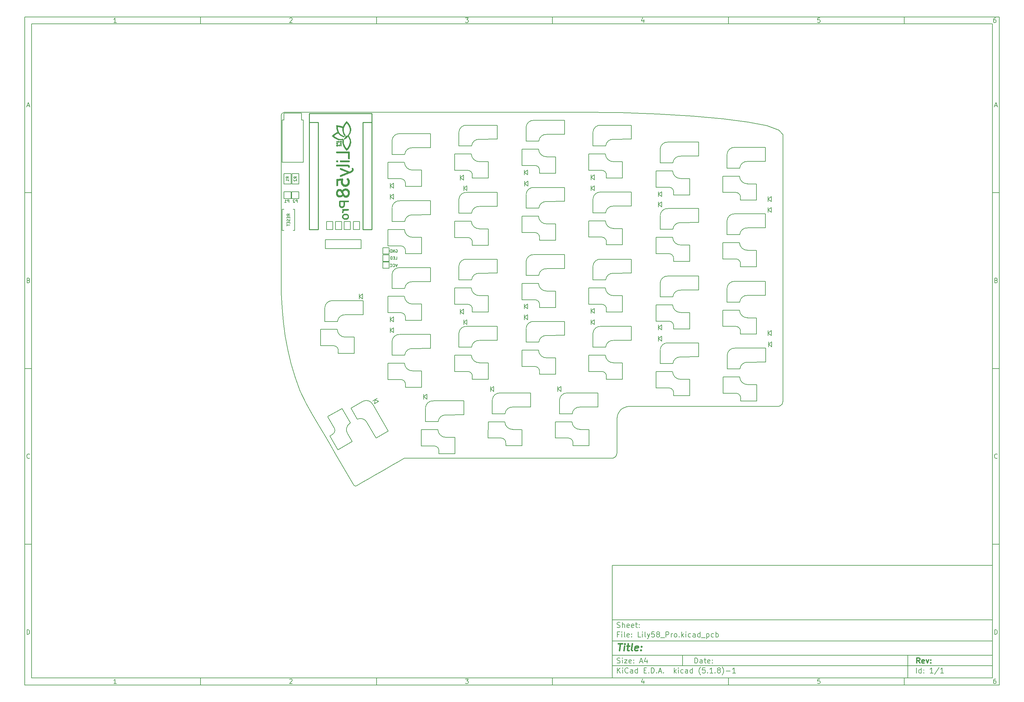
<source format=gbo>
G04 #@! TF.GenerationSoftware,KiCad,Pcbnew,(5.1.8)-1*
G04 #@! TF.CreationDate,2025-01-31T02:10:20+03:30*
G04 #@! TF.ProjectId,Lily58_Pro,4c696c79-3538-45f5-9072-6f2e6b696361,rev?*
G04 #@! TF.SameCoordinates,Original*
G04 #@! TF.FileFunction,Legend,Bot*
G04 #@! TF.FilePolarity,Positive*
%FSLAX46Y46*%
G04 Gerber Fmt 4.6, Leading zero omitted, Abs format (unit mm)*
G04 Created by KiCad (PCBNEW (5.1.8)-1) date 2025-01-31 02:10:20*
%MOMM*%
%LPD*%
G01*
G04 APERTURE LIST*
%ADD10C,0.100000*%
%ADD11C,0.150000*%
%ADD12C,0.300000*%
%ADD13C,0.400000*%
G04 #@! TA.AperFunction,Profile*
%ADD14C,0.200000*%
G04 #@! TD*
%ADD15C,0.010000*%
%ADD16C,0.250000*%
G04 APERTURE END LIST*
D10*
D11*
X177002200Y-166007200D02*
X177002200Y-198007200D01*
X285002200Y-198007200D01*
X285002200Y-166007200D01*
X177002200Y-166007200D01*
D10*
D11*
X10000000Y-10000000D02*
X10000000Y-200007200D01*
X287002200Y-200007200D01*
X287002200Y-10000000D01*
X10000000Y-10000000D01*
D10*
D11*
X12000000Y-12000000D02*
X12000000Y-198007200D01*
X285002200Y-198007200D01*
X285002200Y-12000000D01*
X12000000Y-12000000D01*
D10*
D11*
X60000000Y-12000000D02*
X60000000Y-10000000D01*
D10*
D11*
X110000000Y-12000000D02*
X110000000Y-10000000D01*
D10*
D11*
X160000000Y-12000000D02*
X160000000Y-10000000D01*
D10*
D11*
X210000000Y-12000000D02*
X210000000Y-10000000D01*
D10*
D11*
X260000000Y-12000000D02*
X260000000Y-10000000D01*
D10*
D11*
X36065476Y-11588095D02*
X35322619Y-11588095D01*
X35694047Y-11588095D02*
X35694047Y-10288095D01*
X35570238Y-10473809D01*
X35446428Y-10597619D01*
X35322619Y-10659523D01*
D10*
D11*
X85322619Y-10411904D02*
X85384523Y-10350000D01*
X85508333Y-10288095D01*
X85817857Y-10288095D01*
X85941666Y-10350000D01*
X86003571Y-10411904D01*
X86065476Y-10535714D01*
X86065476Y-10659523D01*
X86003571Y-10845238D01*
X85260714Y-11588095D01*
X86065476Y-11588095D01*
D10*
D11*
X135260714Y-10288095D02*
X136065476Y-10288095D01*
X135632142Y-10783333D01*
X135817857Y-10783333D01*
X135941666Y-10845238D01*
X136003571Y-10907142D01*
X136065476Y-11030952D01*
X136065476Y-11340476D01*
X136003571Y-11464285D01*
X135941666Y-11526190D01*
X135817857Y-11588095D01*
X135446428Y-11588095D01*
X135322619Y-11526190D01*
X135260714Y-11464285D01*
D10*
D11*
X185941666Y-10721428D02*
X185941666Y-11588095D01*
X185632142Y-10226190D02*
X185322619Y-11154761D01*
X186127380Y-11154761D01*
D10*
D11*
X236003571Y-10288095D02*
X235384523Y-10288095D01*
X235322619Y-10907142D01*
X235384523Y-10845238D01*
X235508333Y-10783333D01*
X235817857Y-10783333D01*
X235941666Y-10845238D01*
X236003571Y-10907142D01*
X236065476Y-11030952D01*
X236065476Y-11340476D01*
X236003571Y-11464285D01*
X235941666Y-11526190D01*
X235817857Y-11588095D01*
X235508333Y-11588095D01*
X235384523Y-11526190D01*
X235322619Y-11464285D01*
D10*
D11*
X285941666Y-10288095D02*
X285694047Y-10288095D01*
X285570238Y-10350000D01*
X285508333Y-10411904D01*
X285384523Y-10597619D01*
X285322619Y-10845238D01*
X285322619Y-11340476D01*
X285384523Y-11464285D01*
X285446428Y-11526190D01*
X285570238Y-11588095D01*
X285817857Y-11588095D01*
X285941666Y-11526190D01*
X286003571Y-11464285D01*
X286065476Y-11340476D01*
X286065476Y-11030952D01*
X286003571Y-10907142D01*
X285941666Y-10845238D01*
X285817857Y-10783333D01*
X285570238Y-10783333D01*
X285446428Y-10845238D01*
X285384523Y-10907142D01*
X285322619Y-11030952D01*
D10*
D11*
X60000000Y-198007200D02*
X60000000Y-200007200D01*
D10*
D11*
X110000000Y-198007200D02*
X110000000Y-200007200D01*
D10*
D11*
X160000000Y-198007200D02*
X160000000Y-200007200D01*
D10*
D11*
X210000000Y-198007200D02*
X210000000Y-200007200D01*
D10*
D11*
X260000000Y-198007200D02*
X260000000Y-200007200D01*
D10*
D11*
X36065476Y-199595295D02*
X35322619Y-199595295D01*
X35694047Y-199595295D02*
X35694047Y-198295295D01*
X35570238Y-198481009D01*
X35446428Y-198604819D01*
X35322619Y-198666723D01*
D10*
D11*
X85322619Y-198419104D02*
X85384523Y-198357200D01*
X85508333Y-198295295D01*
X85817857Y-198295295D01*
X85941666Y-198357200D01*
X86003571Y-198419104D01*
X86065476Y-198542914D01*
X86065476Y-198666723D01*
X86003571Y-198852438D01*
X85260714Y-199595295D01*
X86065476Y-199595295D01*
D10*
D11*
X135260714Y-198295295D02*
X136065476Y-198295295D01*
X135632142Y-198790533D01*
X135817857Y-198790533D01*
X135941666Y-198852438D01*
X136003571Y-198914342D01*
X136065476Y-199038152D01*
X136065476Y-199347676D01*
X136003571Y-199471485D01*
X135941666Y-199533390D01*
X135817857Y-199595295D01*
X135446428Y-199595295D01*
X135322619Y-199533390D01*
X135260714Y-199471485D01*
D10*
D11*
X185941666Y-198728628D02*
X185941666Y-199595295D01*
X185632142Y-198233390D02*
X185322619Y-199161961D01*
X186127380Y-199161961D01*
D10*
D11*
X236003571Y-198295295D02*
X235384523Y-198295295D01*
X235322619Y-198914342D01*
X235384523Y-198852438D01*
X235508333Y-198790533D01*
X235817857Y-198790533D01*
X235941666Y-198852438D01*
X236003571Y-198914342D01*
X236065476Y-199038152D01*
X236065476Y-199347676D01*
X236003571Y-199471485D01*
X235941666Y-199533390D01*
X235817857Y-199595295D01*
X235508333Y-199595295D01*
X235384523Y-199533390D01*
X235322619Y-199471485D01*
D10*
D11*
X285941666Y-198295295D02*
X285694047Y-198295295D01*
X285570238Y-198357200D01*
X285508333Y-198419104D01*
X285384523Y-198604819D01*
X285322619Y-198852438D01*
X285322619Y-199347676D01*
X285384523Y-199471485D01*
X285446428Y-199533390D01*
X285570238Y-199595295D01*
X285817857Y-199595295D01*
X285941666Y-199533390D01*
X286003571Y-199471485D01*
X286065476Y-199347676D01*
X286065476Y-199038152D01*
X286003571Y-198914342D01*
X285941666Y-198852438D01*
X285817857Y-198790533D01*
X285570238Y-198790533D01*
X285446428Y-198852438D01*
X285384523Y-198914342D01*
X285322619Y-199038152D01*
D10*
D11*
X10000000Y-60000000D02*
X12000000Y-60000000D01*
D10*
D11*
X10000000Y-110000000D02*
X12000000Y-110000000D01*
D10*
D11*
X10000000Y-160000000D02*
X12000000Y-160000000D01*
D10*
D11*
X10690476Y-35216666D02*
X11309523Y-35216666D01*
X10566666Y-35588095D02*
X11000000Y-34288095D01*
X11433333Y-35588095D01*
D10*
D11*
X11092857Y-84907142D02*
X11278571Y-84969047D01*
X11340476Y-85030952D01*
X11402380Y-85154761D01*
X11402380Y-85340476D01*
X11340476Y-85464285D01*
X11278571Y-85526190D01*
X11154761Y-85588095D01*
X10659523Y-85588095D01*
X10659523Y-84288095D01*
X11092857Y-84288095D01*
X11216666Y-84350000D01*
X11278571Y-84411904D01*
X11340476Y-84535714D01*
X11340476Y-84659523D01*
X11278571Y-84783333D01*
X11216666Y-84845238D01*
X11092857Y-84907142D01*
X10659523Y-84907142D01*
D10*
D11*
X11402380Y-135464285D02*
X11340476Y-135526190D01*
X11154761Y-135588095D01*
X11030952Y-135588095D01*
X10845238Y-135526190D01*
X10721428Y-135402380D01*
X10659523Y-135278571D01*
X10597619Y-135030952D01*
X10597619Y-134845238D01*
X10659523Y-134597619D01*
X10721428Y-134473809D01*
X10845238Y-134350000D01*
X11030952Y-134288095D01*
X11154761Y-134288095D01*
X11340476Y-134350000D01*
X11402380Y-134411904D01*
D10*
D11*
X10659523Y-185588095D02*
X10659523Y-184288095D01*
X10969047Y-184288095D01*
X11154761Y-184350000D01*
X11278571Y-184473809D01*
X11340476Y-184597619D01*
X11402380Y-184845238D01*
X11402380Y-185030952D01*
X11340476Y-185278571D01*
X11278571Y-185402380D01*
X11154761Y-185526190D01*
X10969047Y-185588095D01*
X10659523Y-185588095D01*
D10*
D11*
X287002200Y-60000000D02*
X285002200Y-60000000D01*
D10*
D11*
X287002200Y-110000000D02*
X285002200Y-110000000D01*
D10*
D11*
X287002200Y-160000000D02*
X285002200Y-160000000D01*
D10*
D11*
X285692676Y-35216666D02*
X286311723Y-35216666D01*
X285568866Y-35588095D02*
X286002200Y-34288095D01*
X286435533Y-35588095D01*
D10*
D11*
X286095057Y-84907142D02*
X286280771Y-84969047D01*
X286342676Y-85030952D01*
X286404580Y-85154761D01*
X286404580Y-85340476D01*
X286342676Y-85464285D01*
X286280771Y-85526190D01*
X286156961Y-85588095D01*
X285661723Y-85588095D01*
X285661723Y-84288095D01*
X286095057Y-84288095D01*
X286218866Y-84350000D01*
X286280771Y-84411904D01*
X286342676Y-84535714D01*
X286342676Y-84659523D01*
X286280771Y-84783333D01*
X286218866Y-84845238D01*
X286095057Y-84907142D01*
X285661723Y-84907142D01*
D10*
D11*
X286404580Y-135464285D02*
X286342676Y-135526190D01*
X286156961Y-135588095D01*
X286033152Y-135588095D01*
X285847438Y-135526190D01*
X285723628Y-135402380D01*
X285661723Y-135278571D01*
X285599819Y-135030952D01*
X285599819Y-134845238D01*
X285661723Y-134597619D01*
X285723628Y-134473809D01*
X285847438Y-134350000D01*
X286033152Y-134288095D01*
X286156961Y-134288095D01*
X286342676Y-134350000D01*
X286404580Y-134411904D01*
D10*
D11*
X285661723Y-185588095D02*
X285661723Y-184288095D01*
X285971247Y-184288095D01*
X286156961Y-184350000D01*
X286280771Y-184473809D01*
X286342676Y-184597619D01*
X286404580Y-184845238D01*
X286404580Y-185030952D01*
X286342676Y-185278571D01*
X286280771Y-185402380D01*
X286156961Y-185526190D01*
X285971247Y-185588095D01*
X285661723Y-185588095D01*
D10*
D11*
X200434342Y-193785771D02*
X200434342Y-192285771D01*
X200791485Y-192285771D01*
X201005771Y-192357200D01*
X201148628Y-192500057D01*
X201220057Y-192642914D01*
X201291485Y-192928628D01*
X201291485Y-193142914D01*
X201220057Y-193428628D01*
X201148628Y-193571485D01*
X201005771Y-193714342D01*
X200791485Y-193785771D01*
X200434342Y-193785771D01*
X202577200Y-193785771D02*
X202577200Y-193000057D01*
X202505771Y-192857200D01*
X202362914Y-192785771D01*
X202077200Y-192785771D01*
X201934342Y-192857200D01*
X202577200Y-193714342D02*
X202434342Y-193785771D01*
X202077200Y-193785771D01*
X201934342Y-193714342D01*
X201862914Y-193571485D01*
X201862914Y-193428628D01*
X201934342Y-193285771D01*
X202077200Y-193214342D01*
X202434342Y-193214342D01*
X202577200Y-193142914D01*
X203077200Y-192785771D02*
X203648628Y-192785771D01*
X203291485Y-192285771D02*
X203291485Y-193571485D01*
X203362914Y-193714342D01*
X203505771Y-193785771D01*
X203648628Y-193785771D01*
X204720057Y-193714342D02*
X204577200Y-193785771D01*
X204291485Y-193785771D01*
X204148628Y-193714342D01*
X204077200Y-193571485D01*
X204077200Y-193000057D01*
X204148628Y-192857200D01*
X204291485Y-192785771D01*
X204577200Y-192785771D01*
X204720057Y-192857200D01*
X204791485Y-193000057D01*
X204791485Y-193142914D01*
X204077200Y-193285771D01*
X205434342Y-193642914D02*
X205505771Y-193714342D01*
X205434342Y-193785771D01*
X205362914Y-193714342D01*
X205434342Y-193642914D01*
X205434342Y-193785771D01*
X205434342Y-192857200D02*
X205505771Y-192928628D01*
X205434342Y-193000057D01*
X205362914Y-192928628D01*
X205434342Y-192857200D01*
X205434342Y-193000057D01*
D10*
D11*
X177002200Y-194507200D02*
X285002200Y-194507200D01*
D10*
D11*
X178434342Y-196585771D02*
X178434342Y-195085771D01*
X179291485Y-196585771D02*
X178648628Y-195728628D01*
X179291485Y-195085771D02*
X178434342Y-195942914D01*
X179934342Y-196585771D02*
X179934342Y-195585771D01*
X179934342Y-195085771D02*
X179862914Y-195157200D01*
X179934342Y-195228628D01*
X180005771Y-195157200D01*
X179934342Y-195085771D01*
X179934342Y-195228628D01*
X181505771Y-196442914D02*
X181434342Y-196514342D01*
X181220057Y-196585771D01*
X181077200Y-196585771D01*
X180862914Y-196514342D01*
X180720057Y-196371485D01*
X180648628Y-196228628D01*
X180577200Y-195942914D01*
X180577200Y-195728628D01*
X180648628Y-195442914D01*
X180720057Y-195300057D01*
X180862914Y-195157200D01*
X181077200Y-195085771D01*
X181220057Y-195085771D01*
X181434342Y-195157200D01*
X181505771Y-195228628D01*
X182791485Y-196585771D02*
X182791485Y-195800057D01*
X182720057Y-195657200D01*
X182577200Y-195585771D01*
X182291485Y-195585771D01*
X182148628Y-195657200D01*
X182791485Y-196514342D02*
X182648628Y-196585771D01*
X182291485Y-196585771D01*
X182148628Y-196514342D01*
X182077200Y-196371485D01*
X182077200Y-196228628D01*
X182148628Y-196085771D01*
X182291485Y-196014342D01*
X182648628Y-196014342D01*
X182791485Y-195942914D01*
X184148628Y-196585771D02*
X184148628Y-195085771D01*
X184148628Y-196514342D02*
X184005771Y-196585771D01*
X183720057Y-196585771D01*
X183577200Y-196514342D01*
X183505771Y-196442914D01*
X183434342Y-196300057D01*
X183434342Y-195871485D01*
X183505771Y-195728628D01*
X183577200Y-195657200D01*
X183720057Y-195585771D01*
X184005771Y-195585771D01*
X184148628Y-195657200D01*
X186005771Y-195800057D02*
X186505771Y-195800057D01*
X186720057Y-196585771D02*
X186005771Y-196585771D01*
X186005771Y-195085771D01*
X186720057Y-195085771D01*
X187362914Y-196442914D02*
X187434342Y-196514342D01*
X187362914Y-196585771D01*
X187291485Y-196514342D01*
X187362914Y-196442914D01*
X187362914Y-196585771D01*
X188077200Y-196585771D02*
X188077200Y-195085771D01*
X188434342Y-195085771D01*
X188648628Y-195157200D01*
X188791485Y-195300057D01*
X188862914Y-195442914D01*
X188934342Y-195728628D01*
X188934342Y-195942914D01*
X188862914Y-196228628D01*
X188791485Y-196371485D01*
X188648628Y-196514342D01*
X188434342Y-196585771D01*
X188077200Y-196585771D01*
X189577200Y-196442914D02*
X189648628Y-196514342D01*
X189577200Y-196585771D01*
X189505771Y-196514342D01*
X189577200Y-196442914D01*
X189577200Y-196585771D01*
X190220057Y-196157200D02*
X190934342Y-196157200D01*
X190077200Y-196585771D02*
X190577200Y-195085771D01*
X191077200Y-196585771D01*
X191577200Y-196442914D02*
X191648628Y-196514342D01*
X191577200Y-196585771D01*
X191505771Y-196514342D01*
X191577200Y-196442914D01*
X191577200Y-196585771D01*
X194577200Y-196585771D02*
X194577200Y-195085771D01*
X194720057Y-196014342D02*
X195148628Y-196585771D01*
X195148628Y-195585771D02*
X194577200Y-196157200D01*
X195791485Y-196585771D02*
X195791485Y-195585771D01*
X195791485Y-195085771D02*
X195720057Y-195157200D01*
X195791485Y-195228628D01*
X195862914Y-195157200D01*
X195791485Y-195085771D01*
X195791485Y-195228628D01*
X197148628Y-196514342D02*
X197005771Y-196585771D01*
X196720057Y-196585771D01*
X196577200Y-196514342D01*
X196505771Y-196442914D01*
X196434342Y-196300057D01*
X196434342Y-195871485D01*
X196505771Y-195728628D01*
X196577200Y-195657200D01*
X196720057Y-195585771D01*
X197005771Y-195585771D01*
X197148628Y-195657200D01*
X198434342Y-196585771D02*
X198434342Y-195800057D01*
X198362914Y-195657200D01*
X198220057Y-195585771D01*
X197934342Y-195585771D01*
X197791485Y-195657200D01*
X198434342Y-196514342D02*
X198291485Y-196585771D01*
X197934342Y-196585771D01*
X197791485Y-196514342D01*
X197720057Y-196371485D01*
X197720057Y-196228628D01*
X197791485Y-196085771D01*
X197934342Y-196014342D01*
X198291485Y-196014342D01*
X198434342Y-195942914D01*
X199791485Y-196585771D02*
X199791485Y-195085771D01*
X199791485Y-196514342D02*
X199648628Y-196585771D01*
X199362914Y-196585771D01*
X199220057Y-196514342D01*
X199148628Y-196442914D01*
X199077200Y-196300057D01*
X199077200Y-195871485D01*
X199148628Y-195728628D01*
X199220057Y-195657200D01*
X199362914Y-195585771D01*
X199648628Y-195585771D01*
X199791485Y-195657200D01*
X202077200Y-197157200D02*
X202005771Y-197085771D01*
X201862914Y-196871485D01*
X201791485Y-196728628D01*
X201720057Y-196514342D01*
X201648628Y-196157200D01*
X201648628Y-195871485D01*
X201720057Y-195514342D01*
X201791485Y-195300057D01*
X201862914Y-195157200D01*
X202005771Y-194942914D01*
X202077200Y-194871485D01*
X203362914Y-195085771D02*
X202648628Y-195085771D01*
X202577200Y-195800057D01*
X202648628Y-195728628D01*
X202791485Y-195657200D01*
X203148628Y-195657200D01*
X203291485Y-195728628D01*
X203362914Y-195800057D01*
X203434342Y-195942914D01*
X203434342Y-196300057D01*
X203362914Y-196442914D01*
X203291485Y-196514342D01*
X203148628Y-196585771D01*
X202791485Y-196585771D01*
X202648628Y-196514342D01*
X202577200Y-196442914D01*
X204077200Y-196442914D02*
X204148628Y-196514342D01*
X204077200Y-196585771D01*
X204005771Y-196514342D01*
X204077200Y-196442914D01*
X204077200Y-196585771D01*
X205577200Y-196585771D02*
X204720057Y-196585771D01*
X205148628Y-196585771D02*
X205148628Y-195085771D01*
X205005771Y-195300057D01*
X204862914Y-195442914D01*
X204720057Y-195514342D01*
X206220057Y-196442914D02*
X206291485Y-196514342D01*
X206220057Y-196585771D01*
X206148628Y-196514342D01*
X206220057Y-196442914D01*
X206220057Y-196585771D01*
X207148628Y-195728628D02*
X207005771Y-195657200D01*
X206934342Y-195585771D01*
X206862914Y-195442914D01*
X206862914Y-195371485D01*
X206934342Y-195228628D01*
X207005771Y-195157200D01*
X207148628Y-195085771D01*
X207434342Y-195085771D01*
X207577200Y-195157200D01*
X207648628Y-195228628D01*
X207720057Y-195371485D01*
X207720057Y-195442914D01*
X207648628Y-195585771D01*
X207577200Y-195657200D01*
X207434342Y-195728628D01*
X207148628Y-195728628D01*
X207005771Y-195800057D01*
X206934342Y-195871485D01*
X206862914Y-196014342D01*
X206862914Y-196300057D01*
X206934342Y-196442914D01*
X207005771Y-196514342D01*
X207148628Y-196585771D01*
X207434342Y-196585771D01*
X207577200Y-196514342D01*
X207648628Y-196442914D01*
X207720057Y-196300057D01*
X207720057Y-196014342D01*
X207648628Y-195871485D01*
X207577200Y-195800057D01*
X207434342Y-195728628D01*
X208220057Y-197157200D02*
X208291485Y-197085771D01*
X208434342Y-196871485D01*
X208505771Y-196728628D01*
X208577200Y-196514342D01*
X208648628Y-196157200D01*
X208648628Y-195871485D01*
X208577200Y-195514342D01*
X208505771Y-195300057D01*
X208434342Y-195157200D01*
X208291485Y-194942914D01*
X208220057Y-194871485D01*
X209362914Y-196014342D02*
X210505771Y-196014342D01*
X212005771Y-196585771D02*
X211148628Y-196585771D01*
X211577200Y-196585771D02*
X211577200Y-195085771D01*
X211434342Y-195300057D01*
X211291485Y-195442914D01*
X211148628Y-195514342D01*
D10*
D11*
X177002200Y-191507200D02*
X285002200Y-191507200D01*
D10*
D12*
X264411485Y-193785771D02*
X263911485Y-193071485D01*
X263554342Y-193785771D02*
X263554342Y-192285771D01*
X264125771Y-192285771D01*
X264268628Y-192357200D01*
X264340057Y-192428628D01*
X264411485Y-192571485D01*
X264411485Y-192785771D01*
X264340057Y-192928628D01*
X264268628Y-193000057D01*
X264125771Y-193071485D01*
X263554342Y-193071485D01*
X265625771Y-193714342D02*
X265482914Y-193785771D01*
X265197200Y-193785771D01*
X265054342Y-193714342D01*
X264982914Y-193571485D01*
X264982914Y-193000057D01*
X265054342Y-192857200D01*
X265197200Y-192785771D01*
X265482914Y-192785771D01*
X265625771Y-192857200D01*
X265697200Y-193000057D01*
X265697200Y-193142914D01*
X264982914Y-193285771D01*
X266197200Y-192785771D02*
X266554342Y-193785771D01*
X266911485Y-192785771D01*
X267482914Y-193642914D02*
X267554342Y-193714342D01*
X267482914Y-193785771D01*
X267411485Y-193714342D01*
X267482914Y-193642914D01*
X267482914Y-193785771D01*
X267482914Y-192857200D02*
X267554342Y-192928628D01*
X267482914Y-193000057D01*
X267411485Y-192928628D01*
X267482914Y-192857200D01*
X267482914Y-193000057D01*
D10*
D11*
X178362914Y-193714342D02*
X178577200Y-193785771D01*
X178934342Y-193785771D01*
X179077200Y-193714342D01*
X179148628Y-193642914D01*
X179220057Y-193500057D01*
X179220057Y-193357200D01*
X179148628Y-193214342D01*
X179077200Y-193142914D01*
X178934342Y-193071485D01*
X178648628Y-193000057D01*
X178505771Y-192928628D01*
X178434342Y-192857200D01*
X178362914Y-192714342D01*
X178362914Y-192571485D01*
X178434342Y-192428628D01*
X178505771Y-192357200D01*
X178648628Y-192285771D01*
X179005771Y-192285771D01*
X179220057Y-192357200D01*
X179862914Y-193785771D02*
X179862914Y-192785771D01*
X179862914Y-192285771D02*
X179791485Y-192357200D01*
X179862914Y-192428628D01*
X179934342Y-192357200D01*
X179862914Y-192285771D01*
X179862914Y-192428628D01*
X180434342Y-192785771D02*
X181220057Y-192785771D01*
X180434342Y-193785771D01*
X181220057Y-193785771D01*
X182362914Y-193714342D02*
X182220057Y-193785771D01*
X181934342Y-193785771D01*
X181791485Y-193714342D01*
X181720057Y-193571485D01*
X181720057Y-193000057D01*
X181791485Y-192857200D01*
X181934342Y-192785771D01*
X182220057Y-192785771D01*
X182362914Y-192857200D01*
X182434342Y-193000057D01*
X182434342Y-193142914D01*
X181720057Y-193285771D01*
X183077200Y-193642914D02*
X183148628Y-193714342D01*
X183077200Y-193785771D01*
X183005771Y-193714342D01*
X183077200Y-193642914D01*
X183077200Y-193785771D01*
X183077200Y-192857200D02*
X183148628Y-192928628D01*
X183077200Y-193000057D01*
X183005771Y-192928628D01*
X183077200Y-192857200D01*
X183077200Y-193000057D01*
X184862914Y-193357200D02*
X185577200Y-193357200D01*
X184720057Y-193785771D02*
X185220057Y-192285771D01*
X185720057Y-193785771D01*
X186862914Y-192785771D02*
X186862914Y-193785771D01*
X186505771Y-192214342D02*
X186148628Y-193285771D01*
X187077200Y-193285771D01*
D10*
D11*
X263434342Y-196585771D02*
X263434342Y-195085771D01*
X264791485Y-196585771D02*
X264791485Y-195085771D01*
X264791485Y-196514342D02*
X264648628Y-196585771D01*
X264362914Y-196585771D01*
X264220057Y-196514342D01*
X264148628Y-196442914D01*
X264077200Y-196300057D01*
X264077200Y-195871485D01*
X264148628Y-195728628D01*
X264220057Y-195657200D01*
X264362914Y-195585771D01*
X264648628Y-195585771D01*
X264791485Y-195657200D01*
X265505771Y-196442914D02*
X265577200Y-196514342D01*
X265505771Y-196585771D01*
X265434342Y-196514342D01*
X265505771Y-196442914D01*
X265505771Y-196585771D01*
X265505771Y-195657200D02*
X265577200Y-195728628D01*
X265505771Y-195800057D01*
X265434342Y-195728628D01*
X265505771Y-195657200D01*
X265505771Y-195800057D01*
X268148628Y-196585771D02*
X267291485Y-196585771D01*
X267720057Y-196585771D02*
X267720057Y-195085771D01*
X267577200Y-195300057D01*
X267434342Y-195442914D01*
X267291485Y-195514342D01*
X269862914Y-195014342D02*
X268577200Y-196942914D01*
X271148628Y-196585771D02*
X270291485Y-196585771D01*
X270720057Y-196585771D02*
X270720057Y-195085771D01*
X270577200Y-195300057D01*
X270434342Y-195442914D01*
X270291485Y-195514342D01*
D10*
D11*
X177002200Y-187507200D02*
X285002200Y-187507200D01*
D10*
D13*
X178714580Y-188211961D02*
X179857438Y-188211961D01*
X179036009Y-190211961D02*
X179286009Y-188211961D01*
X180274104Y-190211961D02*
X180440771Y-188878628D01*
X180524104Y-188211961D02*
X180416961Y-188307200D01*
X180500295Y-188402438D01*
X180607438Y-188307200D01*
X180524104Y-188211961D01*
X180500295Y-188402438D01*
X181107438Y-188878628D02*
X181869342Y-188878628D01*
X181476485Y-188211961D02*
X181262200Y-189926247D01*
X181333628Y-190116723D01*
X181512200Y-190211961D01*
X181702676Y-190211961D01*
X182655057Y-190211961D02*
X182476485Y-190116723D01*
X182405057Y-189926247D01*
X182619342Y-188211961D01*
X184190771Y-190116723D02*
X183988390Y-190211961D01*
X183607438Y-190211961D01*
X183428866Y-190116723D01*
X183357438Y-189926247D01*
X183452676Y-189164342D01*
X183571723Y-188973866D01*
X183774104Y-188878628D01*
X184155057Y-188878628D01*
X184333628Y-188973866D01*
X184405057Y-189164342D01*
X184381247Y-189354819D01*
X183405057Y-189545295D01*
X185155057Y-190021485D02*
X185238390Y-190116723D01*
X185131247Y-190211961D01*
X185047914Y-190116723D01*
X185155057Y-190021485D01*
X185131247Y-190211961D01*
X185286009Y-188973866D02*
X185369342Y-189069104D01*
X185262200Y-189164342D01*
X185178866Y-189069104D01*
X185286009Y-188973866D01*
X185262200Y-189164342D01*
D10*
D11*
X178934342Y-185600057D02*
X178434342Y-185600057D01*
X178434342Y-186385771D02*
X178434342Y-184885771D01*
X179148628Y-184885771D01*
X179720057Y-186385771D02*
X179720057Y-185385771D01*
X179720057Y-184885771D02*
X179648628Y-184957200D01*
X179720057Y-185028628D01*
X179791485Y-184957200D01*
X179720057Y-184885771D01*
X179720057Y-185028628D01*
X180648628Y-186385771D02*
X180505771Y-186314342D01*
X180434342Y-186171485D01*
X180434342Y-184885771D01*
X181791485Y-186314342D02*
X181648628Y-186385771D01*
X181362914Y-186385771D01*
X181220057Y-186314342D01*
X181148628Y-186171485D01*
X181148628Y-185600057D01*
X181220057Y-185457200D01*
X181362914Y-185385771D01*
X181648628Y-185385771D01*
X181791485Y-185457200D01*
X181862914Y-185600057D01*
X181862914Y-185742914D01*
X181148628Y-185885771D01*
X182505771Y-186242914D02*
X182577200Y-186314342D01*
X182505771Y-186385771D01*
X182434342Y-186314342D01*
X182505771Y-186242914D01*
X182505771Y-186385771D01*
X182505771Y-185457200D02*
X182577200Y-185528628D01*
X182505771Y-185600057D01*
X182434342Y-185528628D01*
X182505771Y-185457200D01*
X182505771Y-185600057D01*
X185077200Y-186385771D02*
X184362914Y-186385771D01*
X184362914Y-184885771D01*
X185577200Y-186385771D02*
X185577200Y-185385771D01*
X185577200Y-184885771D02*
X185505771Y-184957200D01*
X185577200Y-185028628D01*
X185648628Y-184957200D01*
X185577200Y-184885771D01*
X185577200Y-185028628D01*
X186505771Y-186385771D02*
X186362914Y-186314342D01*
X186291485Y-186171485D01*
X186291485Y-184885771D01*
X186934342Y-185385771D02*
X187291485Y-186385771D01*
X187648628Y-185385771D02*
X187291485Y-186385771D01*
X187148628Y-186742914D01*
X187077200Y-186814342D01*
X186934342Y-186885771D01*
X188934342Y-184885771D02*
X188220057Y-184885771D01*
X188148628Y-185600057D01*
X188220057Y-185528628D01*
X188362914Y-185457200D01*
X188720057Y-185457200D01*
X188862914Y-185528628D01*
X188934342Y-185600057D01*
X189005771Y-185742914D01*
X189005771Y-186100057D01*
X188934342Y-186242914D01*
X188862914Y-186314342D01*
X188720057Y-186385771D01*
X188362914Y-186385771D01*
X188220057Y-186314342D01*
X188148628Y-186242914D01*
X189862914Y-185528628D02*
X189720057Y-185457200D01*
X189648628Y-185385771D01*
X189577200Y-185242914D01*
X189577200Y-185171485D01*
X189648628Y-185028628D01*
X189720057Y-184957200D01*
X189862914Y-184885771D01*
X190148628Y-184885771D01*
X190291485Y-184957200D01*
X190362914Y-185028628D01*
X190434342Y-185171485D01*
X190434342Y-185242914D01*
X190362914Y-185385771D01*
X190291485Y-185457200D01*
X190148628Y-185528628D01*
X189862914Y-185528628D01*
X189720057Y-185600057D01*
X189648628Y-185671485D01*
X189577200Y-185814342D01*
X189577200Y-186100057D01*
X189648628Y-186242914D01*
X189720057Y-186314342D01*
X189862914Y-186385771D01*
X190148628Y-186385771D01*
X190291485Y-186314342D01*
X190362914Y-186242914D01*
X190434342Y-186100057D01*
X190434342Y-185814342D01*
X190362914Y-185671485D01*
X190291485Y-185600057D01*
X190148628Y-185528628D01*
X190720057Y-186528628D02*
X191862914Y-186528628D01*
X192220057Y-186385771D02*
X192220057Y-184885771D01*
X192791485Y-184885771D01*
X192934342Y-184957200D01*
X193005771Y-185028628D01*
X193077200Y-185171485D01*
X193077200Y-185385771D01*
X193005771Y-185528628D01*
X192934342Y-185600057D01*
X192791485Y-185671485D01*
X192220057Y-185671485D01*
X193720057Y-186385771D02*
X193720057Y-185385771D01*
X193720057Y-185671485D02*
X193791485Y-185528628D01*
X193862914Y-185457200D01*
X194005771Y-185385771D01*
X194148628Y-185385771D01*
X194862914Y-186385771D02*
X194720057Y-186314342D01*
X194648628Y-186242914D01*
X194577200Y-186100057D01*
X194577200Y-185671485D01*
X194648628Y-185528628D01*
X194720057Y-185457200D01*
X194862914Y-185385771D01*
X195077200Y-185385771D01*
X195220057Y-185457200D01*
X195291485Y-185528628D01*
X195362914Y-185671485D01*
X195362914Y-186100057D01*
X195291485Y-186242914D01*
X195220057Y-186314342D01*
X195077200Y-186385771D01*
X194862914Y-186385771D01*
X196005771Y-186242914D02*
X196077200Y-186314342D01*
X196005771Y-186385771D01*
X195934342Y-186314342D01*
X196005771Y-186242914D01*
X196005771Y-186385771D01*
X196720057Y-186385771D02*
X196720057Y-184885771D01*
X196862914Y-185814342D02*
X197291485Y-186385771D01*
X197291485Y-185385771D02*
X196720057Y-185957200D01*
X197934342Y-186385771D02*
X197934342Y-185385771D01*
X197934342Y-184885771D02*
X197862914Y-184957200D01*
X197934342Y-185028628D01*
X198005771Y-184957200D01*
X197934342Y-184885771D01*
X197934342Y-185028628D01*
X199291485Y-186314342D02*
X199148628Y-186385771D01*
X198862914Y-186385771D01*
X198720057Y-186314342D01*
X198648628Y-186242914D01*
X198577200Y-186100057D01*
X198577200Y-185671485D01*
X198648628Y-185528628D01*
X198720057Y-185457200D01*
X198862914Y-185385771D01*
X199148628Y-185385771D01*
X199291485Y-185457200D01*
X200577200Y-186385771D02*
X200577200Y-185600057D01*
X200505771Y-185457200D01*
X200362914Y-185385771D01*
X200077200Y-185385771D01*
X199934342Y-185457200D01*
X200577200Y-186314342D02*
X200434342Y-186385771D01*
X200077200Y-186385771D01*
X199934342Y-186314342D01*
X199862914Y-186171485D01*
X199862914Y-186028628D01*
X199934342Y-185885771D01*
X200077200Y-185814342D01*
X200434342Y-185814342D01*
X200577200Y-185742914D01*
X201934342Y-186385771D02*
X201934342Y-184885771D01*
X201934342Y-186314342D02*
X201791485Y-186385771D01*
X201505771Y-186385771D01*
X201362914Y-186314342D01*
X201291485Y-186242914D01*
X201220057Y-186100057D01*
X201220057Y-185671485D01*
X201291485Y-185528628D01*
X201362914Y-185457200D01*
X201505771Y-185385771D01*
X201791485Y-185385771D01*
X201934342Y-185457200D01*
X202291485Y-186528628D02*
X203434342Y-186528628D01*
X203791485Y-185385771D02*
X203791485Y-186885771D01*
X203791485Y-185457200D02*
X203934342Y-185385771D01*
X204220057Y-185385771D01*
X204362914Y-185457200D01*
X204434342Y-185528628D01*
X204505771Y-185671485D01*
X204505771Y-186100057D01*
X204434342Y-186242914D01*
X204362914Y-186314342D01*
X204220057Y-186385771D01*
X203934342Y-186385771D01*
X203791485Y-186314342D01*
X205791485Y-186314342D02*
X205648628Y-186385771D01*
X205362914Y-186385771D01*
X205220057Y-186314342D01*
X205148628Y-186242914D01*
X205077200Y-186100057D01*
X205077200Y-185671485D01*
X205148628Y-185528628D01*
X205220057Y-185457200D01*
X205362914Y-185385771D01*
X205648628Y-185385771D01*
X205791485Y-185457200D01*
X206434342Y-186385771D02*
X206434342Y-184885771D01*
X206434342Y-185457200D02*
X206577200Y-185385771D01*
X206862914Y-185385771D01*
X207005771Y-185457200D01*
X207077200Y-185528628D01*
X207148628Y-185671485D01*
X207148628Y-186100057D01*
X207077200Y-186242914D01*
X207005771Y-186314342D01*
X206862914Y-186385771D01*
X206577200Y-186385771D01*
X206434342Y-186314342D01*
D10*
D11*
X177002200Y-181507200D02*
X285002200Y-181507200D01*
D10*
D11*
X178362914Y-183614342D02*
X178577200Y-183685771D01*
X178934342Y-183685771D01*
X179077200Y-183614342D01*
X179148628Y-183542914D01*
X179220057Y-183400057D01*
X179220057Y-183257200D01*
X179148628Y-183114342D01*
X179077200Y-183042914D01*
X178934342Y-182971485D01*
X178648628Y-182900057D01*
X178505771Y-182828628D01*
X178434342Y-182757200D01*
X178362914Y-182614342D01*
X178362914Y-182471485D01*
X178434342Y-182328628D01*
X178505771Y-182257200D01*
X178648628Y-182185771D01*
X179005771Y-182185771D01*
X179220057Y-182257200D01*
X179862914Y-183685771D02*
X179862914Y-182185771D01*
X180505771Y-183685771D02*
X180505771Y-182900057D01*
X180434342Y-182757200D01*
X180291485Y-182685771D01*
X180077200Y-182685771D01*
X179934342Y-182757200D01*
X179862914Y-182828628D01*
X181791485Y-183614342D02*
X181648628Y-183685771D01*
X181362914Y-183685771D01*
X181220057Y-183614342D01*
X181148628Y-183471485D01*
X181148628Y-182900057D01*
X181220057Y-182757200D01*
X181362914Y-182685771D01*
X181648628Y-182685771D01*
X181791485Y-182757200D01*
X181862914Y-182900057D01*
X181862914Y-183042914D01*
X181148628Y-183185771D01*
X183077200Y-183614342D02*
X182934342Y-183685771D01*
X182648628Y-183685771D01*
X182505771Y-183614342D01*
X182434342Y-183471485D01*
X182434342Y-182900057D01*
X182505771Y-182757200D01*
X182648628Y-182685771D01*
X182934342Y-182685771D01*
X183077200Y-182757200D01*
X183148628Y-182900057D01*
X183148628Y-183042914D01*
X182434342Y-183185771D01*
X183577200Y-182685771D02*
X184148628Y-182685771D01*
X183791485Y-182185771D02*
X183791485Y-183471485D01*
X183862914Y-183614342D01*
X184005771Y-183685771D01*
X184148628Y-183685771D01*
X184648628Y-183542914D02*
X184720057Y-183614342D01*
X184648628Y-183685771D01*
X184577200Y-183614342D01*
X184648628Y-183542914D01*
X184648628Y-183685771D01*
X184648628Y-182757200D02*
X184720057Y-182828628D01*
X184648628Y-182900057D01*
X184577200Y-182828628D01*
X184648628Y-182757200D01*
X184648628Y-182900057D01*
D10*
D11*
X197002200Y-191507200D02*
X197002200Y-194507200D01*
D10*
D11*
X261002200Y-191507200D02*
X261002200Y-198007200D01*
D14*
X116186619Y-136480784D02*
X117862313Y-135510645D01*
X114510925Y-137450923D02*
X116186619Y-136480784D01*
X82937528Y-50750629D02*
X82937528Y-44443695D01*
X82937528Y-57057562D02*
X82937528Y-50750629D01*
X115211711Y-37086762D02*
X104803877Y-37086762D01*
X218692418Y-120789735D02*
X223959999Y-120789735D01*
X213424836Y-120789735D02*
X218692418Y-120789735D01*
X208157255Y-120789735D02*
X213424836Y-120789735D01*
X202889673Y-120789735D02*
X208157255Y-120789735D01*
X197622092Y-120789735D02*
X202889673Y-120789735D01*
X192354511Y-120789735D02*
X197622092Y-120789735D01*
X187086929Y-120789735D02*
X192354511Y-120789735D01*
X181819348Y-120789735D02*
X187086929Y-120789735D01*
X181113524Y-120860778D02*
X181819348Y-120789735D01*
X180456326Y-121064561D02*
X181113524Y-120860778D01*
X179861773Y-121387065D02*
X180456326Y-121064561D01*
X179343884Y-121814271D02*
X179861773Y-121387065D01*
X178916678Y-122332160D02*
X179343884Y-121814271D01*
X178594174Y-122926713D02*
X178916678Y-122332160D01*
X178390391Y-123583911D02*
X178594174Y-122926713D01*
X178319348Y-124289735D02*
X178390391Y-123583911D01*
X199807654Y-38170488D02*
X189919538Y-37585374D01*
X208420758Y-38945561D02*
X199807654Y-38170488D01*
X215525697Y-39885159D02*
X208420758Y-38945561D01*
X220889319Y-40963847D02*
X215525697Y-39885159D01*
X178989563Y-37215654D02*
X167250881Y-37086762D01*
X189919538Y-37585374D02*
X178989563Y-37215654D01*
X177658308Y-135255660D02*
X177403500Y-135393876D01*
X177880261Y-135072571D02*
X177658308Y-135255660D01*
X178063349Y-134850619D02*
X177880261Y-135072571D01*
X178201565Y-134595810D02*
X178063349Y-134850619D01*
X178288901Y-134314154D02*
X178201565Y-134595810D01*
X178319348Y-134011658D02*
X178288901Y-134314154D01*
X225460000Y-52918378D02*
X225460000Y-62400000D01*
X225460000Y-43436755D02*
X225460000Y-52918378D01*
X82937528Y-69671429D02*
X82937528Y-63364495D01*
X82937528Y-75978362D02*
X82937528Y-69671429D01*
X82937528Y-82285296D02*
X82937528Y-75978362D01*
X82937528Y-88592229D02*
X82937528Y-82285296D01*
X104803877Y-37086762D02*
X94396044Y-37086762D01*
X125619545Y-37086762D02*
X115211711Y-37086762D01*
X136027379Y-37086762D02*
X125619545Y-37086762D01*
X146435213Y-37086762D02*
X136027379Y-37086762D01*
X156843047Y-37086762D02*
X146435213Y-37086762D01*
X167250881Y-37086762D02*
X156843047Y-37086762D01*
X83400937Y-37265961D02*
X83579303Y-37169210D01*
X83245570Y-37394123D02*
X83400937Y-37265961D01*
X83117409Y-37549489D02*
X83245570Y-37394123D01*
X83020657Y-37727855D02*
X83117409Y-37549489D01*
X82959523Y-37925015D02*
X83020657Y-37727855D01*
X82938210Y-38136762D02*
X82959523Y-37925015D01*
X83776462Y-37108075D02*
X83988210Y-37086762D01*
X83579303Y-37169210D02*
X83776462Y-37108075D01*
X94396044Y-37086762D02*
X83988210Y-37086762D01*
X82937528Y-63364495D02*
X82937528Y-57057562D01*
X82937528Y-44443695D02*
X82937528Y-38136762D01*
X88291758Y-116318073D02*
X89993333Y-119989540D01*
X86863105Y-112530670D02*
X88291758Y-116318073D01*
X85688004Y-108649127D02*
X86863105Y-112530670D01*
X84747083Y-104695246D02*
X85688004Y-108649127D01*
X84020972Y-100690825D02*
X84747083Y-104695246D01*
X83490297Y-96657663D02*
X84020972Y-100690825D01*
X83135690Y-92617561D02*
X83490297Y-96657663D01*
X82937777Y-88592317D02*
X83135690Y-92617561D01*
X104288864Y-143357278D02*
X104456758Y-143271756D01*
X104130206Y-143404468D02*
X104288864Y-143357278D01*
X103981252Y-143413974D02*
X104130206Y-143404468D01*
X103842470Y-143386445D02*
X103981252Y-143413974D01*
X103714328Y-143322532D02*
X103842470Y-143386445D01*
X103597295Y-143222884D02*
X103714328Y-143322532D01*
X103491837Y-143088150D02*
X103597295Y-143222884D01*
X103398425Y-142918979D02*
X103491837Y-143088150D01*
X112835230Y-138421062D02*
X114510925Y-137450923D01*
X111159536Y-139391201D02*
X112835230Y-138421062D01*
X109483841Y-140361340D02*
X111159536Y-139391201D01*
X107808147Y-141331479D02*
X109483841Y-140361340D01*
X106132452Y-142301617D02*
X107808147Y-141331479D01*
X104456758Y-143271756D02*
X106132452Y-142301617D01*
X101722730Y-140052659D02*
X103398425Y-142918979D01*
X100047036Y-137186340D02*
X101722730Y-140052659D01*
X98371341Y-134320020D02*
X100047036Y-137186340D01*
X96695647Y-131453701D02*
X98371341Y-134320020D01*
X95019952Y-128587381D02*
X96695647Y-131453701D01*
X93344258Y-125721062D02*
X95019952Y-128587381D01*
X91668563Y-122854742D02*
X93344258Y-125721062D01*
X89992869Y-119988423D02*
X91668563Y-122854742D01*
X169449826Y-135511658D02*
X176819348Y-135511658D01*
X162080304Y-135511658D02*
X169449826Y-135511658D01*
X154710782Y-135511658D02*
X162080304Y-135511658D01*
X147341260Y-135511658D02*
X154710782Y-135511658D01*
X139971738Y-135511658D02*
X147341260Y-135511658D01*
X132602217Y-135511658D02*
X139971738Y-135511658D01*
X125232695Y-135511658D02*
X132602217Y-135511658D01*
X117863173Y-135511658D02*
X125232695Y-135511658D01*
X178319348Y-132816013D02*
X178319348Y-134011658D01*
X178319348Y-131597973D02*
X178319348Y-132816013D01*
X178319348Y-130379933D02*
X178319348Y-131597973D01*
X178319348Y-129161894D02*
X178319348Y-130379933D01*
X178319348Y-127943854D02*
X178319348Y-129161894D01*
X178319348Y-126725814D02*
X178319348Y-127943854D01*
X178319348Y-125507775D02*
X178319348Y-126725814D01*
X178319348Y-124289735D02*
X178319348Y-125507775D01*
X177121844Y-135481211D02*
X176819348Y-135511658D01*
X177403500Y-135393876D02*
X177121844Y-135481211D01*
X224278471Y-42156190D02*
X220889319Y-40963847D01*
X225460000Y-43436755D02*
X224278471Y-42156190D01*
X224262495Y-120759288D02*
X223959999Y-120789735D01*
X224544152Y-120671952D02*
X224262495Y-120759288D01*
X224798960Y-120533736D02*
X224544152Y-120671952D01*
X225020912Y-120350648D02*
X224798960Y-120533736D01*
X225204001Y-120128696D02*
X225020912Y-120350648D01*
X225342217Y-119873887D02*
X225204001Y-120128696D01*
X225429552Y-119592231D02*
X225342217Y-119873887D01*
X225459999Y-119289735D02*
X225429552Y-119592231D01*
X225460000Y-109808112D02*
X225460000Y-119289735D01*
X225460000Y-100326490D02*
X225460000Y-109808112D01*
X225460000Y-90844867D02*
X225460000Y-100326490D01*
X225460000Y-81363245D02*
X225460000Y-90844867D01*
X225460000Y-71881623D02*
X225460000Y-81363245D01*
X225460000Y-62400000D02*
X225460000Y-71881623D01*
D11*
X88650000Y-39300000D02*
X88650000Y-37400000D01*
X89150000Y-39300000D02*
X88650000Y-39300000D01*
X83700000Y-37400000D02*
X88650000Y-37400000D01*
X83650000Y-39300000D02*
X83650000Y-37400000D01*
X83150000Y-51300000D02*
X83150000Y-39300000D01*
X89150000Y-51300000D02*
X83150000Y-51300000D01*
X89150000Y-39300000D02*
X89150000Y-51300000D01*
X83150000Y-39300000D02*
X83650000Y-39300000D01*
X113600000Y-75600000D02*
X113600000Y-77400000D01*
X111800000Y-75600000D02*
X113600000Y-75600000D01*
X111800000Y-77400000D02*
X111800000Y-75600000D01*
X113600000Y-77400000D02*
X111800000Y-77400000D01*
X113600000Y-79700000D02*
X113600000Y-81500000D01*
X111800000Y-79700000D02*
X113600000Y-79700000D01*
X111800000Y-81500000D02*
X111800000Y-79700000D01*
X113600000Y-81500000D02*
X111800000Y-81500000D01*
X113600000Y-77700000D02*
X113600000Y-79500000D01*
X111800000Y-77700000D02*
X113600000Y-77700000D01*
X111800000Y-79500000D02*
X111800000Y-77700000D01*
X113600000Y-79500000D02*
X111800000Y-79500000D01*
D15*
G36*
X98576767Y-45508607D02*
G01*
X98610791Y-45548838D01*
X98656274Y-45596116D01*
X98704034Y-45641340D01*
X98744886Y-45675409D01*
X98769648Y-45689223D01*
X98769945Y-45689231D01*
X98792385Y-45676144D01*
X98831598Y-45642897D01*
X98878455Y-45598511D01*
X98923829Y-45552007D01*
X98958592Y-45512404D01*
X98973616Y-45488725D01*
X98973693Y-45487872D01*
X98960902Y-45467838D01*
X98927251Y-45428685D01*
X98879818Y-45378613D01*
X98876184Y-45374930D01*
X98816411Y-45320015D01*
X98773382Y-45292230D01*
X98754069Y-45290808D01*
X98719442Y-45316772D01*
X98674205Y-45357699D01*
X98627444Y-45404354D01*
X98588248Y-45447507D01*
X98565705Y-45477925D01*
X98563385Y-45484523D01*
X98576767Y-45508607D01*
G37*
X98576767Y-45508607D02*
X98610791Y-45548838D01*
X98656274Y-45596116D01*
X98704034Y-45641340D01*
X98744886Y-45675409D01*
X98769648Y-45689223D01*
X98769945Y-45689231D01*
X98792385Y-45676144D01*
X98831598Y-45642897D01*
X98878455Y-45598511D01*
X98923829Y-45552007D01*
X98958592Y-45512404D01*
X98973616Y-45488725D01*
X98973693Y-45487872D01*
X98960902Y-45467838D01*
X98927251Y-45428685D01*
X98879818Y-45378613D01*
X98876184Y-45374930D01*
X98816411Y-45320015D01*
X98773382Y-45292230D01*
X98754069Y-45290808D01*
X98719442Y-45316772D01*
X98674205Y-45357699D01*
X98627444Y-45404354D01*
X98588248Y-45447507D01*
X98565705Y-45477925D01*
X98563385Y-45484523D01*
X98576767Y-45508607D01*
G36*
X98539806Y-45982373D02*
G01*
X98581446Y-46031594D01*
X98646611Y-46098875D01*
X98707163Y-46157320D01*
X98778758Y-46224870D01*
X98895764Y-46109085D01*
X98954939Y-46045648D01*
X98995350Y-45992268D01*
X99011668Y-45956084D01*
X99011768Y-45953611D01*
X98997338Y-45920896D01*
X98960046Y-45872788D01*
X98907229Y-45818694D01*
X98904707Y-45816364D01*
X98850200Y-45767810D01*
X98805304Y-45730688D01*
X98778929Y-45712329D01*
X98777586Y-45711785D01*
X98755808Y-45721646D01*
X98715855Y-45752742D01*
X98665773Y-45797337D01*
X98613610Y-45847693D01*
X98567410Y-45896074D01*
X98535223Y-45934743D01*
X98524881Y-45954758D01*
X98539806Y-45982373D01*
G37*
X98539806Y-45982373D02*
X98581446Y-46031594D01*
X98646611Y-46098875D01*
X98707163Y-46157320D01*
X98778758Y-46224870D01*
X98895764Y-46109085D01*
X98954939Y-46045648D01*
X98995350Y-45992268D01*
X99011668Y-45956084D01*
X99011768Y-45953611D01*
X98997338Y-45920896D01*
X98960046Y-45872788D01*
X98907229Y-45818694D01*
X98904707Y-45816364D01*
X98850200Y-45767810D01*
X98805304Y-45730688D01*
X98778929Y-45712329D01*
X98777586Y-45711785D01*
X98755808Y-45721646D01*
X98715855Y-45752742D01*
X98665773Y-45797337D01*
X98613610Y-45847693D01*
X98567410Y-45896074D01*
X98535223Y-45934743D01*
X98524881Y-45954758D01*
X98539806Y-45982373D01*
G36*
X98528387Y-51110807D02*
G01*
X98544482Y-51175708D01*
X98578376Y-51216026D01*
X98635857Y-51238757D01*
X98719693Y-51250627D01*
X98809396Y-51253425D01*
X98892986Y-51246971D01*
X98928964Y-51239831D01*
X98983472Y-51220569D01*
X99013044Y-51193037D01*
X99031432Y-51144800D01*
X99049875Y-51023749D01*
X99037192Y-50912860D01*
X99023202Y-50872961D01*
X98994843Y-50830947D01*
X98949375Y-50804159D01*
X98880738Y-50790930D01*
X98782869Y-50789588D01*
X98730163Y-50792259D01*
X98638171Y-50802725D01*
X98578047Y-50824746D01*
X98543341Y-50865281D01*
X98527598Y-50931291D01*
X98524308Y-51014325D01*
X98528387Y-51110807D01*
G37*
X98528387Y-51110807D02*
X98544482Y-51175708D01*
X98578376Y-51216026D01*
X98635857Y-51238757D01*
X98719693Y-51250627D01*
X98809396Y-51253425D01*
X98892986Y-51246971D01*
X98928964Y-51239831D01*
X98983472Y-51220569D01*
X99013044Y-51193037D01*
X99031432Y-51144800D01*
X99049875Y-51023749D01*
X99037192Y-50912860D01*
X99023202Y-50872961D01*
X98994843Y-50830947D01*
X98949375Y-50804159D01*
X98880738Y-50790930D01*
X98782869Y-50789588D01*
X98730163Y-50792259D01*
X98638171Y-50802725D01*
X98578047Y-50824746D01*
X98543341Y-50865281D01*
X98527598Y-50931291D01*
X98524308Y-51014325D01*
X98528387Y-51110807D01*
G36*
X98498942Y-46559428D02*
G01*
X98534882Y-46605959D01*
X98585267Y-46661833D01*
X98642310Y-46719232D01*
X98698226Y-46770342D01*
X98745230Y-46807344D01*
X98775534Y-46822423D01*
X98776480Y-46822461D01*
X98803082Y-46809136D01*
X98847726Y-46774184D01*
X98902676Y-46725139D01*
X98960194Y-46669537D01*
X99012543Y-46614912D01*
X99051985Y-46568799D01*
X99070783Y-46538733D01*
X99071385Y-46535275D01*
X99058397Y-46512613D01*
X99023428Y-46469710D01*
X98972469Y-46413613D01*
X98934755Y-46374573D01*
X98874758Y-46315932D01*
X98823486Y-46269630D01*
X98787865Y-46241721D01*
X98776548Y-46236308D01*
X98750303Y-46249892D01*
X98706294Y-46285534D01*
X98652125Y-46335568D01*
X98595397Y-46392327D01*
X98543713Y-46448144D01*
X98504677Y-46495354D01*
X98485892Y-46526290D01*
X98485231Y-46530057D01*
X98498942Y-46559428D01*
G37*
X98498942Y-46559428D02*
X98534882Y-46605959D01*
X98585267Y-46661833D01*
X98642310Y-46719232D01*
X98698226Y-46770342D01*
X98745230Y-46807344D01*
X98775534Y-46822423D01*
X98776480Y-46822461D01*
X98803082Y-46809136D01*
X98847726Y-46774184D01*
X98902676Y-46725139D01*
X98960194Y-46669537D01*
X99012543Y-46614912D01*
X99051985Y-46568799D01*
X99070783Y-46538733D01*
X99071385Y-46535275D01*
X99058397Y-46512613D01*
X99023428Y-46469710D01*
X98972469Y-46413613D01*
X98934755Y-46374573D01*
X98874758Y-46315932D01*
X98823486Y-46269630D01*
X98787865Y-46241721D01*
X98776548Y-46236308D01*
X98750303Y-46249892D01*
X98706294Y-46285534D01*
X98652125Y-46335568D01*
X98595397Y-46392327D01*
X98543713Y-46448144D01*
X98504677Y-46495354D01*
X98485892Y-46526290D01*
X98485231Y-46530057D01*
X98498942Y-46559428D01*
G36*
X99026382Y-45515220D02*
G01*
X99061467Y-45563061D01*
X99109402Y-45617219D01*
X99161560Y-45668709D01*
X99209316Y-45708543D01*
X99244045Y-45727736D01*
X99248516Y-45728308D01*
X99274214Y-45715202D01*
X99317133Y-45681269D01*
X99368935Y-45634581D01*
X99421281Y-45583212D01*
X99465834Y-45535237D01*
X99494253Y-45498729D01*
X99500117Y-45484688D01*
X99486401Y-45462595D01*
X99450903Y-45421558D01*
X99400424Y-45369275D01*
X99383010Y-45352192D01*
X99327235Y-45300323D01*
X99280857Y-45261130D01*
X99251739Y-45241130D01*
X99247464Y-45239846D01*
X99218189Y-45253826D01*
X99173602Y-45289844D01*
X99122286Y-45339021D01*
X99072824Y-45392474D01*
X99033800Y-45441323D01*
X99013796Y-45476687D01*
X99012770Y-45482684D01*
X99026382Y-45515220D01*
G37*
X99026382Y-45515220D02*
X99061467Y-45563061D01*
X99109402Y-45617219D01*
X99161560Y-45668709D01*
X99209316Y-45708543D01*
X99244045Y-45727736D01*
X99248516Y-45728308D01*
X99274214Y-45715202D01*
X99317133Y-45681269D01*
X99368935Y-45634581D01*
X99421281Y-45583212D01*
X99465834Y-45535237D01*
X99494253Y-45498729D01*
X99500117Y-45484688D01*
X99486401Y-45462595D01*
X99450903Y-45421558D01*
X99400424Y-45369275D01*
X99383010Y-45352192D01*
X99327235Y-45300323D01*
X99280857Y-45261130D01*
X99251739Y-45241130D01*
X99247464Y-45239846D01*
X99218189Y-45253826D01*
X99173602Y-45289844D01*
X99122286Y-45339021D01*
X99072824Y-45392474D01*
X99033800Y-45441323D01*
X99013796Y-45476687D01*
X99012770Y-45482684D01*
X99026382Y-45515220D01*
G36*
X99123655Y-46555677D02*
G01*
X99157818Y-46599243D01*
X99204824Y-46651652D01*
X99256547Y-46704476D01*
X99304860Y-46749286D01*
X99341638Y-46777655D01*
X99355259Y-46783291D01*
X99376923Y-46769890D01*
X99416278Y-46735266D01*
X99465321Y-46687638D01*
X99516048Y-46635226D01*
X99560456Y-46586250D01*
X99590543Y-46548928D01*
X99598924Y-46533043D01*
X99586064Y-46512472D01*
X99551744Y-46471867D01*
X99502347Y-46418609D01*
X99480268Y-46395894D01*
X99425433Y-46341590D01*
X99380827Y-46299994D01*
X99353476Y-46277553D01*
X99348950Y-46275384D01*
X99325749Y-46289091D01*
X99285744Y-46324566D01*
X99236885Y-46373343D01*
X99187122Y-46426953D01*
X99144406Y-46476929D01*
X99116688Y-46514804D01*
X99110462Y-46529384D01*
X99123655Y-46555677D01*
G37*
X99123655Y-46555677D02*
X99157818Y-46599243D01*
X99204824Y-46651652D01*
X99256547Y-46704476D01*
X99304860Y-46749286D01*
X99341638Y-46777655D01*
X99355259Y-46783291D01*
X99376923Y-46769890D01*
X99416278Y-46735266D01*
X99465321Y-46687638D01*
X99516048Y-46635226D01*
X99560456Y-46586250D01*
X99590543Y-46548928D01*
X99598924Y-46533043D01*
X99586064Y-46512472D01*
X99551744Y-46471867D01*
X99502347Y-46418609D01*
X99480268Y-46395894D01*
X99425433Y-46341590D01*
X99380827Y-46299994D01*
X99353476Y-46277553D01*
X99348950Y-46275384D01*
X99325749Y-46289091D01*
X99285744Y-46324566D01*
X99236885Y-46373343D01*
X99187122Y-46426953D01*
X99144406Y-46476929D01*
X99116688Y-46514804D01*
X99110462Y-46529384D01*
X99123655Y-46555677D01*
G36*
X99652093Y-46566022D02*
G01*
X99687572Y-46612554D01*
X99734237Y-46661175D01*
X99781889Y-46701561D01*
X99820328Y-46723385D01*
X99828516Y-46724769D01*
X99861273Y-46711025D01*
X99907253Y-46676289D01*
X99956461Y-46630309D01*
X99998905Y-46582830D01*
X100024589Y-46543599D01*
X100028026Y-46530201D01*
X100014313Y-46501407D01*
X99979480Y-46457303D01*
X99940779Y-46417038D01*
X99891222Y-46373041D01*
X99850186Y-46342936D01*
X99829917Y-46334000D01*
X99799847Y-46348047D01*
X99756290Y-46383503D01*
X99708968Y-46430343D01*
X99667606Y-46478537D01*
X99641928Y-46518061D01*
X99638000Y-46531905D01*
X99652093Y-46566022D01*
G37*
X99652093Y-46566022D02*
X99687572Y-46612554D01*
X99734237Y-46661175D01*
X99781889Y-46701561D01*
X99820328Y-46723385D01*
X99828516Y-46724769D01*
X99861273Y-46711025D01*
X99907253Y-46676289D01*
X99956461Y-46630309D01*
X99998905Y-46582830D01*
X100024589Y-46543599D01*
X100028026Y-46530201D01*
X100014313Y-46501407D01*
X99979480Y-46457303D01*
X99940779Y-46417038D01*
X99891222Y-46373041D01*
X99850186Y-46342936D01*
X99829917Y-46334000D01*
X99799847Y-46348047D01*
X99756290Y-46383503D01*
X99708968Y-46430343D01*
X99667606Y-46478537D01*
X99641928Y-46518061D01*
X99638000Y-46531905D01*
X99652093Y-46566022D01*
G36*
X99592244Y-46082702D02*
G01*
X99625549Y-46125704D01*
X99671395Y-46178143D01*
X99721874Y-46231558D01*
X99769081Y-46277491D01*
X99805108Y-46307483D01*
X99819462Y-46314461D01*
X99843712Y-46300895D01*
X99884931Y-46265731D01*
X99935107Y-46217268D01*
X99986227Y-46163806D01*
X100030279Y-46113645D01*
X100059251Y-46075084D01*
X100066265Y-46058805D01*
X100052218Y-46031653D01*
X100017131Y-45988123D01*
X99973457Y-45942505D01*
X99906025Y-45877023D01*
X99859094Y-45836623D01*
X99823945Y-45820442D01*
X99791862Y-45827615D01*
X99754126Y-45857276D01*
X99702019Y-45908562D01*
X99695582Y-45914946D01*
X99642060Y-45971040D01*
X99601563Y-46019441D01*
X99580780Y-46051940D01*
X99579385Y-46057595D01*
X99592244Y-46082702D01*
G37*
X99592244Y-46082702D02*
X99625549Y-46125704D01*
X99671395Y-46178143D01*
X99721874Y-46231558D01*
X99769081Y-46277491D01*
X99805108Y-46307483D01*
X99819462Y-46314461D01*
X99843712Y-46300895D01*
X99884931Y-46265731D01*
X99935107Y-46217268D01*
X99986227Y-46163806D01*
X100030279Y-46113645D01*
X100059251Y-46075084D01*
X100066265Y-46058805D01*
X100052218Y-46031653D01*
X100017131Y-45988123D01*
X99973457Y-45942505D01*
X99906025Y-45877023D01*
X99859094Y-45836623D01*
X99823945Y-45820442D01*
X99791862Y-45827615D01*
X99754126Y-45857276D01*
X99702019Y-45908562D01*
X99695582Y-45914946D01*
X99642060Y-45971040D01*
X99601563Y-46019441D01*
X99580780Y-46051940D01*
X99579385Y-46057595D01*
X99592244Y-46082702D01*
G36*
X99534848Y-45513585D02*
G01*
X99571774Y-45557592D01*
X99623587Y-45610797D01*
X99682323Y-45665780D01*
X99740021Y-45715124D01*
X99788717Y-45751408D01*
X99820451Y-45767214D01*
X99822552Y-45767384D01*
X99855704Y-45753521D01*
X99904952Y-45717303D01*
X99962102Y-45666787D01*
X100018960Y-45610029D01*
X100067333Y-45555085D01*
X100099026Y-45510013D01*
X100106924Y-45487771D01*
X100093969Y-45459034D01*
X100059343Y-45411425D01*
X100009401Y-45353304D01*
X99984808Y-45327171D01*
X99921537Y-45266279D01*
X99867342Y-45222634D01*
X99829372Y-45201818D01*
X99823092Y-45200835D01*
X99794503Y-45213994D01*
X99747962Y-45248581D01*
X99691333Y-45297172D01*
X99632478Y-45352346D01*
X99579262Y-45406680D01*
X99539548Y-45452753D01*
X99521199Y-45483142D01*
X99520770Y-45486195D01*
X99534848Y-45513585D01*
G37*
X99534848Y-45513585D02*
X99571774Y-45557592D01*
X99623587Y-45610797D01*
X99682323Y-45665780D01*
X99740021Y-45715124D01*
X99788717Y-45751408D01*
X99820451Y-45767214D01*
X99822552Y-45767384D01*
X99855704Y-45753521D01*
X99904952Y-45717303D01*
X99962102Y-45666787D01*
X100018960Y-45610029D01*
X100067333Y-45555085D01*
X100099026Y-45510013D01*
X100106924Y-45487771D01*
X100093969Y-45459034D01*
X100059343Y-45411425D01*
X100009401Y-45353304D01*
X99984808Y-45327171D01*
X99921537Y-45266279D01*
X99867342Y-45222634D01*
X99829372Y-45201818D01*
X99823092Y-45200835D01*
X99794503Y-45213994D01*
X99747962Y-45248581D01*
X99691333Y-45297172D01*
X99632478Y-45352346D01*
X99579262Y-45406680D01*
X99539548Y-45452753D01*
X99521199Y-45483142D01*
X99520770Y-45486195D01*
X99534848Y-45513585D01*
G36*
X100208473Y-65604373D02*
G01*
X100223267Y-65650577D01*
X100252574Y-65687734D01*
X100316986Y-65727938D01*
X100392151Y-65730620D01*
X100459303Y-65706029D01*
X100489624Y-65687475D01*
X100510439Y-65663673D01*
X100524682Y-65626486D01*
X100535291Y-65567774D01*
X100545201Y-65479398D01*
X100546759Y-65463594D01*
X100570422Y-65336109D01*
X100615790Y-65236298D01*
X100686541Y-65157164D01*
X100722044Y-65130234D01*
X100773841Y-65095977D01*
X100821785Y-65069100D01*
X100871461Y-65048711D01*
X100928453Y-65033922D01*
X100998348Y-65023841D01*
X101086729Y-65017578D01*
X101199182Y-65014242D01*
X101341293Y-65012943D01*
X101458818Y-65012769D01*
X101619231Y-65012398D01*
X101745353Y-65010875D01*
X101841967Y-65007589D01*
X101913853Y-65001925D01*
X101965796Y-64993271D01*
X102002576Y-64981013D01*
X102028977Y-64964539D01*
X102049780Y-64943236D01*
X102055264Y-64936308D01*
X102069793Y-64896891D01*
X102077297Y-64836582D01*
X102076775Y-64773099D01*
X102067231Y-64724166D01*
X102043955Y-64698298D01*
X102001864Y-64670697D01*
X102001359Y-64670435D01*
X101981608Y-64663055D01*
X101951232Y-64657002D01*
X101906652Y-64652153D01*
X101844288Y-64648387D01*
X101760561Y-64645582D01*
X101651891Y-64643617D01*
X101514700Y-64642369D01*
X101345408Y-64641717D01*
X101151917Y-64641538D01*
X100947912Y-64641665D01*
X100779305Y-64642252D01*
X100642419Y-64643612D01*
X100533575Y-64646056D01*
X100449096Y-64649896D01*
X100385304Y-64655442D01*
X100338520Y-64663008D01*
X100305067Y-64672903D01*
X100281266Y-64685440D01*
X100263440Y-64700930D01*
X100249199Y-64717999D01*
X100232704Y-64760900D01*
X100225182Y-64823673D01*
X100227787Y-64887904D01*
X100236291Y-64923971D01*
X100267443Y-64960642D01*
X100322646Y-64991995D01*
X100386931Y-65010568D01*
X100414408Y-65012769D01*
X100441346Y-65013815D01*
X100451152Y-65020893D01*
X100441245Y-65039912D01*
X100409046Y-65076780D01*
X100366866Y-65121655D01*
X100280356Y-65232925D01*
X100227972Y-65351469D01*
X100205901Y-65487008D01*
X100204616Y-65534973D01*
X100208473Y-65604373D01*
G37*
X100208473Y-65604373D02*
X100223267Y-65650577D01*
X100252574Y-65687734D01*
X100316986Y-65727938D01*
X100392151Y-65730620D01*
X100459303Y-65706029D01*
X100489624Y-65687475D01*
X100510439Y-65663673D01*
X100524682Y-65626486D01*
X100535291Y-65567774D01*
X100545201Y-65479398D01*
X100546759Y-65463594D01*
X100570422Y-65336109D01*
X100615790Y-65236298D01*
X100686541Y-65157164D01*
X100722044Y-65130234D01*
X100773841Y-65095977D01*
X100821785Y-65069100D01*
X100871461Y-65048711D01*
X100928453Y-65033922D01*
X100998348Y-65023841D01*
X101086729Y-65017578D01*
X101199182Y-65014242D01*
X101341293Y-65012943D01*
X101458818Y-65012769D01*
X101619231Y-65012398D01*
X101745353Y-65010875D01*
X101841967Y-65007589D01*
X101913853Y-65001925D01*
X101965796Y-64993271D01*
X102002576Y-64981013D01*
X102028977Y-64964539D01*
X102049780Y-64943236D01*
X102055264Y-64936308D01*
X102069793Y-64896891D01*
X102077297Y-64836582D01*
X102076775Y-64773099D01*
X102067231Y-64724166D01*
X102043955Y-64698298D01*
X102001864Y-64670697D01*
X102001359Y-64670435D01*
X101981608Y-64663055D01*
X101951232Y-64657002D01*
X101906652Y-64652153D01*
X101844288Y-64648387D01*
X101760561Y-64645582D01*
X101651891Y-64643617D01*
X101514700Y-64642369D01*
X101345408Y-64641717D01*
X101151917Y-64641538D01*
X100947912Y-64641665D01*
X100779305Y-64642252D01*
X100642419Y-64643612D01*
X100533575Y-64646056D01*
X100449096Y-64649896D01*
X100385304Y-64655442D01*
X100338520Y-64663008D01*
X100305067Y-64672903D01*
X100281266Y-64685440D01*
X100263440Y-64700930D01*
X100249199Y-64717999D01*
X100232704Y-64760900D01*
X100225182Y-64823673D01*
X100227787Y-64887904D01*
X100236291Y-64923971D01*
X100267443Y-64960642D01*
X100322646Y-64991995D01*
X100386931Y-65010568D01*
X100414408Y-65012769D01*
X100441346Y-65013815D01*
X100451152Y-65020893D01*
X100441245Y-65039912D01*
X100409046Y-65076780D01*
X100366866Y-65121655D01*
X100280356Y-65232925D01*
X100227972Y-65351469D01*
X100205901Y-65487008D01*
X100204616Y-65534973D01*
X100208473Y-65604373D01*
G36*
X99335136Y-63124125D02*
G01*
X99337570Y-63264985D01*
X99341262Y-63396700D01*
X99346145Y-63512459D01*
X99352155Y-63605448D01*
X99359224Y-63668854D01*
X99362270Y-63684154D01*
X99415154Y-63837943D01*
X99489907Y-63974804D01*
X99580977Y-64084719D01*
X99587923Y-64091240D01*
X99714685Y-64182698D01*
X99859972Y-64244850D01*
X100016901Y-64277944D01*
X100178590Y-64282224D01*
X100338154Y-64257936D01*
X100488712Y-64205327D01*
X100623379Y-64124642D01*
X100704722Y-64051358D01*
X100765130Y-63981121D01*
X100813912Y-63909457D01*
X100852224Y-63831305D01*
X100881225Y-63741606D01*
X100902071Y-63635303D01*
X100915920Y-63507335D01*
X100923930Y-63352643D01*
X100927259Y-63166169D01*
X100927539Y-63077500D01*
X100927539Y-62609538D01*
X101984392Y-62609538D01*
X102032350Y-62561580D01*
X102071126Y-62497421D01*
X102082529Y-62418855D01*
X102066521Y-62339400D01*
X102033162Y-62283359D01*
X101986016Y-62228538D01*
X100846660Y-62223187D01*
X100570100Y-62222204D01*
X100331116Y-62222046D01*
X100155044Y-62222643D01*
X100155044Y-62609538D01*
X100595385Y-62609538D01*
X100595385Y-63061541D01*
X100594145Y-63246846D01*
X100590438Y-63394521D01*
X100584281Y-63504162D01*
X100575692Y-63575367D01*
X100571496Y-63593276D01*
X100532289Y-63674442D01*
X100469275Y-63752994D01*
X100393668Y-63817498D01*
X100316677Y-63856519D01*
X100312077Y-63857850D01*
X100185195Y-63879337D01*
X100057989Y-63877034D01*
X99939806Y-63852668D01*
X99839996Y-63807964D01*
X99780587Y-63759734D01*
X99746695Y-63719734D01*
X99720250Y-63678650D01*
X99700237Y-63630996D01*
X99685640Y-63571286D01*
X99675442Y-63494035D01*
X99668627Y-63393757D01*
X99664181Y-63264965D01*
X99661292Y-63115615D01*
X99659319Y-62971157D01*
X99658667Y-62860748D01*
X99659604Y-62779375D01*
X99662398Y-62722024D01*
X99667320Y-62683681D01*
X99674636Y-62659334D01*
X99684615Y-62643968D01*
X99686677Y-62641807D01*
X99701534Y-62631195D01*
X99725412Y-62623155D01*
X99763309Y-62617344D01*
X99820222Y-62613420D01*
X99901151Y-62611039D01*
X100011092Y-62609860D01*
X100155044Y-62609538D01*
X100155044Y-62222643D01*
X100128217Y-62222734D01*
X99959910Y-62224289D01*
X99824702Y-62226731D01*
X99721102Y-62230080D01*
X99647617Y-62234357D01*
X99602755Y-62239582D01*
X99599437Y-62240229D01*
X99496253Y-62278410D01*
X99415389Y-62342616D01*
X99362894Y-62427302D01*
X99350588Y-62468449D01*
X99344106Y-62521108D01*
X99339275Y-62605498D01*
X99336027Y-62714808D01*
X99334298Y-62842224D01*
X99334023Y-62980934D01*
X99335136Y-63124125D01*
G37*
X99335136Y-63124125D02*
X99337570Y-63264985D01*
X99341262Y-63396700D01*
X99346145Y-63512459D01*
X99352155Y-63605448D01*
X99359224Y-63668854D01*
X99362270Y-63684154D01*
X99415154Y-63837943D01*
X99489907Y-63974804D01*
X99580977Y-64084719D01*
X99587923Y-64091240D01*
X99714685Y-64182698D01*
X99859972Y-64244850D01*
X100016901Y-64277944D01*
X100178590Y-64282224D01*
X100338154Y-64257936D01*
X100488712Y-64205327D01*
X100623379Y-64124642D01*
X100704722Y-64051358D01*
X100765130Y-63981121D01*
X100813912Y-63909457D01*
X100852224Y-63831305D01*
X100881225Y-63741606D01*
X100902071Y-63635303D01*
X100915920Y-63507335D01*
X100923930Y-63352643D01*
X100927259Y-63166169D01*
X100927539Y-63077500D01*
X100927539Y-62609538D01*
X101984392Y-62609538D01*
X102032350Y-62561580D01*
X102071126Y-62497421D01*
X102082529Y-62418855D01*
X102066521Y-62339400D01*
X102033162Y-62283359D01*
X101986016Y-62228538D01*
X100846660Y-62223187D01*
X100570100Y-62222204D01*
X100331116Y-62222046D01*
X100155044Y-62222643D01*
X100155044Y-62609538D01*
X100595385Y-62609538D01*
X100595385Y-63061541D01*
X100594145Y-63246846D01*
X100590438Y-63394521D01*
X100584281Y-63504162D01*
X100575692Y-63575367D01*
X100571496Y-63593276D01*
X100532289Y-63674442D01*
X100469275Y-63752994D01*
X100393668Y-63817498D01*
X100316677Y-63856519D01*
X100312077Y-63857850D01*
X100185195Y-63879337D01*
X100057989Y-63877034D01*
X99939806Y-63852668D01*
X99839996Y-63807964D01*
X99780587Y-63759734D01*
X99746695Y-63719734D01*
X99720250Y-63678650D01*
X99700237Y-63630996D01*
X99685640Y-63571286D01*
X99675442Y-63494035D01*
X99668627Y-63393757D01*
X99664181Y-63264965D01*
X99661292Y-63115615D01*
X99659319Y-62971157D01*
X99658667Y-62860748D01*
X99659604Y-62779375D01*
X99662398Y-62722024D01*
X99667320Y-62683681D01*
X99674636Y-62659334D01*
X99684615Y-62643968D01*
X99686677Y-62641807D01*
X99701534Y-62631195D01*
X99725412Y-62623155D01*
X99763309Y-62617344D01*
X99820222Y-62613420D01*
X99901151Y-62611039D01*
X100011092Y-62609860D01*
X100155044Y-62609538D01*
X100155044Y-62222643D01*
X100128217Y-62222734D01*
X99959910Y-62224289D01*
X99824702Y-62226731D01*
X99721102Y-62230080D01*
X99647617Y-62234357D01*
X99602755Y-62239582D01*
X99599437Y-62240229D01*
X99496253Y-62278410D01*
X99415389Y-62342616D01*
X99362894Y-62427302D01*
X99350588Y-62468449D01*
X99344106Y-62521108D01*
X99339275Y-62605498D01*
X99336027Y-62714808D01*
X99334298Y-62842224D01*
X99334023Y-62980934D01*
X99335136Y-63124125D01*
G36*
X100231875Y-67005656D02*
G01*
X100276012Y-67138936D01*
X100346438Y-67256604D01*
X100427598Y-67349018D01*
X100560075Y-67460302D01*
X100705554Y-67540754D01*
X100869023Y-67592210D01*
X101055471Y-67616504D01*
X101162000Y-67619019D01*
X101372761Y-67602775D01*
X101560273Y-67557377D01*
X101695976Y-67498335D01*
X101794217Y-67430337D01*
X101890321Y-67338179D01*
X101973617Y-67233871D01*
X102033438Y-67129422D01*
X102041886Y-67108945D01*
X102072773Y-66995681D01*
X102090379Y-66862114D01*
X102093935Y-66723986D01*
X102082673Y-66597036D01*
X102069763Y-66537243D01*
X102006072Y-66379886D01*
X101910085Y-66242493D01*
X101784358Y-66127358D01*
X101631448Y-66036773D01*
X101453911Y-65973032D01*
X101435539Y-65968378D01*
X101334480Y-65951907D01*
X101211057Y-65943914D01*
X101152231Y-65944127D01*
X101152231Y-66302308D01*
X101330447Y-66314438D01*
X101483759Y-66350141D01*
X101609902Y-66408382D01*
X101706612Y-66488128D01*
X101769787Y-66584233D01*
X101796515Y-66676603D01*
X101805481Y-66785248D01*
X101796365Y-66891975D01*
X101776425Y-66962358D01*
X101712815Y-67069361D01*
X101621079Y-67152063D01*
X101500399Y-67210810D01*
X101349954Y-67245947D01*
X101168925Y-67257821D01*
X101081005Y-67255839D01*
X100927193Y-67241377D01*
X100803489Y-67211985D01*
X100703038Y-67165420D01*
X100627114Y-67107221D01*
X100553616Y-67013107D01*
X100509887Y-66902103D01*
X100495942Y-66782650D01*
X100511794Y-66663187D01*
X100557459Y-66552157D01*
X100626031Y-66464502D01*
X100727221Y-66389476D01*
X100851892Y-66338183D01*
X101003440Y-66309575D01*
X101152231Y-66302308D01*
X101152231Y-65944127D01*
X101080753Y-65944388D01*
X100959050Y-65953319D01*
X100868924Y-65968762D01*
X100687679Y-66031247D01*
X100532528Y-66120952D01*
X100405348Y-66235378D01*
X100308012Y-66372025D01*
X100242396Y-66528393D01*
X100210376Y-66701983D01*
X100209893Y-66847233D01*
X100231875Y-67005656D01*
G37*
X100231875Y-67005656D02*
X100276012Y-67138936D01*
X100346438Y-67256604D01*
X100427598Y-67349018D01*
X100560075Y-67460302D01*
X100705554Y-67540754D01*
X100869023Y-67592210D01*
X101055471Y-67616504D01*
X101162000Y-67619019D01*
X101372761Y-67602775D01*
X101560273Y-67557377D01*
X101695976Y-67498335D01*
X101794217Y-67430337D01*
X101890321Y-67338179D01*
X101973617Y-67233871D01*
X102033438Y-67129422D01*
X102041886Y-67108945D01*
X102072773Y-66995681D01*
X102090379Y-66862114D01*
X102093935Y-66723986D01*
X102082673Y-66597036D01*
X102069763Y-66537243D01*
X102006072Y-66379886D01*
X101910085Y-66242493D01*
X101784358Y-66127358D01*
X101631448Y-66036773D01*
X101453911Y-65973032D01*
X101435539Y-65968378D01*
X101334480Y-65951907D01*
X101211057Y-65943914D01*
X101152231Y-65944127D01*
X101152231Y-66302308D01*
X101330447Y-66314438D01*
X101483759Y-66350141D01*
X101609902Y-66408382D01*
X101706612Y-66488128D01*
X101769787Y-66584233D01*
X101796515Y-66676603D01*
X101805481Y-66785248D01*
X101796365Y-66891975D01*
X101776425Y-66962358D01*
X101712815Y-67069361D01*
X101621079Y-67152063D01*
X101500399Y-67210810D01*
X101349954Y-67245947D01*
X101168925Y-67257821D01*
X101081005Y-67255839D01*
X100927193Y-67241377D01*
X100803489Y-67211985D01*
X100703038Y-67165420D01*
X100627114Y-67107221D01*
X100553616Y-67013107D01*
X100509887Y-66902103D01*
X100495942Y-66782650D01*
X100511794Y-66663187D01*
X100557459Y-66552157D01*
X100626031Y-66464502D01*
X100727221Y-66389476D01*
X100851892Y-66338183D01*
X101003440Y-66309575D01*
X101152231Y-66302308D01*
X101152231Y-65944127D01*
X101080753Y-65944388D01*
X100959050Y-65953319D01*
X100868924Y-65968762D01*
X100687679Y-66031247D01*
X100532528Y-66120952D01*
X100405348Y-66235378D01*
X100308012Y-66372025D01*
X100242396Y-66528393D01*
X100210376Y-66701983D01*
X100209893Y-66847233D01*
X100231875Y-67005656D01*
G36*
X99580616Y-51089770D02*
G01*
X99586370Y-51137207D01*
X99599737Y-51167613D01*
X99623808Y-51191995D01*
X99630866Y-51197659D01*
X99641921Y-51205798D01*
X99654780Y-51212766D01*
X99672377Y-51218654D01*
X99697643Y-51223554D01*
X99733510Y-51227555D01*
X99782910Y-51230749D01*
X99848776Y-51233228D01*
X99934040Y-51235080D01*
X100041633Y-51236399D01*
X100174488Y-51237273D01*
X100335536Y-51237795D01*
X100527711Y-51238055D01*
X100753944Y-51238144D01*
X100937308Y-51238154D01*
X101189565Y-51238131D01*
X101405678Y-51238002D01*
X101588577Y-51237675D01*
X101741197Y-51237061D01*
X101866467Y-51236068D01*
X101967321Y-51234605D01*
X102046691Y-51232581D01*
X102107509Y-51229906D01*
X102152707Y-51226488D01*
X102185216Y-51222237D01*
X102207970Y-51217062D01*
X102223900Y-51210871D01*
X102235939Y-51203575D01*
X102243750Y-51197659D01*
X102271250Y-51172286D01*
X102286753Y-51142970D01*
X102293624Y-51098211D01*
X102295229Y-51026512D01*
X102295231Y-51021812D01*
X102292887Y-50943484D01*
X102284199Y-50892969D01*
X102266689Y-50859194D01*
X102256154Y-50847384D01*
X102247459Y-50839574D01*
X102236247Y-50832880D01*
X102219631Y-50827216D01*
X102194729Y-50822497D01*
X102158655Y-50818636D01*
X102108525Y-50815547D01*
X102041454Y-50813144D01*
X101954559Y-50811342D01*
X101844953Y-50810053D01*
X101709754Y-50809192D01*
X101546076Y-50808674D01*
X101351034Y-50808411D01*
X101121745Y-50808318D01*
X100946390Y-50808308D01*
X100689930Y-50808384D01*
X100469692Y-50808659D01*
X100282825Y-50809201D01*
X100126473Y-50810077D01*
X99997783Y-50811357D01*
X99893901Y-50813109D01*
X99811975Y-50815400D01*
X99749149Y-50818300D01*
X99702571Y-50821876D01*
X99669387Y-50826196D01*
X99646743Y-50831330D01*
X99631785Y-50837345D01*
X99627544Y-50839862D01*
X99602454Y-50859855D01*
X99587980Y-50885667D01*
X99581256Y-50927674D01*
X99579418Y-50996254D01*
X99579385Y-51014290D01*
X99580616Y-51089770D01*
G37*
X99580616Y-51089770D02*
X99586370Y-51137207D01*
X99599737Y-51167613D01*
X99623808Y-51191995D01*
X99630866Y-51197659D01*
X99641921Y-51205798D01*
X99654780Y-51212766D01*
X99672377Y-51218654D01*
X99697643Y-51223554D01*
X99733510Y-51227555D01*
X99782910Y-51230749D01*
X99848776Y-51233228D01*
X99934040Y-51235080D01*
X100041633Y-51236399D01*
X100174488Y-51237273D01*
X100335536Y-51237795D01*
X100527711Y-51238055D01*
X100753944Y-51238144D01*
X100937308Y-51238154D01*
X101189565Y-51238131D01*
X101405678Y-51238002D01*
X101588577Y-51237675D01*
X101741197Y-51237061D01*
X101866467Y-51236068D01*
X101967321Y-51234605D01*
X102046691Y-51232581D01*
X102107509Y-51229906D01*
X102152707Y-51226488D01*
X102185216Y-51222237D01*
X102207970Y-51217062D01*
X102223900Y-51210871D01*
X102235939Y-51203575D01*
X102243750Y-51197659D01*
X102271250Y-51172286D01*
X102286753Y-51142970D01*
X102293624Y-51098211D01*
X102295229Y-51026512D01*
X102295231Y-51021812D01*
X102292887Y-50943484D01*
X102284199Y-50892969D01*
X102266689Y-50859194D01*
X102256154Y-50847384D01*
X102247459Y-50839574D01*
X102236247Y-50832880D01*
X102219631Y-50827216D01*
X102194729Y-50822497D01*
X102158655Y-50818636D01*
X102108525Y-50815547D01*
X102041454Y-50813144D01*
X101954559Y-50811342D01*
X101844953Y-50810053D01*
X101709754Y-50809192D01*
X101546076Y-50808674D01*
X101351034Y-50808411D01*
X101121745Y-50808318D01*
X100946390Y-50808308D01*
X100689930Y-50808384D01*
X100469692Y-50808659D01*
X100282825Y-50809201D01*
X100126473Y-50810077D01*
X99997783Y-50811357D01*
X99893901Y-50813109D01*
X99811975Y-50815400D01*
X99749149Y-50818300D01*
X99702571Y-50821876D01*
X99669387Y-50826196D01*
X99646743Y-50831330D01*
X99631785Y-50837345D01*
X99627544Y-50839862D01*
X99602454Y-50859855D01*
X99587980Y-50885667D01*
X99581256Y-50927674D01*
X99579418Y-50996254D01*
X99579385Y-51014290D01*
X99580616Y-51089770D01*
G36*
X98522506Y-48601678D02*
G01*
X98530817Y-48621544D01*
X98547451Y-48638230D01*
X98574786Y-48652033D01*
X98615199Y-48663248D01*
X98671069Y-48672172D01*
X98744774Y-48679101D01*
X98838691Y-48684332D01*
X98955199Y-48688161D01*
X99096675Y-48690885D01*
X99265498Y-48692798D01*
X99464045Y-48694199D01*
X99694695Y-48695383D01*
X99959825Y-48696646D01*
X100239645Y-48698154D01*
X101894693Y-48707923D01*
X101904462Y-49523036D01*
X101906884Y-49733364D01*
X101909134Y-49907943D01*
X101911935Y-50050093D01*
X101916006Y-50163132D01*
X101922069Y-50250378D01*
X101930846Y-50315150D01*
X101943059Y-50360767D01*
X101959427Y-50390547D01*
X101980674Y-50407808D01*
X102007519Y-50415869D01*
X102040684Y-50418049D01*
X102080892Y-50417666D01*
X102098894Y-50417538D01*
X102170960Y-50414593D01*
X102216996Y-50403434D01*
X102249760Y-50380575D01*
X102255393Y-50374777D01*
X102264330Y-50364228D01*
X102271821Y-50351205D01*
X102277991Y-50332399D01*
X102282970Y-50304499D01*
X102286885Y-50264196D01*
X102289864Y-50208180D01*
X102292034Y-50133141D01*
X102293524Y-50035769D01*
X102294461Y-49912754D01*
X102294972Y-49760787D01*
X102295187Y-49576557D01*
X102295231Y-49356754D01*
X102295231Y-48353273D01*
X102250010Y-48310790D01*
X102204790Y-48268308D01*
X98609274Y-48268308D01*
X98566791Y-48313528D01*
X98542291Y-48347441D01*
X98529400Y-48390878D01*
X98525031Y-48456450D01*
X98524930Y-48484490D01*
X98523729Y-48520038D01*
X98521340Y-48551222D01*
X98520139Y-48578336D01*
X98522506Y-48601678D01*
G37*
X98522506Y-48601678D02*
X98530817Y-48621544D01*
X98547451Y-48638230D01*
X98574786Y-48652033D01*
X98615199Y-48663248D01*
X98671069Y-48672172D01*
X98744774Y-48679101D01*
X98838691Y-48684332D01*
X98955199Y-48688161D01*
X99096675Y-48690885D01*
X99265498Y-48692798D01*
X99464045Y-48694199D01*
X99694695Y-48695383D01*
X99959825Y-48696646D01*
X100239645Y-48698154D01*
X101894693Y-48707923D01*
X101904462Y-49523036D01*
X101906884Y-49733364D01*
X101909134Y-49907943D01*
X101911935Y-50050093D01*
X101916006Y-50163132D01*
X101922069Y-50250378D01*
X101930846Y-50315150D01*
X101943059Y-50360767D01*
X101959427Y-50390547D01*
X101980674Y-50407808D01*
X102007519Y-50415869D01*
X102040684Y-50418049D01*
X102080892Y-50417666D01*
X102098894Y-50417538D01*
X102170960Y-50414593D01*
X102216996Y-50403434D01*
X102249760Y-50380575D01*
X102255393Y-50374777D01*
X102264330Y-50364228D01*
X102271821Y-50351205D01*
X102277991Y-50332399D01*
X102282970Y-50304499D01*
X102286885Y-50264196D01*
X102289864Y-50208180D01*
X102292034Y-50133141D01*
X102293524Y-50035769D01*
X102294461Y-49912754D01*
X102294972Y-49760787D01*
X102295187Y-49576557D01*
X102295231Y-49356754D01*
X102295231Y-48353273D01*
X102250010Y-48310790D01*
X102204790Y-48268308D01*
X98609274Y-48268308D01*
X98566791Y-48313528D01*
X98542291Y-48347441D01*
X98529400Y-48390878D01*
X98525031Y-48456450D01*
X98524930Y-48484490D01*
X98523729Y-48520038D01*
X98521340Y-48551222D01*
X98520139Y-48578336D01*
X98522506Y-48601678D01*
G36*
X98523569Y-52251891D02*
G01*
X98537813Y-52326575D01*
X98561648Y-52374104D01*
X98598988Y-52420231D01*
X100168687Y-52430000D01*
X100453375Y-52431800D01*
X100701605Y-52433472D01*
X100915995Y-52435091D01*
X101099164Y-52436734D01*
X101253728Y-52438478D01*
X101382307Y-52440400D01*
X101487518Y-52442576D01*
X101571980Y-52445083D01*
X101638311Y-52447998D01*
X101689129Y-52451398D01*
X101727051Y-52455358D01*
X101754697Y-52459957D01*
X101774685Y-52465271D01*
X101789632Y-52471376D01*
X101801314Y-52477837D01*
X101852658Y-52525810D01*
X101895964Y-52594952D01*
X101921201Y-52667507D01*
X101924000Y-52695053D01*
X101936966Y-52728343D01*
X101968523Y-52769300D01*
X101971958Y-52772811D01*
X102033027Y-52809124D01*
X102111507Y-52822967D01*
X102192577Y-52813960D01*
X102261415Y-52781723D01*
X102263289Y-52780274D01*
X102290298Y-52755612D01*
X102305650Y-52727483D01*
X102312460Y-52684727D01*
X102313843Y-52616186D01*
X102313752Y-52599543D01*
X102302916Y-52468790D01*
X102274928Y-52361070D01*
X102207711Y-52239648D01*
X102108833Y-52137898D01*
X101985781Y-52061786D01*
X101875154Y-52009923D01*
X100239971Y-52004607D01*
X98604788Y-51999290D01*
X98564548Y-52042483D01*
X98537065Y-52095199D01*
X98523363Y-52169884D01*
X98523569Y-52251891D01*
G37*
X98523569Y-52251891D02*
X98537813Y-52326575D01*
X98561648Y-52374104D01*
X98598988Y-52420231D01*
X100168687Y-52430000D01*
X100453375Y-52431800D01*
X100701605Y-52433472D01*
X100915995Y-52435091D01*
X101099164Y-52436734D01*
X101253728Y-52438478D01*
X101382307Y-52440400D01*
X101487518Y-52442576D01*
X101571980Y-52445083D01*
X101638311Y-52447998D01*
X101689129Y-52451398D01*
X101727051Y-52455358D01*
X101754697Y-52459957D01*
X101774685Y-52465271D01*
X101789632Y-52471376D01*
X101801314Y-52477837D01*
X101852658Y-52525810D01*
X101895964Y-52594952D01*
X101921201Y-52667507D01*
X101924000Y-52695053D01*
X101936966Y-52728343D01*
X101968523Y-52769300D01*
X101971958Y-52772811D01*
X102033027Y-52809124D01*
X102111507Y-52822967D01*
X102192577Y-52813960D01*
X102261415Y-52781723D01*
X102263289Y-52780274D01*
X102290298Y-52755612D01*
X102305650Y-52727483D01*
X102312460Y-52684727D01*
X102313843Y-52616186D01*
X102313752Y-52599543D01*
X102302916Y-52468790D01*
X102274928Y-52361070D01*
X102207711Y-52239648D01*
X102108833Y-52137898D01*
X101985781Y-52061786D01*
X101875154Y-52009923D01*
X100239971Y-52004607D01*
X98604788Y-51999290D01*
X98564548Y-52042483D01*
X98537065Y-52095199D01*
X98523363Y-52169884D01*
X98523569Y-52251891D01*
G36*
X98485266Y-60249716D02*
G01*
X98516068Y-60458419D01*
X98571139Y-60651879D01*
X98636254Y-60797235D01*
X98695167Y-60886191D01*
X98774739Y-60980436D01*
X98863982Y-61068642D01*
X98951904Y-61139476D01*
X98993807Y-61165879D01*
X99163433Y-61237476D01*
X99347330Y-61273834D01*
X99542212Y-61274623D01*
X99740462Y-61240628D01*
X99889076Y-61193846D01*
X100031106Y-61129291D01*
X100177240Y-61041564D01*
X100284576Y-60965795D01*
X100436124Y-60853429D01*
X100468341Y-60902598D01*
X100584126Y-61051309D01*
X100721055Y-61180278D01*
X100868968Y-61279978D01*
X100873316Y-61282334D01*
X100930883Y-61311888D01*
X100979717Y-61331441D01*
X101031168Y-61343455D01*
X101096588Y-61350392D01*
X101187331Y-61354713D01*
X101210847Y-61355525D01*
X101310820Y-61357882D01*
X101383921Y-61356091D01*
X101442268Y-61348654D01*
X101497975Y-61334072D01*
X101558808Y-61312493D01*
X101749705Y-61220628D01*
X101915716Y-61099615D01*
X102055398Y-60951571D01*
X102167308Y-60778612D01*
X102250002Y-60582856D01*
X102302036Y-60366419D01*
X102319834Y-60196538D01*
X102322846Y-60094951D01*
X102322209Y-59991053D01*
X102318149Y-59902008D01*
X102315590Y-59874154D01*
X102274698Y-59659884D01*
X102204340Y-59463372D01*
X102107488Y-59287095D01*
X101987116Y-59133530D01*
X101846198Y-59005151D01*
X101687705Y-58904436D01*
X101514611Y-58833862D01*
X101329890Y-58795904D01*
X101155025Y-58793314D01*
X101155025Y-59327268D01*
X101251019Y-59329603D01*
X101322111Y-59337963D01*
X101382306Y-59354752D01*
X101428496Y-59374215D01*
X101566450Y-59459095D01*
X101681067Y-59571475D01*
X101769870Y-59705811D01*
X101830381Y-59856559D01*
X101860122Y-60018174D01*
X101856614Y-60185112D01*
X101836887Y-60287971D01*
X101777977Y-60449709D01*
X101693360Y-60586839D01*
X101585969Y-60696434D01*
X101458740Y-60775567D01*
X101314606Y-60821313D01*
X101299510Y-60823917D01*
X101222789Y-60824488D01*
X101128731Y-60807449D01*
X101110735Y-60802511D01*
X101018499Y-60765398D01*
X100935383Y-60708016D01*
X100857599Y-60626154D01*
X100781360Y-60515597D01*
X100702876Y-60372132D01*
X100677833Y-60321015D01*
X100633861Y-60228070D01*
X100595188Y-60144029D01*
X100565495Y-60077053D01*
X100548463Y-60035306D01*
X100546824Y-60030461D01*
X100529293Y-59984758D01*
X100501348Y-59922384D01*
X100483868Y-59886446D01*
X100456466Y-59819770D01*
X100445368Y-59765468D01*
X100446663Y-59748897D01*
X100467111Y-59713116D01*
X100513724Y-59656808D01*
X100582529Y-59584321D01*
X100669551Y-59500002D01*
X100699852Y-59471914D01*
X100728191Y-59453365D01*
X100781017Y-59424512D01*
X100847302Y-59391357D01*
X100852484Y-59388876D01*
X100921934Y-59357878D01*
X100980051Y-59339353D01*
X101042019Y-59330210D01*
X101123018Y-59327358D01*
X101155025Y-59327268D01*
X101155025Y-58793314D01*
X101136514Y-58793039D01*
X101033504Y-58806244D01*
X100834952Y-58860678D01*
X100647803Y-58951676D01*
X100471230Y-59079732D01*
X100307521Y-59241812D01*
X100196702Y-59367257D01*
X100147488Y-59303205D01*
X100015213Y-59159297D01*
X99867435Y-59050156D01*
X99706596Y-58976633D01*
X99535142Y-58939576D01*
X99516050Y-58939603D01*
X99516050Y-59456197D01*
X99637631Y-59489737D01*
X99720338Y-59535586D01*
X99803549Y-59608921D01*
X99888392Y-59716211D01*
X99975541Y-59858588D01*
X100065666Y-60037185D01*
X100159439Y-60253134D01*
X100187661Y-60323538D01*
X100212184Y-60390098D01*
X100219111Y-60433179D01*
X100206031Y-60465309D01*
X100170535Y-60499013D01*
X100150885Y-60514669D01*
X99990992Y-60623366D01*
X99830491Y-60700296D01*
X99672778Y-60745716D01*
X99521251Y-60759885D01*
X99379307Y-60743061D01*
X99250344Y-60695503D01*
X99137760Y-60617470D01*
X99044951Y-60509218D01*
X98998841Y-60427062D01*
X98974754Y-60372121D01*
X98959225Y-60322849D01*
X98950438Y-60268013D01*
X98946580Y-60196383D01*
X98945834Y-60098846D01*
X98947060Y-59998475D01*
X98951528Y-59925934D01*
X98960995Y-59870005D01*
X98977218Y-59819468D01*
X98996585Y-59774635D01*
X99071062Y-59651950D01*
X99165534Y-59557017D01*
X99274715Y-59491583D01*
X99393316Y-59457394D01*
X99516050Y-59456197D01*
X99516050Y-58939603D01*
X99355516Y-58939837D01*
X99193626Y-58971328D01*
X99019507Y-59040289D01*
X98864786Y-59141562D01*
X98732744Y-59271862D01*
X98626662Y-59427900D01*
X98549822Y-59606392D01*
X98545317Y-59620633D01*
X98499207Y-59821974D01*
X98479418Y-60034618D01*
X98485266Y-60249716D01*
G37*
X98485266Y-60249716D02*
X98516068Y-60458419D01*
X98571139Y-60651879D01*
X98636254Y-60797235D01*
X98695167Y-60886191D01*
X98774739Y-60980436D01*
X98863982Y-61068642D01*
X98951904Y-61139476D01*
X98993807Y-61165879D01*
X99163433Y-61237476D01*
X99347330Y-61273834D01*
X99542212Y-61274623D01*
X99740462Y-61240628D01*
X99889076Y-61193846D01*
X100031106Y-61129291D01*
X100177240Y-61041564D01*
X100284576Y-60965795D01*
X100436124Y-60853429D01*
X100468341Y-60902598D01*
X100584126Y-61051309D01*
X100721055Y-61180278D01*
X100868968Y-61279978D01*
X100873316Y-61282334D01*
X100930883Y-61311888D01*
X100979717Y-61331441D01*
X101031168Y-61343455D01*
X101096588Y-61350392D01*
X101187331Y-61354713D01*
X101210847Y-61355525D01*
X101310820Y-61357882D01*
X101383921Y-61356091D01*
X101442268Y-61348654D01*
X101497975Y-61334072D01*
X101558808Y-61312493D01*
X101749705Y-61220628D01*
X101915716Y-61099615D01*
X102055398Y-60951571D01*
X102167308Y-60778612D01*
X102250002Y-60582856D01*
X102302036Y-60366419D01*
X102319834Y-60196538D01*
X102322846Y-60094951D01*
X102322209Y-59991053D01*
X102318149Y-59902008D01*
X102315590Y-59874154D01*
X102274698Y-59659884D01*
X102204340Y-59463372D01*
X102107488Y-59287095D01*
X101987116Y-59133530D01*
X101846198Y-59005151D01*
X101687705Y-58904436D01*
X101514611Y-58833862D01*
X101329890Y-58795904D01*
X101155025Y-58793314D01*
X101155025Y-59327268D01*
X101251019Y-59329603D01*
X101322111Y-59337963D01*
X101382306Y-59354752D01*
X101428496Y-59374215D01*
X101566450Y-59459095D01*
X101681067Y-59571475D01*
X101769870Y-59705811D01*
X101830381Y-59856559D01*
X101860122Y-60018174D01*
X101856614Y-60185112D01*
X101836887Y-60287971D01*
X101777977Y-60449709D01*
X101693360Y-60586839D01*
X101585969Y-60696434D01*
X101458740Y-60775567D01*
X101314606Y-60821313D01*
X101299510Y-60823917D01*
X101222789Y-60824488D01*
X101128731Y-60807449D01*
X101110735Y-60802511D01*
X101018499Y-60765398D01*
X100935383Y-60708016D01*
X100857599Y-60626154D01*
X100781360Y-60515597D01*
X100702876Y-60372132D01*
X100677833Y-60321015D01*
X100633861Y-60228070D01*
X100595188Y-60144029D01*
X100565495Y-60077053D01*
X100548463Y-60035306D01*
X100546824Y-60030461D01*
X100529293Y-59984758D01*
X100501348Y-59922384D01*
X100483868Y-59886446D01*
X100456466Y-59819770D01*
X100445368Y-59765468D01*
X100446663Y-59748897D01*
X100467111Y-59713116D01*
X100513724Y-59656808D01*
X100582529Y-59584321D01*
X100669551Y-59500002D01*
X100699852Y-59471914D01*
X100728191Y-59453365D01*
X100781017Y-59424512D01*
X100847302Y-59391357D01*
X100852484Y-59388876D01*
X100921934Y-59357878D01*
X100980051Y-59339353D01*
X101042019Y-59330210D01*
X101123018Y-59327358D01*
X101155025Y-59327268D01*
X101155025Y-58793314D01*
X101136514Y-58793039D01*
X101033504Y-58806244D01*
X100834952Y-58860678D01*
X100647803Y-58951676D01*
X100471230Y-59079732D01*
X100307521Y-59241812D01*
X100196702Y-59367257D01*
X100147488Y-59303205D01*
X100015213Y-59159297D01*
X99867435Y-59050156D01*
X99706596Y-58976633D01*
X99535142Y-58939576D01*
X99516050Y-58939603D01*
X99516050Y-59456197D01*
X99637631Y-59489737D01*
X99720338Y-59535586D01*
X99803549Y-59608921D01*
X99888392Y-59716211D01*
X99975541Y-59858588D01*
X100065666Y-60037185D01*
X100159439Y-60253134D01*
X100187661Y-60323538D01*
X100212184Y-60390098D01*
X100219111Y-60433179D01*
X100206031Y-60465309D01*
X100170535Y-60499013D01*
X100150885Y-60514669D01*
X99990992Y-60623366D01*
X99830491Y-60700296D01*
X99672778Y-60745716D01*
X99521251Y-60759885D01*
X99379307Y-60743061D01*
X99250344Y-60695503D01*
X99137760Y-60617470D01*
X99044951Y-60509218D01*
X98998841Y-60427062D01*
X98974754Y-60372121D01*
X98959225Y-60322849D01*
X98950438Y-60268013D01*
X98946580Y-60196383D01*
X98945834Y-60098846D01*
X98947060Y-59998475D01*
X98951528Y-59925934D01*
X98960995Y-59870005D01*
X98977218Y-59819468D01*
X98996585Y-59774635D01*
X99071062Y-59651950D01*
X99165534Y-59557017D01*
X99274715Y-59491583D01*
X99393316Y-59457394D01*
X99516050Y-59456197D01*
X99516050Y-58939603D01*
X99355516Y-58939837D01*
X99193626Y-58971328D01*
X99019507Y-59040289D01*
X98864786Y-59141562D01*
X98732744Y-59271862D01*
X98626662Y-59427900D01*
X98549822Y-59606392D01*
X98545317Y-59620633D01*
X98499207Y-59821974D01*
X98479418Y-60034618D01*
X98485266Y-60249716D01*
G36*
X98544540Y-57603821D02*
G01*
X98547028Y-57722140D01*
X98551863Y-57814316D01*
X98559776Y-57883582D01*
X98571498Y-57933170D01*
X98587760Y-57966313D01*
X98609292Y-57986243D01*
X98636826Y-57996192D01*
X98671093Y-57999393D01*
X98712824Y-57999079D01*
X98756135Y-57998461D01*
X98837547Y-57995557D01*
X98892498Y-57985062D01*
X98933295Y-57964301D01*
X98941495Y-57958167D01*
X98992721Y-57917873D01*
X98997861Y-57250379D01*
X99003000Y-56582886D01*
X99198385Y-56559554D01*
X99401964Y-56535416D01*
X99569164Y-56515993D01*
X99702370Y-56501036D01*
X99803963Y-56490297D01*
X99876326Y-56483526D01*
X99921841Y-56480476D01*
X99942892Y-56480897D01*
X99944800Y-56481672D01*
X99943160Y-56502832D01*
X99931037Y-56550474D01*
X99911143Y-56614015D01*
X99868561Y-56797580D01*
X99857074Y-56995213D01*
X99875674Y-57198701D01*
X99923352Y-57399832D01*
X99999101Y-57590392D01*
X100040475Y-57667764D01*
X100156145Y-57829217D01*
X100301879Y-57972093D01*
X100471007Y-58091149D01*
X100656859Y-58181138D01*
X100722385Y-58204089D01*
X100831539Y-58227897D01*
X100964982Y-58240700D01*
X101109540Y-58242605D01*
X101252039Y-58233722D01*
X101379303Y-58214159D01*
X101440229Y-58198190D01*
X101646000Y-58113124D01*
X101828966Y-57996412D01*
X101989610Y-57847690D01*
X102106853Y-57698933D01*
X102198548Y-57533987D01*
X102266763Y-57344538D01*
X102309787Y-57138538D01*
X102325908Y-56923936D01*
X102315822Y-56728461D01*
X102272391Y-56510339D01*
X102192425Y-56298821D01*
X102089045Y-56112555D01*
X102026819Y-56024755D01*
X101959671Y-55945879D01*
X101894886Y-55883482D01*
X101839751Y-55845119D01*
X101825376Y-55839166D01*
X101782900Y-55842109D01*
X101721529Y-55866350D01*
X101651075Y-55906669D01*
X101581346Y-55957849D01*
X101550082Y-55985629D01*
X101509115Y-56043488D01*
X101493425Y-56107396D01*
X101504959Y-56164678D01*
X101519507Y-56184873D01*
X101581869Y-56258279D01*
X101648899Y-56352882D01*
X101710733Y-56453606D01*
X101757507Y-56545374D01*
X101761484Y-56554693D01*
X101785417Y-56617136D01*
X101800757Y-56673756D01*
X101809358Y-56736605D01*
X101813073Y-56817735D01*
X101813764Y-56894538D01*
X101812512Y-56999292D01*
X101807347Y-57076415D01*
X101796722Y-57137282D01*
X101779092Y-57193268D01*
X101770041Y-57216095D01*
X101688275Y-57370082D01*
X101581896Y-57499570D01*
X101470832Y-57589067D01*
X101324069Y-57662241D01*
X101170383Y-57699855D01*
X101015133Y-57703445D01*
X100863679Y-57674548D01*
X100721379Y-57614701D01*
X100593591Y-57525441D01*
X100485676Y-57408304D01*
X100412434Y-57285570D01*
X100361692Y-57158452D01*
X100333064Y-57032217D01*
X100324111Y-56892823D01*
X100327271Y-56795314D01*
X100336839Y-56688684D01*
X100353702Y-56602423D01*
X100382109Y-56517944D01*
X100401075Y-56472611D01*
X100445714Y-56343572D01*
X100464417Y-56224254D01*
X100457514Y-56119835D01*
X100425337Y-56035494D01*
X100369404Y-55977183D01*
X100342258Y-55963048D01*
X100307858Y-55953756D01*
X100261066Y-55949379D01*
X100196741Y-55949990D01*
X100109744Y-55955660D01*
X99994937Y-55966461D01*
X99847179Y-55982466D01*
X99826617Y-55984782D01*
X99694457Y-55999472D01*
X99555158Y-56014552D01*
X99422025Y-56028606D01*
X99308363Y-56040220D01*
X99266770Y-56044307D01*
X99094412Y-56061057D01*
X98956631Y-56074927D01*
X98849093Y-56086620D01*
X98767463Y-56096842D01*
X98707407Y-56106299D01*
X98664589Y-56115695D01*
X98634675Y-56125736D01*
X98613331Y-56137127D01*
X98596222Y-56150574D01*
X98592447Y-56154016D01*
X98543847Y-56199057D01*
X98543847Y-57059682D01*
X98543680Y-57275825D01*
X98543667Y-57456127D01*
X98544540Y-57603821D01*
G37*
X98544540Y-57603821D02*
X98547028Y-57722140D01*
X98551863Y-57814316D01*
X98559776Y-57883582D01*
X98571498Y-57933170D01*
X98587760Y-57966313D01*
X98609292Y-57986243D01*
X98636826Y-57996192D01*
X98671093Y-57999393D01*
X98712824Y-57999079D01*
X98756135Y-57998461D01*
X98837547Y-57995557D01*
X98892498Y-57985062D01*
X98933295Y-57964301D01*
X98941495Y-57958167D01*
X98992721Y-57917873D01*
X98997861Y-57250379D01*
X99003000Y-56582886D01*
X99198385Y-56559554D01*
X99401964Y-56535416D01*
X99569164Y-56515993D01*
X99702370Y-56501036D01*
X99803963Y-56490297D01*
X99876326Y-56483526D01*
X99921841Y-56480476D01*
X99942892Y-56480897D01*
X99944800Y-56481672D01*
X99943160Y-56502832D01*
X99931037Y-56550474D01*
X99911143Y-56614015D01*
X99868561Y-56797580D01*
X99857074Y-56995213D01*
X99875674Y-57198701D01*
X99923352Y-57399832D01*
X99999101Y-57590392D01*
X100040475Y-57667764D01*
X100156145Y-57829217D01*
X100301879Y-57972093D01*
X100471007Y-58091149D01*
X100656859Y-58181138D01*
X100722385Y-58204089D01*
X100831539Y-58227897D01*
X100964982Y-58240700D01*
X101109540Y-58242605D01*
X101252039Y-58233722D01*
X101379303Y-58214159D01*
X101440229Y-58198190D01*
X101646000Y-58113124D01*
X101828966Y-57996412D01*
X101989610Y-57847690D01*
X102106853Y-57698933D01*
X102198548Y-57533987D01*
X102266763Y-57344538D01*
X102309787Y-57138538D01*
X102325908Y-56923936D01*
X102315822Y-56728461D01*
X102272391Y-56510339D01*
X102192425Y-56298821D01*
X102089045Y-56112555D01*
X102026819Y-56024755D01*
X101959671Y-55945879D01*
X101894886Y-55883482D01*
X101839751Y-55845119D01*
X101825376Y-55839166D01*
X101782900Y-55842109D01*
X101721529Y-55866350D01*
X101651075Y-55906669D01*
X101581346Y-55957849D01*
X101550082Y-55985629D01*
X101509115Y-56043488D01*
X101493425Y-56107396D01*
X101504959Y-56164678D01*
X101519507Y-56184873D01*
X101581869Y-56258279D01*
X101648899Y-56352882D01*
X101710733Y-56453606D01*
X101757507Y-56545374D01*
X101761484Y-56554693D01*
X101785417Y-56617136D01*
X101800757Y-56673756D01*
X101809358Y-56736605D01*
X101813073Y-56817735D01*
X101813764Y-56894538D01*
X101812512Y-56999292D01*
X101807347Y-57076415D01*
X101796722Y-57137282D01*
X101779092Y-57193268D01*
X101770041Y-57216095D01*
X101688275Y-57370082D01*
X101581896Y-57499570D01*
X101470832Y-57589067D01*
X101324069Y-57662241D01*
X101170383Y-57699855D01*
X101015133Y-57703445D01*
X100863679Y-57674548D01*
X100721379Y-57614701D01*
X100593591Y-57525441D01*
X100485676Y-57408304D01*
X100412434Y-57285570D01*
X100361692Y-57158452D01*
X100333064Y-57032217D01*
X100324111Y-56892823D01*
X100327271Y-56795314D01*
X100336839Y-56688684D01*
X100353702Y-56602423D01*
X100382109Y-56517944D01*
X100401075Y-56472611D01*
X100445714Y-56343572D01*
X100464417Y-56224254D01*
X100457514Y-56119835D01*
X100425337Y-56035494D01*
X100369404Y-55977183D01*
X100342258Y-55963048D01*
X100307858Y-55953756D01*
X100261066Y-55949379D01*
X100196741Y-55949990D01*
X100109744Y-55955660D01*
X99994937Y-55966461D01*
X99847179Y-55982466D01*
X99826617Y-55984782D01*
X99694457Y-55999472D01*
X99555158Y-56014552D01*
X99422025Y-56028606D01*
X99308363Y-56040220D01*
X99266770Y-56044307D01*
X99094412Y-56061057D01*
X98956631Y-56074927D01*
X98849093Y-56086620D01*
X98767463Y-56096842D01*
X98707407Y-56106299D01*
X98664589Y-56115695D01*
X98634675Y-56125736D01*
X98613331Y-56137127D01*
X98596222Y-56150574D01*
X98592447Y-56154016D01*
X98543847Y-56199057D01*
X98543847Y-57059682D01*
X98543680Y-57275825D01*
X98543667Y-57456127D01*
X98544540Y-57603821D01*
G36*
X97346259Y-43843774D02*
G01*
X97383468Y-43886951D01*
X97437819Y-43941802D01*
X97481457Y-43982344D01*
X97547746Y-44042228D01*
X97605808Y-44095130D01*
X97647699Y-44133788D01*
X97662187Y-44147538D01*
X97691096Y-44172370D01*
X97742836Y-44213631D01*
X97808806Y-44264536D01*
X97850231Y-44295832D01*
X98118961Y-44485457D01*
X98378003Y-44643108D01*
X98634256Y-44772196D01*
X98894620Y-44876128D01*
X99165995Y-44958313D01*
X99217555Y-44971307D01*
X99337167Y-44993242D01*
X99481645Y-45008284D01*
X99640364Y-45016355D01*
X99802697Y-45017376D01*
X99958018Y-45011270D01*
X100095701Y-44997958D01*
X100200656Y-44978523D01*
X100269797Y-44961974D01*
X100322557Y-44951434D01*
X100349128Y-44948817D01*
X100350359Y-44949322D01*
X100349979Y-44970311D01*
X100343288Y-45021202D01*
X100331512Y-45093555D01*
X100320996Y-45151923D01*
X100286242Y-45443642D01*
X100289280Y-45741257D01*
X100329775Y-46042094D01*
X100407391Y-46343481D01*
X100502162Y-46597769D01*
X100540859Y-46682100D01*
X100592929Y-46787016D01*
X100651832Y-46900096D01*
X100711024Y-47008920D01*
X100763964Y-47101068D01*
X100786866Y-47138295D01*
X100830194Y-47204792D01*
X100878344Y-47276486D01*
X100925217Y-47344557D01*
X100964717Y-47400185D01*
X100990746Y-47434551D01*
X100994992Y-47439369D01*
X101019672Y-47467742D01*
X101055195Y-47511773D01*
X101064308Y-47523457D01*
X101115065Y-47585932D01*
X101184867Y-47667615D01*
X101265778Y-47759444D01*
X101349862Y-47852361D01*
X101396462Y-47902651D01*
X101484385Y-47996572D01*
X101558673Y-47926367D01*
X101676690Y-47806939D01*
X101804411Y-47664209D01*
X101932840Y-47509186D01*
X102052979Y-47352881D01*
X102155832Y-47206301D01*
X102187770Y-47156630D01*
X102209856Y-47121420D01*
X102242519Y-47069556D01*
X102256654Y-47047154D01*
X102312950Y-46949640D01*
X102375826Y-46827173D01*
X102439661Y-46691919D01*
X102498834Y-46556048D01*
X102547723Y-46431729D01*
X102568065Y-46373077D01*
X102647752Y-46084137D01*
X102693671Y-45808321D01*
X102705816Y-45539080D01*
X102684180Y-45269860D01*
X102628755Y-44994110D01*
X102566466Y-44783449D01*
X102529204Y-44681587D01*
X102480555Y-44563474D01*
X102425109Y-44438950D01*
X102367453Y-44317851D01*
X102312178Y-44210016D01*
X102263872Y-44125282D01*
X102248077Y-44100863D01*
X102217893Y-44054399D01*
X102199824Y-44022366D01*
X102197539Y-44015760D01*
X102188018Y-43997112D01*
X102157991Y-43955981D01*
X102105261Y-43889424D01*
X102080014Y-43858324D01*
X102067843Y-43841739D01*
X102064363Y-43825089D01*
X102072584Y-43800967D01*
X102095519Y-43761964D01*
X102136179Y-43700674D01*
X102156078Y-43671220D01*
X102331013Y-43384980D01*
X102473772Y-43092616D01*
X102583171Y-42797678D01*
X102658024Y-42503720D01*
X102697146Y-42214293D01*
X102702878Y-42032469D01*
X102701173Y-41934720D01*
X102698502Y-41847370D01*
X102695234Y-41780013D01*
X102691773Y-41742461D01*
X102654157Y-41563515D01*
X102602328Y-41371859D01*
X102540813Y-41181976D01*
X102474134Y-41008347D01*
X102435381Y-40921846D01*
X102376177Y-40804774D01*
X102307033Y-40678607D01*
X102232948Y-40551575D01*
X102158921Y-40431913D01*
X102089950Y-40327852D01*
X102031035Y-40247625D01*
X102012265Y-40225033D01*
X101987203Y-40194441D01*
X101953044Y-40150679D01*
X101950142Y-40146880D01*
X101875807Y-40052466D01*
X101797072Y-39957789D01*
X101718500Y-39867778D01*
X101644653Y-39787361D01*
X101580091Y-39721470D01*
X101529378Y-39675033D01*
X101497074Y-39652980D01*
X101494022Y-39652293D01*
X101494022Y-40189154D01*
X101592905Y-40296615D01*
X101649544Y-40362614D01*
X101720153Y-40451410D01*
X101797352Y-40553070D01*
X101873764Y-40657659D01*
X101942010Y-40755245D01*
X101994714Y-40835895D01*
X102000486Y-40845359D01*
X102052315Y-40938032D01*
X102110843Y-41053364D01*
X102170803Y-41179905D01*
X102226928Y-41306204D01*
X102273952Y-41420813D01*
X102305261Y-41508000D01*
X102342918Y-41647372D01*
X102374763Y-41805022D01*
X102397858Y-41963638D01*
X102409263Y-42105911D01*
X102409758Y-42123461D01*
X102407746Y-42186546D01*
X102400692Y-42273677D01*
X102389887Y-42370343D01*
X102383652Y-42416538D01*
X102341455Y-42634542D01*
X102276721Y-42850617D01*
X102186767Y-43071856D01*
X102068909Y-43305348D01*
X102003649Y-43420423D01*
X101919191Y-43552761D01*
X101837891Y-43651826D01*
X101835231Y-43654053D01*
X101835231Y-43989384D01*
X101860029Y-44005885D01*
X101898648Y-44051576D01*
X101947349Y-44120737D01*
X102002392Y-44207650D01*
X102060035Y-44306597D01*
X102116539Y-44411859D01*
X102133537Y-44445476D01*
X102229189Y-44653534D01*
X102300818Y-44848044D01*
X102352802Y-45042301D01*
X102382306Y-45200769D01*
X102399989Y-45330760D01*
X102408175Y-45442770D01*
X102406899Y-45551998D01*
X102396192Y-45673642D01*
X102383562Y-45771072D01*
X102333944Y-46013780D01*
X102253054Y-46266620D01*
X102143964Y-46521074D01*
X102046982Y-46705231D01*
X101989634Y-46800130D01*
X101922045Y-46903116D01*
X101848112Y-47009157D01*
X101771730Y-47113222D01*
X101696796Y-47210279D01*
X101627205Y-47295296D01*
X101566853Y-47363244D01*
X101519636Y-47409090D01*
X101489451Y-47427803D01*
X101487319Y-47427989D01*
X101462930Y-47412502D01*
X101420834Y-47369746D01*
X101365000Y-47304969D01*
X101299395Y-47223417D01*
X101227987Y-47130337D01*
X101154745Y-47030976D01*
X101083635Y-46930581D01*
X101018625Y-46834399D01*
X100963684Y-46747676D01*
X100933369Y-46695461D01*
X100840275Y-46518011D01*
X100766613Y-46356845D01*
X100706801Y-46198228D01*
X100655257Y-46028422D01*
X100641759Y-45977818D01*
X100601751Y-45766823D01*
X100585011Y-45540105D01*
X100591640Y-45311882D01*
X100621737Y-45096376D01*
X100635166Y-45037094D01*
X100683308Y-44844111D01*
X100868924Y-44751956D01*
X101074511Y-44645393D01*
X101245530Y-44546406D01*
X101385174Y-44452507D01*
X101496634Y-44361210D01*
X101583102Y-44270027D01*
X101647769Y-44176471D01*
X101674822Y-44123927D01*
X101725049Y-44044677D01*
X101786079Y-43999399D01*
X101835231Y-43989384D01*
X101835231Y-43654053D01*
X101753705Y-43722327D01*
X101660589Y-43768971D01*
X101552500Y-43796462D01*
X101513693Y-43801992D01*
X101387725Y-43823810D01*
X101289435Y-43856961D01*
X101208185Y-43905086D01*
X101204672Y-43907728D01*
X101158596Y-43949458D01*
X101109610Y-44004366D01*
X101063634Y-44064155D01*
X101026591Y-44120531D01*
X101004398Y-44165198D01*
X101002978Y-44189861D01*
X101003172Y-44190064D01*
X101030230Y-44197910D01*
X101084791Y-44201934D01*
X101155397Y-44201332D01*
X101160266Y-44201113D01*
X101231071Y-44198641D01*
X101268476Y-44200334D01*
X101278030Y-44207219D01*
X101265284Y-44220321D01*
X101265060Y-44220488D01*
X101227427Y-44245983D01*
X101170203Y-44281751D01*
X101102011Y-44322761D01*
X101031476Y-44363982D01*
X100967221Y-44400384D01*
X100917869Y-44426936D01*
X100892044Y-44438607D01*
X100890891Y-44438769D01*
X100861617Y-44455758D01*
X100824604Y-44500834D01*
X100784912Y-44565165D01*
X100747600Y-44639916D01*
X100717727Y-44716254D01*
X100704203Y-44764748D01*
X100693772Y-44795505D01*
X100672897Y-44818656D01*
X100633189Y-44839870D01*
X100566259Y-44864814D01*
X100545754Y-44871803D01*
X100470383Y-44896518D01*
X100425029Y-44905360D01*
X100405411Y-44893444D01*
X100407249Y-44855881D01*
X100426264Y-44787784D01*
X100438288Y-44749079D01*
X100456897Y-44685805D01*
X100468513Y-44639365D01*
X100470643Y-44620130D01*
X100450459Y-44622432D01*
X100406362Y-44635127D01*
X100382349Y-44643257D01*
X100288601Y-44669954D01*
X100170301Y-44694440D01*
X100041975Y-44714415D01*
X99918148Y-44727579D01*
X99823616Y-44731705D01*
X99663009Y-44722541D01*
X99483200Y-44696794D01*
X99299050Y-44657029D01*
X99159308Y-44617077D01*
X98935109Y-44533756D01*
X98712816Y-44428037D01*
X98488045Y-44297240D01*
X98256412Y-44138684D01*
X98013535Y-43949689D01*
X97869933Y-43828653D01*
X97863154Y-43806842D01*
X97872658Y-43798071D01*
X97897418Y-43779190D01*
X97942490Y-43742051D01*
X97998801Y-43694151D01*
X98007613Y-43686538D01*
X98213679Y-43522761D01*
X98443991Y-43365222D01*
X98683872Y-43223654D01*
X98786481Y-43170027D01*
X98880861Y-43123897D01*
X98963253Y-43085824D01*
X99027286Y-43058578D01*
X99066589Y-43044932D01*
X99075465Y-43044290D01*
X99095313Y-43065984D01*
X99126158Y-43108941D01*
X99142435Y-43133914D01*
X99229418Y-43252383D01*
X99343551Y-43379092D01*
X99476302Y-43506341D01*
X99619144Y-43626431D01*
X99763545Y-43731664D01*
X99889502Y-43808232D01*
X100089004Y-43909137D01*
X100285217Y-43995623D01*
X100468313Y-44063580D01*
X100580840Y-44097251D01*
X100650758Y-44114912D01*
X100693829Y-44122080D01*
X100720858Y-44118722D01*
X100742648Y-44104808D01*
X100751802Y-44096747D01*
X100780904Y-44064242D01*
X100790770Y-44043169D01*
X100801862Y-44016280D01*
X100828643Y-43976713D01*
X100829580Y-43975516D01*
X100853853Y-43937466D01*
X100859817Y-43912442D01*
X100859418Y-43911657D01*
X100837264Y-43899333D01*
X100788199Y-43881388D01*
X100727800Y-43863133D01*
X100484011Y-43782510D01*
X100243171Y-43678371D01*
X100019733Y-43557302D01*
X99928548Y-43498940D01*
X99872474Y-43456357D01*
X99800217Y-43395029D01*
X99720433Y-43323036D01*
X99641777Y-43248460D01*
X99572907Y-43179383D01*
X99522479Y-43123885D01*
X99510192Y-43108363D01*
X99349352Y-42860780D01*
X99211613Y-42586614D01*
X99099200Y-42292313D01*
X99014335Y-41984325D01*
X98959241Y-41669099D01*
X98939936Y-41454269D01*
X98929004Y-41254000D01*
X99053925Y-41254004D01*
X99187522Y-41261109D01*
X99347428Y-41281064D01*
X99523820Y-41311835D01*
X99706875Y-41351388D01*
X99886771Y-41397691D01*
X100053684Y-41448711D01*
X100136407Y-41478051D01*
X100224142Y-41511147D01*
X100281183Y-41535852D01*
X100312939Y-41558723D01*
X100324821Y-41586321D01*
X100322239Y-41625203D01*
X100310602Y-41681928D01*
X100309375Y-41687754D01*
X100287175Y-41852246D01*
X100282369Y-42041725D01*
X100294115Y-42246619D01*
X100321567Y-42457354D01*
X100363883Y-42664359D01*
X100409805Y-42826846D01*
X100449255Y-42933770D01*
X100504322Y-43063040D01*
X100569778Y-43203948D01*
X100640394Y-43345787D01*
X100710943Y-43477850D01*
X100776195Y-43589430D01*
X100800973Y-43627923D01*
X100856008Y-43709843D01*
X100894801Y-43763167D01*
X100923379Y-43791410D01*
X100947766Y-43798088D01*
X100973991Y-43786716D01*
X101008078Y-43760809D01*
X101016824Y-43753832D01*
X101066849Y-43715241D01*
X101107127Y-43686199D01*
X101119633Y-43678229D01*
X101127630Y-43662127D01*
X101116220Y-43629251D01*
X101083095Y-43574305D01*
X101058662Y-43538331D01*
X101008880Y-43460755D01*
X100949299Y-43358997D01*
X100886157Y-43244509D01*
X100825696Y-43128742D01*
X100774155Y-43023147D01*
X100755687Y-42982347D01*
X100720225Y-42888300D01*
X100683371Y-42768565D01*
X100648484Y-42636239D01*
X100618925Y-42504420D01*
X100598055Y-42386205D01*
X100593308Y-42349433D01*
X100581343Y-42120036D01*
X100598588Y-41891777D01*
X100646016Y-41653257D01*
X100655909Y-41615461D01*
X100683760Y-41520937D01*
X100718640Y-41415625D01*
X100757180Y-41308418D01*
X100796010Y-41208209D01*
X100831757Y-41123891D01*
X100861053Y-41064359D01*
X100870651Y-41048846D01*
X100887114Y-41021814D01*
X100915036Y-40972803D01*
X100937837Y-40931615D01*
X100990021Y-40844074D01*
X101060262Y-40737052D01*
X101141227Y-40620775D01*
X101225582Y-40505466D01*
X101305997Y-40401351D01*
X101375137Y-40318654D01*
X101386230Y-40306384D01*
X101494022Y-40189154D01*
X101494022Y-39652293D01*
X101492040Y-39651846D01*
X101464331Y-39666720D01*
X101417169Y-39708281D01*
X101354521Y-39771936D01*
X101280355Y-39853093D01*
X101198641Y-39947158D01*
X101113346Y-40049540D01*
X101028440Y-40155646D01*
X100947889Y-40260884D01*
X100875664Y-40360660D01*
X100860031Y-40383253D01*
X100799146Y-40477104D01*
X100732986Y-40587418D01*
X100665617Y-40706524D01*
X100601108Y-40826749D01*
X100543525Y-40940423D01*
X100496935Y-41039874D01*
X100465406Y-41117430D01*
X100457264Y-41142963D01*
X100441779Y-41190471D01*
X100422835Y-41208843D01*
X100388309Y-41207045D01*
X100374472Y-41204207D01*
X100325078Y-41191020D01*
X100292843Y-41177791D01*
X100292539Y-41177588D01*
X100255224Y-41158582D01*
X100190885Y-41131844D01*
X100109813Y-41101243D01*
X100022298Y-41070650D01*
X99938632Y-41043933D01*
X99931077Y-41041683D01*
X99703405Y-40980500D01*
X99481165Y-40934206D01*
X99252265Y-40900898D01*
X99004612Y-40878673D01*
X98838612Y-40869721D01*
X98537455Y-40856853D01*
X98550375Y-41187311D01*
X98572486Y-41499629D01*
X98613167Y-41802577D01*
X98662479Y-42048522D01*
X98682839Y-42124602D01*
X98711923Y-42220561D01*
X98746235Y-42326109D01*
X98782279Y-42430959D01*
X98816559Y-42524821D01*
X98845577Y-42597408D01*
X98858666Y-42625798D01*
X98882050Y-42678096D01*
X98894767Y-42718841D01*
X98895539Y-42725993D01*
X98878050Y-42747454D01*
X98830896Y-42774686D01*
X98773424Y-42798828D01*
X98704991Y-42826754D01*
X98619865Y-42865329D01*
X98526775Y-42910143D01*
X98434448Y-42956787D01*
X98351615Y-43000848D01*
X98287003Y-43037918D01*
X98249342Y-43063586D01*
X98249231Y-43063683D01*
X98217338Y-43085735D01*
X98202866Y-43090615D01*
X98177764Y-43102196D01*
X98127555Y-43134354D01*
X98057613Y-43183211D01*
X97973311Y-43244891D01*
X97880022Y-43315514D01*
X97783118Y-43391204D01*
X97752539Y-43415608D01*
X97642370Y-43506361D01*
X97542924Y-43592776D01*
X97458208Y-43671003D01*
X97392229Y-43737194D01*
X97348995Y-43787498D01*
X97332513Y-43818067D01*
X97332462Y-43819142D01*
X97346259Y-43843774D01*
G37*
X97346259Y-43843774D02*
X97383468Y-43886951D01*
X97437819Y-43941802D01*
X97481457Y-43982344D01*
X97547746Y-44042228D01*
X97605808Y-44095130D01*
X97647699Y-44133788D01*
X97662187Y-44147538D01*
X97691096Y-44172370D01*
X97742836Y-44213631D01*
X97808806Y-44264536D01*
X97850231Y-44295832D01*
X98118961Y-44485457D01*
X98378003Y-44643108D01*
X98634256Y-44772196D01*
X98894620Y-44876128D01*
X99165995Y-44958313D01*
X99217555Y-44971307D01*
X99337167Y-44993242D01*
X99481645Y-45008284D01*
X99640364Y-45016355D01*
X99802697Y-45017376D01*
X99958018Y-45011270D01*
X100095701Y-44997958D01*
X100200656Y-44978523D01*
X100269797Y-44961974D01*
X100322557Y-44951434D01*
X100349128Y-44948817D01*
X100350359Y-44949322D01*
X100349979Y-44970311D01*
X100343288Y-45021202D01*
X100331512Y-45093555D01*
X100320996Y-45151923D01*
X100286242Y-45443642D01*
X100289280Y-45741257D01*
X100329775Y-46042094D01*
X100407391Y-46343481D01*
X100502162Y-46597769D01*
X100540859Y-46682100D01*
X100592929Y-46787016D01*
X100651832Y-46900096D01*
X100711024Y-47008920D01*
X100763964Y-47101068D01*
X100786866Y-47138295D01*
X100830194Y-47204792D01*
X100878344Y-47276486D01*
X100925217Y-47344557D01*
X100964717Y-47400185D01*
X100990746Y-47434551D01*
X100994992Y-47439369D01*
X101019672Y-47467742D01*
X101055195Y-47511773D01*
X101064308Y-47523457D01*
X101115065Y-47585932D01*
X101184867Y-47667615D01*
X101265778Y-47759444D01*
X101349862Y-47852361D01*
X101396462Y-47902651D01*
X101484385Y-47996572D01*
X101558673Y-47926367D01*
X101676690Y-47806939D01*
X101804411Y-47664209D01*
X101932840Y-47509186D01*
X102052979Y-47352881D01*
X102155832Y-47206301D01*
X102187770Y-47156630D01*
X102209856Y-47121420D01*
X102242519Y-47069556D01*
X102256654Y-47047154D01*
X102312950Y-46949640D01*
X102375826Y-46827173D01*
X102439661Y-46691919D01*
X102498834Y-46556048D01*
X102547723Y-46431729D01*
X102568065Y-46373077D01*
X102647752Y-46084137D01*
X102693671Y-45808321D01*
X102705816Y-45539080D01*
X102684180Y-45269860D01*
X102628755Y-44994110D01*
X102566466Y-44783449D01*
X102529204Y-44681587D01*
X102480555Y-44563474D01*
X102425109Y-44438950D01*
X102367453Y-44317851D01*
X102312178Y-44210016D01*
X102263872Y-44125282D01*
X102248077Y-44100863D01*
X102217893Y-44054399D01*
X102199824Y-44022366D01*
X102197539Y-44015760D01*
X102188018Y-43997112D01*
X102157991Y-43955981D01*
X102105261Y-43889424D01*
X102080014Y-43858324D01*
X102067843Y-43841739D01*
X102064363Y-43825089D01*
X102072584Y-43800967D01*
X102095519Y-43761964D01*
X102136179Y-43700674D01*
X102156078Y-43671220D01*
X102331013Y-43384980D01*
X102473772Y-43092616D01*
X102583171Y-42797678D01*
X102658024Y-42503720D01*
X102697146Y-42214293D01*
X102702878Y-42032469D01*
X102701173Y-41934720D01*
X102698502Y-41847370D01*
X102695234Y-41780013D01*
X102691773Y-41742461D01*
X102654157Y-41563515D01*
X102602328Y-41371859D01*
X102540813Y-41181976D01*
X102474134Y-41008347D01*
X102435381Y-40921846D01*
X102376177Y-40804774D01*
X102307033Y-40678607D01*
X102232948Y-40551575D01*
X102158921Y-40431913D01*
X102089950Y-40327852D01*
X102031035Y-40247625D01*
X102012265Y-40225033D01*
X101987203Y-40194441D01*
X101953044Y-40150679D01*
X101950142Y-40146880D01*
X101875807Y-40052466D01*
X101797072Y-39957789D01*
X101718500Y-39867778D01*
X101644653Y-39787361D01*
X101580091Y-39721470D01*
X101529378Y-39675033D01*
X101497074Y-39652980D01*
X101494022Y-39652293D01*
X101494022Y-40189154D01*
X101592905Y-40296615D01*
X101649544Y-40362614D01*
X101720153Y-40451410D01*
X101797352Y-40553070D01*
X101873764Y-40657659D01*
X101942010Y-40755245D01*
X101994714Y-40835895D01*
X102000486Y-40845359D01*
X102052315Y-40938032D01*
X102110843Y-41053364D01*
X102170803Y-41179905D01*
X102226928Y-41306204D01*
X102273952Y-41420813D01*
X102305261Y-41508000D01*
X102342918Y-41647372D01*
X102374763Y-41805022D01*
X102397858Y-41963638D01*
X102409263Y-42105911D01*
X102409758Y-42123461D01*
X102407746Y-42186546D01*
X102400692Y-42273677D01*
X102389887Y-42370343D01*
X102383652Y-42416538D01*
X102341455Y-42634542D01*
X102276721Y-42850617D01*
X102186767Y-43071856D01*
X102068909Y-43305348D01*
X102003649Y-43420423D01*
X101919191Y-43552761D01*
X101837891Y-43651826D01*
X101835231Y-43654053D01*
X101835231Y-43989384D01*
X101860029Y-44005885D01*
X101898648Y-44051576D01*
X101947349Y-44120737D01*
X102002392Y-44207650D01*
X102060035Y-44306597D01*
X102116539Y-44411859D01*
X102133537Y-44445476D01*
X102229189Y-44653534D01*
X102300818Y-44848044D01*
X102352802Y-45042301D01*
X102382306Y-45200769D01*
X102399989Y-45330760D01*
X102408175Y-45442770D01*
X102406899Y-45551998D01*
X102396192Y-45673642D01*
X102383562Y-45771072D01*
X102333944Y-46013780D01*
X102253054Y-46266620D01*
X102143964Y-46521074D01*
X102046982Y-46705231D01*
X101989634Y-46800130D01*
X101922045Y-46903116D01*
X101848112Y-47009157D01*
X101771730Y-47113222D01*
X101696796Y-47210279D01*
X101627205Y-47295296D01*
X101566853Y-47363244D01*
X101519636Y-47409090D01*
X101489451Y-47427803D01*
X101487319Y-47427989D01*
X101462930Y-47412502D01*
X101420834Y-47369746D01*
X101365000Y-47304969D01*
X101299395Y-47223417D01*
X101227987Y-47130337D01*
X101154745Y-47030976D01*
X101083635Y-46930581D01*
X101018625Y-46834399D01*
X100963684Y-46747676D01*
X100933369Y-46695461D01*
X100840275Y-46518011D01*
X100766613Y-46356845D01*
X100706801Y-46198228D01*
X100655257Y-46028422D01*
X100641759Y-45977818D01*
X100601751Y-45766823D01*
X100585011Y-45540105D01*
X100591640Y-45311882D01*
X100621737Y-45096376D01*
X100635166Y-45037094D01*
X100683308Y-44844111D01*
X100868924Y-44751956D01*
X101074511Y-44645393D01*
X101245530Y-44546406D01*
X101385174Y-44452507D01*
X101496634Y-44361210D01*
X101583102Y-44270027D01*
X101647769Y-44176471D01*
X101674822Y-44123927D01*
X101725049Y-44044677D01*
X101786079Y-43999399D01*
X101835231Y-43989384D01*
X101835231Y-43654053D01*
X101753705Y-43722327D01*
X101660589Y-43768971D01*
X101552500Y-43796462D01*
X101513693Y-43801992D01*
X101387725Y-43823810D01*
X101289435Y-43856961D01*
X101208185Y-43905086D01*
X101204672Y-43907728D01*
X101158596Y-43949458D01*
X101109610Y-44004366D01*
X101063634Y-44064155D01*
X101026591Y-44120531D01*
X101004398Y-44165198D01*
X101002978Y-44189861D01*
X101003172Y-44190064D01*
X101030230Y-44197910D01*
X101084791Y-44201934D01*
X101155397Y-44201332D01*
X101160266Y-44201113D01*
X101231071Y-44198641D01*
X101268476Y-44200334D01*
X101278030Y-44207219D01*
X101265284Y-44220321D01*
X101265060Y-44220488D01*
X101227427Y-44245983D01*
X101170203Y-44281751D01*
X101102011Y-44322761D01*
X101031476Y-44363982D01*
X100967221Y-44400384D01*
X100917869Y-44426936D01*
X100892044Y-44438607D01*
X100890891Y-44438769D01*
X100861617Y-44455758D01*
X100824604Y-44500834D01*
X100784912Y-44565165D01*
X100747600Y-44639916D01*
X100717727Y-44716254D01*
X100704203Y-44764748D01*
X100693772Y-44795505D01*
X100672897Y-44818656D01*
X100633189Y-44839870D01*
X100566259Y-44864814D01*
X100545754Y-44871803D01*
X100470383Y-44896518D01*
X100425029Y-44905360D01*
X100405411Y-44893444D01*
X100407249Y-44855881D01*
X100426264Y-44787784D01*
X100438288Y-44749079D01*
X100456897Y-44685805D01*
X100468513Y-44639365D01*
X100470643Y-44620130D01*
X100450459Y-44622432D01*
X100406362Y-44635127D01*
X100382349Y-44643257D01*
X100288601Y-44669954D01*
X100170301Y-44694440D01*
X100041975Y-44714415D01*
X99918148Y-44727579D01*
X99823616Y-44731705D01*
X99663009Y-44722541D01*
X99483200Y-44696794D01*
X99299050Y-44657029D01*
X99159308Y-44617077D01*
X98935109Y-44533756D01*
X98712816Y-44428037D01*
X98488045Y-44297240D01*
X98256412Y-44138684D01*
X98013535Y-43949689D01*
X97869933Y-43828653D01*
X97863154Y-43806842D01*
X97872658Y-43798071D01*
X97897418Y-43779190D01*
X97942490Y-43742051D01*
X97998801Y-43694151D01*
X98007613Y-43686538D01*
X98213679Y-43522761D01*
X98443991Y-43365222D01*
X98683872Y-43223654D01*
X98786481Y-43170027D01*
X98880861Y-43123897D01*
X98963253Y-43085824D01*
X99027286Y-43058578D01*
X99066589Y-43044932D01*
X99075465Y-43044290D01*
X99095313Y-43065984D01*
X99126158Y-43108941D01*
X99142435Y-43133914D01*
X99229418Y-43252383D01*
X99343551Y-43379092D01*
X99476302Y-43506341D01*
X99619144Y-43626431D01*
X99763545Y-43731664D01*
X99889502Y-43808232D01*
X100089004Y-43909137D01*
X100285217Y-43995623D01*
X100468313Y-44063580D01*
X100580840Y-44097251D01*
X100650758Y-44114912D01*
X100693829Y-44122080D01*
X100720858Y-44118722D01*
X100742648Y-44104808D01*
X100751802Y-44096747D01*
X100780904Y-44064242D01*
X100790770Y-44043169D01*
X100801862Y-44016280D01*
X100828643Y-43976713D01*
X100829580Y-43975516D01*
X100853853Y-43937466D01*
X100859817Y-43912442D01*
X100859418Y-43911657D01*
X100837264Y-43899333D01*
X100788199Y-43881388D01*
X100727800Y-43863133D01*
X100484011Y-43782510D01*
X100243171Y-43678371D01*
X100019733Y-43557302D01*
X99928548Y-43498940D01*
X99872474Y-43456357D01*
X99800217Y-43395029D01*
X99720433Y-43323036D01*
X99641777Y-43248460D01*
X99572907Y-43179383D01*
X99522479Y-43123885D01*
X99510192Y-43108363D01*
X99349352Y-42860780D01*
X99211613Y-42586614D01*
X99099200Y-42292313D01*
X99014335Y-41984325D01*
X98959241Y-41669099D01*
X98939936Y-41454269D01*
X98929004Y-41254000D01*
X99053925Y-41254004D01*
X99187522Y-41261109D01*
X99347428Y-41281064D01*
X99523820Y-41311835D01*
X99706875Y-41351388D01*
X99886771Y-41397691D01*
X100053684Y-41448711D01*
X100136407Y-41478051D01*
X100224142Y-41511147D01*
X100281183Y-41535852D01*
X100312939Y-41558723D01*
X100324821Y-41586321D01*
X100322239Y-41625203D01*
X100310602Y-41681928D01*
X100309375Y-41687754D01*
X100287175Y-41852246D01*
X100282369Y-42041725D01*
X100294115Y-42246619D01*
X100321567Y-42457354D01*
X100363883Y-42664359D01*
X100409805Y-42826846D01*
X100449255Y-42933770D01*
X100504322Y-43063040D01*
X100569778Y-43203948D01*
X100640394Y-43345787D01*
X100710943Y-43477850D01*
X100776195Y-43589430D01*
X100800973Y-43627923D01*
X100856008Y-43709843D01*
X100894801Y-43763167D01*
X100923379Y-43791410D01*
X100947766Y-43798088D01*
X100973991Y-43786716D01*
X101008078Y-43760809D01*
X101016824Y-43753832D01*
X101066849Y-43715241D01*
X101107127Y-43686199D01*
X101119633Y-43678229D01*
X101127630Y-43662127D01*
X101116220Y-43629251D01*
X101083095Y-43574305D01*
X101058662Y-43538331D01*
X101008880Y-43460755D01*
X100949299Y-43358997D01*
X100886157Y-43244509D01*
X100825696Y-43128742D01*
X100774155Y-43023147D01*
X100755687Y-42982347D01*
X100720225Y-42888300D01*
X100683371Y-42768565D01*
X100648484Y-42636239D01*
X100618925Y-42504420D01*
X100598055Y-42386205D01*
X100593308Y-42349433D01*
X100581343Y-42120036D01*
X100598588Y-41891777D01*
X100646016Y-41653257D01*
X100655909Y-41615461D01*
X100683760Y-41520937D01*
X100718640Y-41415625D01*
X100757180Y-41308418D01*
X100796010Y-41208209D01*
X100831757Y-41123891D01*
X100861053Y-41064359D01*
X100870651Y-41048846D01*
X100887114Y-41021814D01*
X100915036Y-40972803D01*
X100937837Y-40931615D01*
X100990021Y-40844074D01*
X101060262Y-40737052D01*
X101141227Y-40620775D01*
X101225582Y-40505466D01*
X101305997Y-40401351D01*
X101375137Y-40318654D01*
X101386230Y-40306384D01*
X101494022Y-40189154D01*
X101494022Y-39652293D01*
X101492040Y-39651846D01*
X101464331Y-39666720D01*
X101417169Y-39708281D01*
X101354521Y-39771936D01*
X101280355Y-39853093D01*
X101198641Y-39947158D01*
X101113346Y-40049540D01*
X101028440Y-40155646D01*
X100947889Y-40260884D01*
X100875664Y-40360660D01*
X100860031Y-40383253D01*
X100799146Y-40477104D01*
X100732986Y-40587418D01*
X100665617Y-40706524D01*
X100601108Y-40826749D01*
X100543525Y-40940423D01*
X100496935Y-41039874D01*
X100465406Y-41117430D01*
X100457264Y-41142963D01*
X100441779Y-41190471D01*
X100422835Y-41208843D01*
X100388309Y-41207045D01*
X100374472Y-41204207D01*
X100325078Y-41191020D01*
X100292843Y-41177791D01*
X100292539Y-41177588D01*
X100255224Y-41158582D01*
X100190885Y-41131844D01*
X100109813Y-41101243D01*
X100022298Y-41070650D01*
X99938632Y-41043933D01*
X99931077Y-41041683D01*
X99703405Y-40980500D01*
X99481165Y-40934206D01*
X99252265Y-40900898D01*
X99004612Y-40878673D01*
X98838612Y-40869721D01*
X98537455Y-40856853D01*
X98550375Y-41187311D01*
X98572486Y-41499629D01*
X98613167Y-41802577D01*
X98662479Y-42048522D01*
X98682839Y-42124602D01*
X98711923Y-42220561D01*
X98746235Y-42326109D01*
X98782279Y-42430959D01*
X98816559Y-42524821D01*
X98845577Y-42597408D01*
X98858666Y-42625798D01*
X98882050Y-42678096D01*
X98894767Y-42718841D01*
X98895539Y-42725993D01*
X98878050Y-42747454D01*
X98830896Y-42774686D01*
X98773424Y-42798828D01*
X98704991Y-42826754D01*
X98619865Y-42865329D01*
X98526775Y-42910143D01*
X98434448Y-42956787D01*
X98351615Y-43000848D01*
X98287003Y-43037918D01*
X98249342Y-43063586D01*
X98249231Y-43063683D01*
X98217338Y-43085735D01*
X98202866Y-43090615D01*
X98177764Y-43102196D01*
X98127555Y-43134354D01*
X98057613Y-43183211D01*
X97973311Y-43244891D01*
X97880022Y-43315514D01*
X97783118Y-43391204D01*
X97752539Y-43415608D01*
X97642370Y-43506361D01*
X97542924Y-43592776D01*
X97458208Y-43671003D01*
X97392229Y-43737194D01*
X97348995Y-43787498D01*
X97332513Y-43818067D01*
X97332462Y-43819142D01*
X97346259Y-43843774D01*
G36*
X99583169Y-55316808D02*
G01*
X99593613Y-55380472D01*
X99604881Y-55407707D01*
X99650414Y-55437493D01*
X99723177Y-55441405D01*
X99821245Y-55419583D01*
X99913766Y-55384918D01*
X99989549Y-55352899D01*
X100088564Y-55311526D01*
X100197856Y-55266193D01*
X100302308Y-55223180D01*
X100410743Y-55178673D01*
X100523193Y-55132441D01*
X100626061Y-55090079D01*
X100702847Y-55058382D01*
X100769578Y-55030879D01*
X100864104Y-54992060D01*
X100978034Y-54945364D01*
X101102978Y-54894227D01*
X101230546Y-54842090D01*
X101249924Y-54834178D01*
X101428316Y-54761320D01*
X101574478Y-54701569D01*
X101692372Y-54653292D01*
X101785957Y-54614856D01*
X101859195Y-54584630D01*
X101916046Y-54560981D01*
X101960472Y-54542276D01*
X101996434Y-54526885D01*
X102011924Y-54520163D01*
X102067794Y-54496544D01*
X102145176Y-54464759D01*
X102229199Y-54430901D01*
X102246385Y-54424063D01*
X102445617Y-54344114D01*
X102611967Y-54275185D01*
X102749400Y-54215288D01*
X102861884Y-54162432D01*
X102953383Y-54114628D01*
X103027863Y-54069887D01*
X103089291Y-54026220D01*
X103141632Y-53981637D01*
X103156295Y-53967650D01*
X103265621Y-53836070D01*
X103345052Y-53687389D01*
X103392457Y-53528350D01*
X103405708Y-53365696D01*
X103388858Y-53231077D01*
X103349328Y-53096925D01*
X103300423Y-53000222D01*
X103242279Y-52941157D01*
X103175029Y-52919919D01*
X103167527Y-52919889D01*
X103084894Y-52938401D01*
X103009303Y-52983883D01*
X102959540Y-53041923D01*
X102945007Y-53073205D01*
X102941691Y-53104623D01*
X102950568Y-53148056D01*
X102972618Y-53215379D01*
X102974194Y-53219902D01*
X103004155Y-53317949D01*
X103015315Y-53394259D01*
X103007945Y-53461203D01*
X102982312Y-53531152D01*
X102981034Y-53533923D01*
X102936268Y-53609116D01*
X102872576Y-53678410D01*
X102785714Y-53744781D01*
X102671438Y-53811206D01*
X102525505Y-53880661D01*
X102426887Y-53922601D01*
X102341227Y-53957541D01*
X102282708Y-53979115D01*
X102242291Y-53988726D01*
X102210939Y-53987779D01*
X102179615Y-53977679D01*
X102151646Y-53965365D01*
X102109135Y-53946720D01*
X102040518Y-53917162D01*
X101955703Y-53880940D01*
X101875154Y-53846768D01*
X101783385Y-53807932D01*
X101698159Y-53771813D01*
X101629736Y-53742763D01*
X101591847Y-53726620D01*
X101558729Y-53712460D01*
X101528378Y-53699539D01*
X101494836Y-53685355D01*
X101452145Y-53667405D01*
X101394346Y-53643187D01*
X101315482Y-53610198D01*
X101209593Y-53565937D01*
X101142462Y-53537881D01*
X101015175Y-53484639D01*
X100878098Y-53427221D01*
X100736313Y-53367764D01*
X100594902Y-53308404D01*
X100458945Y-53251278D01*
X100333525Y-53198521D01*
X100223722Y-53152270D01*
X100134619Y-53114661D01*
X100071296Y-53087830D01*
X100038836Y-53073914D01*
X100038539Y-53073783D01*
X99927230Y-53025567D01*
X99844561Y-52992112D01*
X99784007Y-52971143D01*
X99739043Y-52960381D01*
X99705349Y-52957538D01*
X99649064Y-52964034D01*
X99611865Y-52987500D01*
X99590256Y-53033902D01*
X99580743Y-53109206D01*
X99579385Y-53172526D01*
X99580264Y-53250362D01*
X99584807Y-53299262D01*
X99595874Y-53329361D01*
X99616326Y-53350793D01*
X99633116Y-53362904D01*
X99676339Y-53387516D01*
X99743393Y-53420192D01*
X99821671Y-53454874D01*
X99843154Y-53463820D01*
X99928271Y-53498774D01*
X100011734Y-53533111D01*
X100077829Y-53560364D01*
X100087385Y-53564315D01*
X100148521Y-53589174D01*
X100230197Y-53621814D01*
X100316518Y-53655892D01*
X100331616Y-53661803D01*
X100408219Y-53691891D01*
X100474563Y-53718193D01*
X100519315Y-53736211D01*
X100527000Y-53739398D01*
X100592135Y-53766492D01*
X100682811Y-53803705D01*
X100788285Y-53846655D01*
X100897811Y-53890959D01*
X100956847Y-53914702D01*
X101056382Y-53954898D01*
X101168074Y-54000400D01*
X101268013Y-54041465D01*
X101269462Y-54042064D01*
X101360280Y-54079158D01*
X101455081Y-54117128D01*
X101535031Y-54148439D01*
X101543000Y-54151493D01*
X101626133Y-54185311D01*
X101673536Y-54209505D01*
X101684566Y-54223675D01*
X101664802Y-54227538D01*
X101625154Y-54234899D01*
X101572560Y-54252806D01*
X101568086Y-54254665D01*
X101469930Y-54295229D01*
X101357955Y-54340105D01*
X101254064Y-54380548D01*
X101230385Y-54389519D01*
X101163480Y-54415217D01*
X101075652Y-54449694D01*
X100979349Y-54487986D01*
X100887022Y-54525123D01*
X100811117Y-54556141D01*
X100778280Y-54569899D01*
X100742841Y-54584450D01*
X100677071Y-54610911D01*
X100586997Y-54646880D01*
X100478650Y-54689951D01*
X100358059Y-54737721D01*
X100289819Y-54764684D01*
X100122091Y-54830923D01*
X99986903Y-54884454D01*
X99880446Y-54926911D01*
X99798908Y-54959928D01*
X99738480Y-54985138D01*
X99695352Y-55004174D01*
X99665714Y-55018671D01*
X99645755Y-55030261D01*
X99631665Y-55040579D01*
X99619635Y-55051256D01*
X99618147Y-55052641D01*
X99597050Y-55079579D01*
X99585115Y-55118121D01*
X99580063Y-55178754D01*
X99579385Y-55230796D01*
X99583169Y-55316808D01*
G37*
X99583169Y-55316808D02*
X99593613Y-55380472D01*
X99604881Y-55407707D01*
X99650414Y-55437493D01*
X99723177Y-55441405D01*
X99821245Y-55419583D01*
X99913766Y-55384918D01*
X99989549Y-55352899D01*
X100088564Y-55311526D01*
X100197856Y-55266193D01*
X100302308Y-55223180D01*
X100410743Y-55178673D01*
X100523193Y-55132441D01*
X100626061Y-55090079D01*
X100702847Y-55058382D01*
X100769578Y-55030879D01*
X100864104Y-54992060D01*
X100978034Y-54945364D01*
X101102978Y-54894227D01*
X101230546Y-54842090D01*
X101249924Y-54834178D01*
X101428316Y-54761320D01*
X101574478Y-54701569D01*
X101692372Y-54653292D01*
X101785957Y-54614856D01*
X101859195Y-54584630D01*
X101916046Y-54560981D01*
X101960472Y-54542276D01*
X101996434Y-54526885D01*
X102011924Y-54520163D01*
X102067794Y-54496544D01*
X102145176Y-54464759D01*
X102229199Y-54430901D01*
X102246385Y-54424063D01*
X102445617Y-54344114D01*
X102611967Y-54275185D01*
X102749400Y-54215288D01*
X102861884Y-54162432D01*
X102953383Y-54114628D01*
X103027863Y-54069887D01*
X103089291Y-54026220D01*
X103141632Y-53981637D01*
X103156295Y-53967650D01*
X103265621Y-53836070D01*
X103345052Y-53687389D01*
X103392457Y-53528350D01*
X103405708Y-53365696D01*
X103388858Y-53231077D01*
X103349328Y-53096925D01*
X103300423Y-53000222D01*
X103242279Y-52941157D01*
X103175029Y-52919919D01*
X103167527Y-52919889D01*
X103084894Y-52938401D01*
X103009303Y-52983883D01*
X102959540Y-53041923D01*
X102945007Y-53073205D01*
X102941691Y-53104623D01*
X102950568Y-53148056D01*
X102972618Y-53215379D01*
X102974194Y-53219902D01*
X103004155Y-53317949D01*
X103015315Y-53394259D01*
X103007945Y-53461203D01*
X102982312Y-53531152D01*
X102981034Y-53533923D01*
X102936268Y-53609116D01*
X102872576Y-53678410D01*
X102785714Y-53744781D01*
X102671438Y-53811206D01*
X102525505Y-53880661D01*
X102426887Y-53922601D01*
X102341227Y-53957541D01*
X102282708Y-53979115D01*
X102242291Y-53988726D01*
X102210939Y-53987779D01*
X102179615Y-53977679D01*
X102151646Y-53965365D01*
X102109135Y-53946720D01*
X102040518Y-53917162D01*
X101955703Y-53880940D01*
X101875154Y-53846768D01*
X101783385Y-53807932D01*
X101698159Y-53771813D01*
X101629736Y-53742763D01*
X101591847Y-53726620D01*
X101558729Y-53712460D01*
X101528378Y-53699539D01*
X101494836Y-53685355D01*
X101452145Y-53667405D01*
X101394346Y-53643187D01*
X101315482Y-53610198D01*
X101209593Y-53565937D01*
X101142462Y-53537881D01*
X101015175Y-53484639D01*
X100878098Y-53427221D01*
X100736313Y-53367764D01*
X100594902Y-53308404D01*
X100458945Y-53251278D01*
X100333525Y-53198521D01*
X100223722Y-53152270D01*
X100134619Y-53114661D01*
X100071296Y-53087830D01*
X100038836Y-53073914D01*
X100038539Y-53073783D01*
X99927230Y-53025567D01*
X99844561Y-52992112D01*
X99784007Y-52971143D01*
X99739043Y-52960381D01*
X99705349Y-52957538D01*
X99649064Y-52964034D01*
X99611865Y-52987500D01*
X99590256Y-53033902D01*
X99580743Y-53109206D01*
X99579385Y-53172526D01*
X99580264Y-53250362D01*
X99584807Y-53299262D01*
X99595874Y-53329361D01*
X99616326Y-53350793D01*
X99633116Y-53362904D01*
X99676339Y-53387516D01*
X99743393Y-53420192D01*
X99821671Y-53454874D01*
X99843154Y-53463820D01*
X99928271Y-53498774D01*
X100011734Y-53533111D01*
X100077829Y-53560364D01*
X100087385Y-53564315D01*
X100148521Y-53589174D01*
X100230197Y-53621814D01*
X100316518Y-53655892D01*
X100331616Y-53661803D01*
X100408219Y-53691891D01*
X100474563Y-53718193D01*
X100519315Y-53736211D01*
X100527000Y-53739398D01*
X100592135Y-53766492D01*
X100682811Y-53803705D01*
X100788285Y-53846655D01*
X100897811Y-53890959D01*
X100956847Y-53914702D01*
X101056382Y-53954898D01*
X101168074Y-54000400D01*
X101268013Y-54041465D01*
X101269462Y-54042064D01*
X101360280Y-54079158D01*
X101455081Y-54117128D01*
X101535031Y-54148439D01*
X101543000Y-54151493D01*
X101626133Y-54185311D01*
X101673536Y-54209505D01*
X101684566Y-54223675D01*
X101664802Y-54227538D01*
X101625154Y-54234899D01*
X101572560Y-54252806D01*
X101568086Y-54254665D01*
X101469930Y-54295229D01*
X101357955Y-54340105D01*
X101254064Y-54380548D01*
X101230385Y-54389519D01*
X101163480Y-54415217D01*
X101075652Y-54449694D01*
X100979349Y-54487986D01*
X100887022Y-54525123D01*
X100811117Y-54556141D01*
X100778280Y-54569899D01*
X100742841Y-54584450D01*
X100677071Y-54610911D01*
X100586997Y-54646880D01*
X100478650Y-54689951D01*
X100358059Y-54737721D01*
X100289819Y-54764684D01*
X100122091Y-54830923D01*
X99986903Y-54884454D01*
X99880446Y-54926911D01*
X99798908Y-54959928D01*
X99738480Y-54985138D01*
X99695352Y-55004174D01*
X99665714Y-55018671D01*
X99645755Y-55030261D01*
X99631665Y-55040579D01*
X99619635Y-55051256D01*
X99618147Y-55052641D01*
X99597050Y-55079579D01*
X99585115Y-55118121D01*
X99580063Y-55178754D01*
X99579385Y-55230796D01*
X99583169Y-55316808D01*
D11*
X97364809Y-128775462D02*
X96758592Y-129125462D01*
X100150064Y-121399665D02*
X96153848Y-123678015D01*
X103032309Y-130791858D02*
X99048592Y-133091858D01*
X98032197Y-126981411D02*
X96144697Y-123712165D01*
X102521715Y-125457485D02*
X100171715Y-121387165D01*
X103041459Y-130757708D02*
X101766459Y-128549343D01*
X99014441Y-133082708D02*
X96739441Y-129142292D01*
X109868172Y-129731922D02*
X107303335Y-125381494D01*
X109908010Y-129708922D02*
X113292437Y-127754922D01*
X113292437Y-127754922D02*
X108979937Y-120285453D01*
X106150223Y-119292245D02*
X102733753Y-121264745D01*
X102725959Y-121269245D02*
X104530959Y-124395597D01*
X97408111Y-128750463D02*
G75*
G03*
X98027867Y-126983911I-573398J1193154D01*
G01*
X102502564Y-125474314D02*
G75*
G03*
X101808289Y-128611795I1221603J-1915878D01*
G01*
X104554244Y-124387927D02*
G75*
G02*
X107312371Y-125405144I870455J-1887672D01*
G01*
X106216345Y-119266771D02*
G75*
G02*
X108979937Y-120285453I872455J-1891137D01*
G01*
X165820000Y-131250000D02*
X165820000Y-131950000D01*
X160825000Y-125150000D02*
X160800001Y-129750000D01*
X170400000Y-127349999D02*
X170400000Y-131950000D01*
X164600000Y-129775000D02*
X160825000Y-129775000D01*
X165525000Y-125125000D02*
X160825000Y-125125000D01*
X170375000Y-127325000D02*
X167825000Y-127325000D01*
X170375000Y-131975000D02*
X165825000Y-131975000D01*
X172900000Y-120900000D02*
X167850000Y-120946000D01*
X172900000Y-120854000D02*
X172900000Y-116946000D01*
X172900000Y-116946000D02*
X164275000Y-116946000D01*
X162000000Y-118900000D02*
X162000000Y-122845000D01*
X162000000Y-122854000D02*
X165610000Y-122854000D01*
X165820000Y-131200000D02*
G75*
G03*
X164600000Y-129780000I-1320000J100000D01*
G01*
X165530000Y-125150000D02*
G75*
G03*
X167900000Y-127320000I2270000J100000D01*
G01*
X165615001Y-122829999D02*
G75*
G02*
X167875000Y-120950000I2069999J-190000D01*
G01*
X162011000Y-118830000D02*
G75*
G02*
X164275000Y-116946000I2074000J-190000D01*
G01*
X146720000Y-131250000D02*
X146720000Y-131950000D01*
X141725000Y-125150000D02*
X141700001Y-129750000D01*
X151300000Y-127349999D02*
X151300000Y-131950000D01*
X145500000Y-129775000D02*
X141725000Y-129775000D01*
X146425000Y-125125000D02*
X141725000Y-125125000D01*
X151275000Y-127325000D02*
X148725000Y-127325000D01*
X151275000Y-131975000D02*
X146725000Y-131975000D01*
X153800000Y-120900000D02*
X148750000Y-120946000D01*
X153800000Y-120854000D02*
X153800000Y-116946000D01*
X153800000Y-116946000D02*
X145175000Y-116946000D01*
X142900000Y-118900000D02*
X142900000Y-122845000D01*
X142900000Y-122854000D02*
X146510000Y-122854000D01*
X146720000Y-131200000D02*
G75*
G03*
X145500000Y-129780000I-1320000J100000D01*
G01*
X146430000Y-125150000D02*
G75*
G03*
X148800000Y-127320000I2270000J100000D01*
G01*
X146515001Y-122829999D02*
G75*
G02*
X148775000Y-120950000I2069999J-190000D01*
G01*
X142911000Y-118830000D02*
G75*
G02*
X145175000Y-116946000I2074000J-190000D01*
G01*
X127720000Y-133500000D02*
X127720000Y-134200000D01*
X122725000Y-127400000D02*
X122700001Y-132000000D01*
X132300000Y-129599999D02*
X132300000Y-134200000D01*
X126500000Y-132025000D02*
X122725000Y-132025000D01*
X127425000Y-127375000D02*
X122725000Y-127375000D01*
X132275000Y-129575000D02*
X129725000Y-129575000D01*
X132275000Y-134225000D02*
X127725000Y-134225000D01*
X134800000Y-123150000D02*
X129750000Y-123196000D01*
X134800000Y-123104000D02*
X134800000Y-119196000D01*
X134800000Y-119196000D02*
X126175000Y-119196000D01*
X123900000Y-121150000D02*
X123900000Y-125095000D01*
X123900000Y-125104000D02*
X127510000Y-125104000D01*
X127720000Y-133450000D02*
G75*
G03*
X126500000Y-132030000I-1320000J100000D01*
G01*
X127430000Y-127400000D02*
G75*
G03*
X129800000Y-129570000I2270000J100000D01*
G01*
X127515001Y-125079999D02*
G75*
G02*
X129775000Y-123200000I2069999J-190000D01*
G01*
X123911000Y-121080000D02*
G75*
G02*
X126175000Y-119196000I2074000J-190000D01*
G01*
X99120000Y-105000000D02*
X99120000Y-105700000D01*
X94125000Y-98900000D02*
X94100001Y-103500000D01*
X103700000Y-101099999D02*
X103700000Y-105700000D01*
X97900000Y-103525000D02*
X94125000Y-103525000D01*
X98825000Y-98875000D02*
X94125000Y-98875000D01*
X103675000Y-101075000D02*
X101125000Y-101075000D01*
X103675000Y-105725000D02*
X99125000Y-105725000D01*
X106200000Y-94650000D02*
X101150000Y-94696000D01*
X106200000Y-94604000D02*
X106200000Y-90696000D01*
X106200000Y-90696000D02*
X97575000Y-90696000D01*
X95300000Y-92650000D02*
X95300000Y-96595000D01*
X95300000Y-96604000D02*
X98910000Y-96604000D01*
X99120000Y-104950000D02*
G75*
G03*
X97900000Y-103530000I-1320000J100000D01*
G01*
X98830000Y-98900000D02*
G75*
G03*
X101200000Y-101070000I2270000J100000D01*
G01*
X98915001Y-96579999D02*
G75*
G02*
X101175000Y-94700000I2069999J-190000D01*
G01*
X95311000Y-92580000D02*
G75*
G02*
X97575000Y-90696000I2074000J-190000D01*
G01*
X213470000Y-118500000D02*
X213470000Y-119200000D01*
X208475000Y-112400000D02*
X208450001Y-117000000D01*
X218050000Y-114599999D02*
X218050000Y-119200000D01*
X212250000Y-117025000D02*
X208475000Y-117025000D01*
X213175000Y-112375000D02*
X208475000Y-112375000D01*
X218025000Y-114575000D02*
X215475000Y-114575000D01*
X218025000Y-119225000D02*
X213475000Y-119225000D01*
X220550000Y-108150000D02*
X215500000Y-108196000D01*
X220550000Y-108104000D02*
X220550000Y-104196000D01*
X220550000Y-104196000D02*
X211925000Y-104196000D01*
X209650000Y-106150000D02*
X209650000Y-110095000D01*
X209650000Y-110104000D02*
X213260000Y-110104000D01*
X213470000Y-118450000D02*
G75*
G03*
X212250000Y-117030000I-1320000J100000D01*
G01*
X213180000Y-112400000D02*
G75*
G03*
X215550000Y-114570000I2270000J100000D01*
G01*
X213265001Y-110079999D02*
G75*
G02*
X215525000Y-108200000I2069999J-190000D01*
G01*
X209661000Y-106080000D02*
G75*
G02*
X211925000Y-104196000I2074000J-190000D01*
G01*
X194420000Y-117000000D02*
X194420000Y-117700000D01*
X189425000Y-110900000D02*
X189400001Y-115500000D01*
X199000000Y-113099999D02*
X199000000Y-117700000D01*
X193200000Y-115525000D02*
X189425000Y-115525000D01*
X194125000Y-110875000D02*
X189425000Y-110875000D01*
X198975000Y-113075000D02*
X196425000Y-113075000D01*
X198975000Y-117725000D02*
X194425000Y-117725000D01*
X201500000Y-106650000D02*
X196450000Y-106696000D01*
X201500000Y-106604000D02*
X201500000Y-102696000D01*
X201500000Y-102696000D02*
X192875000Y-102696000D01*
X190600000Y-104650000D02*
X190600000Y-108595000D01*
X190600000Y-108604000D02*
X194210000Y-108604000D01*
X194420000Y-116950000D02*
G75*
G03*
X193200000Y-115530000I-1320000J100000D01*
G01*
X194130000Y-110900000D02*
G75*
G03*
X196500000Y-113070000I2270000J100000D01*
G01*
X194215001Y-108579999D02*
G75*
G02*
X196475000Y-106700000I2069999J-190000D01*
G01*
X190611000Y-104580000D02*
G75*
G02*
X192875000Y-102696000I2074000J-190000D01*
G01*
X175320000Y-112300000D02*
X175320000Y-113000000D01*
X170325000Y-106200000D02*
X170300001Y-110800000D01*
X179900000Y-108399999D02*
X179900000Y-113000000D01*
X174100000Y-110825000D02*
X170325000Y-110825000D01*
X175025000Y-106175000D02*
X170325000Y-106175000D01*
X179875000Y-108375000D02*
X177325000Y-108375000D01*
X179875000Y-113025000D02*
X175325000Y-113025000D01*
X182400000Y-101950000D02*
X177350000Y-101996000D01*
X182400000Y-101904000D02*
X182400000Y-97996000D01*
X182400000Y-97996000D02*
X173775000Y-97996000D01*
X171500000Y-99950000D02*
X171500000Y-103895000D01*
X171500000Y-103904000D02*
X175110000Y-103904000D01*
X175320000Y-112250000D02*
G75*
G03*
X174100000Y-110830000I-1320000J100000D01*
G01*
X175030000Y-106200000D02*
G75*
G03*
X177400000Y-108370000I2270000J100000D01*
G01*
X175115001Y-103879999D02*
G75*
G02*
X177375000Y-102000000I2069999J-190000D01*
G01*
X171511000Y-99880000D02*
G75*
G02*
X173775000Y-97996000I2074000J-190000D01*
G01*
X156320000Y-110900000D02*
X156320000Y-111600000D01*
X151325000Y-104800000D02*
X151300001Y-109400000D01*
X160900000Y-106999999D02*
X160900000Y-111600000D01*
X155100000Y-109425000D02*
X151325000Y-109425000D01*
X156025000Y-104775000D02*
X151325000Y-104775000D01*
X160875000Y-106975000D02*
X158325000Y-106975000D01*
X160875000Y-111625000D02*
X156325000Y-111625000D01*
X163400000Y-100550000D02*
X158350000Y-100596000D01*
X163400000Y-100504000D02*
X163400000Y-96596000D01*
X163400000Y-96596000D02*
X154775000Y-96596000D01*
X152500000Y-98550000D02*
X152500000Y-102495000D01*
X152500000Y-102504000D02*
X156110000Y-102504000D01*
X156320000Y-110850000D02*
G75*
G03*
X155100000Y-109430000I-1320000J100000D01*
G01*
X156030000Y-104800000D02*
G75*
G03*
X158400000Y-106970000I2270000J100000D01*
G01*
X156115001Y-102479999D02*
G75*
G02*
X158375000Y-100600000I2069999J-190000D01*
G01*
X152511000Y-98480000D02*
G75*
G02*
X154775000Y-96596000I2074000J-190000D01*
G01*
X137220000Y-112300000D02*
X137220000Y-113000000D01*
X132225000Y-106200000D02*
X132200001Y-110800000D01*
X141800000Y-108399999D02*
X141800000Y-113000000D01*
X136000000Y-110825000D02*
X132225000Y-110825000D01*
X136925000Y-106175000D02*
X132225000Y-106175000D01*
X141775000Y-108375000D02*
X139225000Y-108375000D01*
X141775000Y-113025000D02*
X137225000Y-113025000D01*
X144300000Y-101950000D02*
X139250000Y-101996000D01*
X144300000Y-101904000D02*
X144300000Y-97996000D01*
X144300000Y-97996000D02*
X135675000Y-97996000D01*
X133400000Y-99950000D02*
X133400000Y-103895000D01*
X133400000Y-103904000D02*
X137010000Y-103904000D01*
X137220000Y-112250000D02*
G75*
G03*
X136000000Y-110830000I-1320000J100000D01*
G01*
X136930000Y-106200000D02*
G75*
G03*
X139300000Y-108370000I2270000J100000D01*
G01*
X137015001Y-103879999D02*
G75*
G02*
X139275000Y-102000000I2069999J-190000D01*
G01*
X133411000Y-99880000D02*
G75*
G02*
X135675000Y-97996000I2074000J-190000D01*
G01*
X118220000Y-114600000D02*
X118220000Y-115300000D01*
X113225000Y-108500000D02*
X113200001Y-113100000D01*
X122800000Y-110699999D02*
X122800000Y-115300000D01*
X117000000Y-113125000D02*
X113225000Y-113125000D01*
X117925000Y-108475000D02*
X113225000Y-108475000D01*
X122775000Y-110675000D02*
X120225000Y-110675000D01*
X122775000Y-115325000D02*
X118225000Y-115325000D01*
X125300000Y-104250000D02*
X120250000Y-104296000D01*
X125300000Y-104204000D02*
X125300000Y-100296000D01*
X125300000Y-100296000D02*
X116675000Y-100296000D01*
X114400000Y-102250000D02*
X114400000Y-106195000D01*
X114400000Y-106204000D02*
X118010000Y-106204000D01*
X118220000Y-114550000D02*
G75*
G03*
X117000000Y-113130000I-1320000J100000D01*
G01*
X117930000Y-108500000D02*
G75*
G03*
X120300000Y-110670000I2270000J100000D01*
G01*
X118015001Y-106179999D02*
G75*
G02*
X120275000Y-104300000I2069999J-190000D01*
G01*
X114411000Y-102180000D02*
G75*
G02*
X116675000Y-100296000I2074000J-190000D01*
G01*
X213420000Y-99500000D02*
X213420000Y-100200000D01*
X208425000Y-93400000D02*
X208400001Y-98000000D01*
X218000000Y-95599999D02*
X218000000Y-100200000D01*
X212200000Y-98025000D02*
X208425000Y-98025000D01*
X213125000Y-93375000D02*
X208425000Y-93375000D01*
X217975000Y-95575000D02*
X215425000Y-95575000D01*
X217975000Y-100225000D02*
X213425000Y-100225000D01*
X220500000Y-89150000D02*
X215450000Y-89196000D01*
X220500000Y-89104000D02*
X220500000Y-85196000D01*
X220500000Y-85196000D02*
X211875000Y-85196000D01*
X209600000Y-87150000D02*
X209600000Y-91095000D01*
X209600000Y-91104000D02*
X213210000Y-91104000D01*
X213420000Y-99450000D02*
G75*
G03*
X212200000Y-98030000I-1320000J100000D01*
G01*
X213130000Y-93400000D02*
G75*
G03*
X215500000Y-95570000I2270000J100000D01*
G01*
X213215001Y-91079999D02*
G75*
G02*
X215475000Y-89200000I2069999J-190000D01*
G01*
X209611000Y-87080000D02*
G75*
G02*
X211875000Y-85196000I2074000J-190000D01*
G01*
X194420000Y-98000000D02*
X194420000Y-98700000D01*
X189425000Y-91900000D02*
X189400001Y-96500000D01*
X199000000Y-94099999D02*
X199000000Y-98700000D01*
X193200000Y-96525000D02*
X189425000Y-96525000D01*
X194125000Y-91875000D02*
X189425000Y-91875000D01*
X198975000Y-94075000D02*
X196425000Y-94075000D01*
X198975000Y-98725000D02*
X194425000Y-98725000D01*
X201500000Y-87650000D02*
X196450000Y-87696000D01*
X201500000Y-87604000D02*
X201500000Y-83696000D01*
X201500000Y-83696000D02*
X192875000Y-83696000D01*
X190600000Y-85650000D02*
X190600000Y-89595000D01*
X190600000Y-89604000D02*
X194210000Y-89604000D01*
X194420000Y-97950000D02*
G75*
G03*
X193200000Y-96530000I-1320000J100000D01*
G01*
X194130000Y-91900000D02*
G75*
G03*
X196500000Y-94070000I2270000J100000D01*
G01*
X194215001Y-89579999D02*
G75*
G02*
X196475000Y-87700000I2069999J-190000D01*
G01*
X190611000Y-85580000D02*
G75*
G02*
X192875000Y-83696000I2074000J-190000D01*
G01*
X175320000Y-93200000D02*
X175320000Y-93900000D01*
X170325000Y-87100000D02*
X170300001Y-91700000D01*
X179900000Y-89299999D02*
X179900000Y-93900000D01*
X174100000Y-91725000D02*
X170325000Y-91725000D01*
X175025000Y-87075000D02*
X170325000Y-87075000D01*
X179875000Y-89275000D02*
X177325000Y-89275000D01*
X179875000Y-93925000D02*
X175325000Y-93925000D01*
X182400000Y-82850000D02*
X177350000Y-82896000D01*
X182400000Y-82804000D02*
X182400000Y-78896000D01*
X182400000Y-78896000D02*
X173775000Y-78896000D01*
X171500000Y-80850000D02*
X171500000Y-84795000D01*
X171500000Y-84804000D02*
X175110000Y-84804000D01*
X175320000Y-93150000D02*
G75*
G03*
X174100000Y-91730000I-1320000J100000D01*
G01*
X175030000Y-87100000D02*
G75*
G03*
X177400000Y-89270000I2270000J100000D01*
G01*
X175115001Y-84779999D02*
G75*
G02*
X177375000Y-82900000I2069999J-190000D01*
G01*
X171511000Y-80780000D02*
G75*
G02*
X173775000Y-78896000I2074000J-190000D01*
G01*
X156320000Y-91900000D02*
X156320000Y-92600000D01*
X151325000Y-85800000D02*
X151300001Y-90400000D01*
X160900000Y-87999999D02*
X160900000Y-92600000D01*
X155100000Y-90425000D02*
X151325000Y-90425000D01*
X156025000Y-85775000D02*
X151325000Y-85775000D01*
X160875000Y-87975000D02*
X158325000Y-87975000D01*
X160875000Y-92625000D02*
X156325000Y-92625000D01*
X163400000Y-81550000D02*
X158350000Y-81596000D01*
X163400000Y-81504000D02*
X163400000Y-77596000D01*
X163400000Y-77596000D02*
X154775000Y-77596000D01*
X152500000Y-79550000D02*
X152500000Y-83495000D01*
X152500000Y-83504000D02*
X156110000Y-83504000D01*
X156320000Y-91850000D02*
G75*
G03*
X155100000Y-90430000I-1320000J100000D01*
G01*
X156030000Y-85800000D02*
G75*
G03*
X158400000Y-87970000I2270000J100000D01*
G01*
X156115001Y-83479999D02*
G75*
G02*
X158375000Y-81600000I2069999J-190000D01*
G01*
X152511000Y-79480000D02*
G75*
G02*
X154775000Y-77596000I2074000J-190000D01*
G01*
X137220000Y-93200000D02*
X137220000Y-93900000D01*
X132225000Y-87100000D02*
X132200001Y-91700000D01*
X141800000Y-89299999D02*
X141800000Y-93900000D01*
X136000000Y-91725000D02*
X132225000Y-91725000D01*
X136925000Y-87075000D02*
X132225000Y-87075000D01*
X141775000Y-89275000D02*
X139225000Y-89275000D01*
X141775000Y-93925000D02*
X137225000Y-93925000D01*
X144300000Y-82850000D02*
X139250000Y-82896000D01*
X144300000Y-82804000D02*
X144300000Y-78896000D01*
X144300000Y-78896000D02*
X135675000Y-78896000D01*
X133400000Y-80850000D02*
X133400000Y-84795000D01*
X133400000Y-84804000D02*
X137010000Y-84804000D01*
X137220000Y-93150000D02*
G75*
G03*
X136000000Y-91730000I-1320000J100000D01*
G01*
X136930000Y-87100000D02*
G75*
G03*
X139300000Y-89270000I2270000J100000D01*
G01*
X137015001Y-84779999D02*
G75*
G02*
X139275000Y-82900000I2069999J-190000D01*
G01*
X133411000Y-80780000D02*
G75*
G02*
X135675000Y-78896000I2074000J-190000D01*
G01*
X118220000Y-95600000D02*
X118220000Y-96300000D01*
X113225000Y-89500000D02*
X113200001Y-94100000D01*
X122800000Y-91699999D02*
X122800000Y-96300000D01*
X117000000Y-94125000D02*
X113225000Y-94125000D01*
X117925000Y-89475000D02*
X113225000Y-89475000D01*
X122775000Y-91675000D02*
X120225000Y-91675000D01*
X122775000Y-96325000D02*
X118225000Y-96325000D01*
X125300000Y-85250000D02*
X120250000Y-85296000D01*
X125300000Y-85204000D02*
X125300000Y-81296000D01*
X125300000Y-81296000D02*
X116675000Y-81296000D01*
X114400000Y-83250000D02*
X114400000Y-87195000D01*
X114400000Y-87204000D02*
X118010000Y-87204000D01*
X118220000Y-95550000D02*
G75*
G03*
X117000000Y-94130000I-1320000J100000D01*
G01*
X117930000Y-89500000D02*
G75*
G03*
X120300000Y-91670000I2270000J100000D01*
G01*
X118015001Y-87179999D02*
G75*
G02*
X120275000Y-85300000I2069999J-190000D01*
G01*
X114411000Y-83180000D02*
G75*
G02*
X116675000Y-81296000I2074000J-190000D01*
G01*
X213420000Y-80300000D02*
X213420000Y-81000000D01*
X208425000Y-74200000D02*
X208400001Y-78800000D01*
X218000000Y-76399999D02*
X218000000Y-81000000D01*
X212200000Y-78825000D02*
X208425000Y-78825000D01*
X213125000Y-74175000D02*
X208425000Y-74175000D01*
X217975000Y-76375000D02*
X215425000Y-76375000D01*
X217975000Y-81025000D02*
X213425000Y-81025000D01*
X220500000Y-69950000D02*
X215450000Y-69996000D01*
X220500000Y-69904000D02*
X220500000Y-65996000D01*
X220500000Y-65996000D02*
X211875000Y-65996000D01*
X209600000Y-67950000D02*
X209600000Y-71895000D01*
X209600000Y-71904000D02*
X213210000Y-71904000D01*
X213420000Y-80250000D02*
G75*
G03*
X212200000Y-78830000I-1320000J100000D01*
G01*
X213130000Y-74200000D02*
G75*
G03*
X215500000Y-76370000I2270000J100000D01*
G01*
X213215001Y-71879999D02*
G75*
G02*
X215475000Y-70000000I2069999J-190000D01*
G01*
X209611000Y-67880000D02*
G75*
G02*
X211875000Y-65996000I2074000J-190000D01*
G01*
X194420000Y-78800000D02*
X194420000Y-79500000D01*
X189425000Y-72700000D02*
X189400001Y-77300000D01*
X199000000Y-74899999D02*
X199000000Y-79500000D01*
X193200000Y-77325000D02*
X189425000Y-77325000D01*
X194125000Y-72675000D02*
X189425000Y-72675000D01*
X198975000Y-74875000D02*
X196425000Y-74875000D01*
X198975000Y-79525000D02*
X194425000Y-79525000D01*
X201500000Y-68450000D02*
X196450000Y-68496000D01*
X201500000Y-68404000D02*
X201500000Y-64496000D01*
X201500000Y-64496000D02*
X192875000Y-64496000D01*
X190600000Y-66450000D02*
X190600000Y-70395000D01*
X190600000Y-70404000D02*
X194210000Y-70404000D01*
X194420000Y-78750000D02*
G75*
G03*
X193200000Y-77330000I-1320000J100000D01*
G01*
X194130000Y-72700000D02*
G75*
G03*
X196500000Y-74870000I2270000J100000D01*
G01*
X194215001Y-70379999D02*
G75*
G02*
X196475000Y-68500000I2069999J-190000D01*
G01*
X190611000Y-66380000D02*
G75*
G02*
X192875000Y-64496000I2074000J-190000D01*
G01*
X175320000Y-74100000D02*
X175320000Y-74800000D01*
X170325000Y-68000000D02*
X170300001Y-72600000D01*
X179900000Y-70199999D02*
X179900000Y-74800000D01*
X174100000Y-72625000D02*
X170325000Y-72625000D01*
X175025000Y-67975000D02*
X170325000Y-67975000D01*
X179875000Y-70175000D02*
X177325000Y-70175000D01*
X179875000Y-74825000D02*
X175325000Y-74825000D01*
X182400000Y-63750000D02*
X177350000Y-63796000D01*
X182400000Y-63704000D02*
X182400000Y-59796000D01*
X182400000Y-59796000D02*
X173775000Y-59796000D01*
X171500000Y-61750000D02*
X171500000Y-65695000D01*
X171500000Y-65704000D02*
X175110000Y-65704000D01*
X175320000Y-74050000D02*
G75*
G03*
X174100000Y-72630000I-1320000J100000D01*
G01*
X175030000Y-68000000D02*
G75*
G03*
X177400000Y-70170000I2270000J100000D01*
G01*
X175115001Y-65679999D02*
G75*
G02*
X177375000Y-63800000I2069999J-190000D01*
G01*
X171511000Y-61680000D02*
G75*
G02*
X173775000Y-59796000I2074000J-190000D01*
G01*
X156320000Y-72800000D02*
X156320000Y-73500000D01*
X151325000Y-66700000D02*
X151300001Y-71300000D01*
X160900000Y-68899999D02*
X160900000Y-73500000D01*
X155100000Y-71325000D02*
X151325000Y-71325000D01*
X156025000Y-66675000D02*
X151325000Y-66675000D01*
X160875000Y-68875000D02*
X158325000Y-68875000D01*
X160875000Y-73525000D02*
X156325000Y-73525000D01*
X163400000Y-62450000D02*
X158350000Y-62496000D01*
X163400000Y-62404000D02*
X163400000Y-58496000D01*
X163400000Y-58496000D02*
X154775000Y-58496000D01*
X152500000Y-60450000D02*
X152500000Y-64395000D01*
X152500000Y-64404000D02*
X156110000Y-64404000D01*
X156320000Y-72750000D02*
G75*
G03*
X155100000Y-71330000I-1320000J100000D01*
G01*
X156030000Y-66700000D02*
G75*
G03*
X158400000Y-68870000I2270000J100000D01*
G01*
X156115001Y-64379999D02*
G75*
G02*
X158375000Y-62500000I2069999J-190000D01*
G01*
X152511000Y-60380000D02*
G75*
G02*
X154775000Y-58496000I2074000J-190000D01*
G01*
X137220000Y-74200000D02*
X137220000Y-74900000D01*
X132225000Y-68100000D02*
X132200001Y-72700000D01*
X141800000Y-70299999D02*
X141800000Y-74900000D01*
X136000000Y-72725000D02*
X132225000Y-72725000D01*
X136925000Y-68075000D02*
X132225000Y-68075000D01*
X141775000Y-70275000D02*
X139225000Y-70275000D01*
X141775000Y-74925000D02*
X137225000Y-74925000D01*
X144300000Y-63850000D02*
X139250000Y-63896000D01*
X144300000Y-63804000D02*
X144300000Y-59896000D01*
X144300000Y-59896000D02*
X135675000Y-59896000D01*
X133400000Y-61850000D02*
X133400000Y-65795000D01*
X133400000Y-65804000D02*
X137010000Y-65804000D01*
X137220000Y-74150000D02*
G75*
G03*
X136000000Y-72730000I-1320000J100000D01*
G01*
X136930000Y-68100000D02*
G75*
G03*
X139300000Y-70270000I2270000J100000D01*
G01*
X137015001Y-65779999D02*
G75*
G02*
X139275000Y-63900000I2069999J-190000D01*
G01*
X133411000Y-61780000D02*
G75*
G02*
X135675000Y-59896000I2074000J-190000D01*
G01*
X118220000Y-76600000D02*
X118220000Y-77300000D01*
X113225000Y-70500000D02*
X113200001Y-75100000D01*
X122800000Y-72699999D02*
X122800000Y-77300000D01*
X117000000Y-75125000D02*
X113225000Y-75125000D01*
X117925000Y-70475000D02*
X113225000Y-70475000D01*
X122775000Y-72675000D02*
X120225000Y-72675000D01*
X122775000Y-77325000D02*
X118225000Y-77325000D01*
X125300000Y-66250000D02*
X120250000Y-66296000D01*
X125300000Y-66204000D02*
X125300000Y-62296000D01*
X125300000Y-62296000D02*
X116675000Y-62296000D01*
X114400000Y-64250000D02*
X114400000Y-68195000D01*
X114400000Y-68204000D02*
X118010000Y-68204000D01*
X118220000Y-76550000D02*
G75*
G03*
X117000000Y-75130000I-1320000J100000D01*
G01*
X117930000Y-70500000D02*
G75*
G03*
X120300000Y-72670000I2270000J100000D01*
G01*
X118015001Y-68179999D02*
G75*
G02*
X120275000Y-66300000I2069999J-190000D01*
G01*
X114411000Y-64180000D02*
G75*
G02*
X116675000Y-62296000I2074000J-190000D01*
G01*
X213420000Y-61400000D02*
X213420000Y-62100000D01*
X208425000Y-55300000D02*
X208400001Y-59900000D01*
X218000000Y-57499999D02*
X218000000Y-62100000D01*
X212200000Y-59925000D02*
X208425000Y-59925000D01*
X213125000Y-55275000D02*
X208425000Y-55275000D01*
X217975000Y-57475000D02*
X215425000Y-57475000D01*
X217975000Y-62125000D02*
X213425000Y-62125000D01*
X220500000Y-51050000D02*
X215450000Y-51096000D01*
X220500000Y-51004000D02*
X220500000Y-47096000D01*
X220500000Y-47096000D02*
X211875000Y-47096000D01*
X209600000Y-49050000D02*
X209600000Y-52995000D01*
X209600000Y-53004000D02*
X213210000Y-53004000D01*
X213420000Y-61350000D02*
G75*
G03*
X212200000Y-59930000I-1320000J100000D01*
G01*
X213130000Y-55300000D02*
G75*
G03*
X215500000Y-57470000I2270000J100000D01*
G01*
X213215001Y-52979999D02*
G75*
G02*
X215475000Y-51100000I2069999J-190000D01*
G01*
X209611000Y-48980000D02*
G75*
G02*
X211875000Y-47096000I2074000J-190000D01*
G01*
X194420000Y-59900000D02*
X194420000Y-60600000D01*
X189425000Y-53800000D02*
X189400001Y-58400000D01*
X199000000Y-55999999D02*
X199000000Y-60600000D01*
X193200000Y-58425000D02*
X189425000Y-58425000D01*
X194125000Y-53775000D02*
X189425000Y-53775000D01*
X198975000Y-55975000D02*
X196425000Y-55975000D01*
X198975000Y-60625000D02*
X194425000Y-60625000D01*
X201500000Y-49550000D02*
X196450000Y-49596000D01*
X201500000Y-49504000D02*
X201500000Y-45596000D01*
X201500000Y-45596000D02*
X192875000Y-45596000D01*
X190600000Y-47550000D02*
X190600000Y-51495000D01*
X190600000Y-51504000D02*
X194210000Y-51504000D01*
X194420000Y-59850000D02*
G75*
G03*
X193200000Y-58430000I-1320000J100000D01*
G01*
X194130000Y-53800000D02*
G75*
G03*
X196500000Y-55970000I2270000J100000D01*
G01*
X194215001Y-51479999D02*
G75*
G02*
X196475000Y-49600000I2069999J-190000D01*
G01*
X190611000Y-47480000D02*
G75*
G02*
X192875000Y-45596000I2074000J-190000D01*
G01*
X175320000Y-55100000D02*
X175320000Y-55800000D01*
X170325000Y-49000000D02*
X170300001Y-53600000D01*
X179900000Y-51199999D02*
X179900000Y-55800000D01*
X174100000Y-53625000D02*
X170325000Y-53625000D01*
X175025000Y-48975000D02*
X170325000Y-48975000D01*
X179875000Y-51175000D02*
X177325000Y-51175000D01*
X179875000Y-55825000D02*
X175325000Y-55825000D01*
X182400000Y-44750000D02*
X177350000Y-44796000D01*
X182400000Y-44704000D02*
X182400000Y-40796000D01*
X182400000Y-40796000D02*
X173775000Y-40796000D01*
X171500000Y-42750000D02*
X171500000Y-46695000D01*
X171500000Y-46704000D02*
X175110000Y-46704000D01*
X175320000Y-55050000D02*
G75*
G03*
X174100000Y-53630000I-1320000J100000D01*
G01*
X175030000Y-49000000D02*
G75*
G03*
X177400000Y-51170000I2270000J100000D01*
G01*
X175115001Y-46679999D02*
G75*
G02*
X177375000Y-44800000I2069999J-190000D01*
G01*
X171511000Y-42680000D02*
G75*
G02*
X173775000Y-40796000I2074000J-190000D01*
G01*
X156320000Y-53710000D02*
X156320000Y-54410000D01*
X151325000Y-47610000D02*
X151300001Y-52210000D01*
X160900000Y-49809999D02*
X160900000Y-54410000D01*
X155100000Y-52235000D02*
X151325000Y-52235000D01*
X156025000Y-47585000D02*
X151325000Y-47585000D01*
X160875000Y-49785000D02*
X158325000Y-49785000D01*
X160875000Y-54435000D02*
X156325000Y-54435000D01*
X163400000Y-43360000D02*
X158350000Y-43406000D01*
X163400000Y-43314000D02*
X163400000Y-39406000D01*
X163400000Y-39406000D02*
X154775000Y-39406000D01*
X152500000Y-41360000D02*
X152500000Y-45305000D01*
X152500000Y-45314000D02*
X156110000Y-45314000D01*
X156320000Y-53660000D02*
G75*
G03*
X155100000Y-52240000I-1320000J100000D01*
G01*
X156030000Y-47610000D02*
G75*
G03*
X158400000Y-49780000I2270000J100000D01*
G01*
X156115001Y-45289999D02*
G75*
G02*
X158375000Y-43410000I2069999J-190000D01*
G01*
X152511000Y-41290000D02*
G75*
G02*
X154775000Y-39406000I2074000J-190000D01*
G01*
X137220000Y-55100000D02*
X137220000Y-55800000D01*
X132225000Y-49000000D02*
X132200001Y-53600000D01*
X141800000Y-51199999D02*
X141800000Y-55800000D01*
X136000000Y-53625000D02*
X132225000Y-53625000D01*
X136925000Y-48975000D02*
X132225000Y-48975000D01*
X141775000Y-51175000D02*
X139225000Y-51175000D01*
X141775000Y-55825000D02*
X137225000Y-55825000D01*
X144300000Y-44750000D02*
X139250000Y-44796000D01*
X144300000Y-44704000D02*
X144300000Y-40796000D01*
X144300000Y-40796000D02*
X135675000Y-40796000D01*
X133400000Y-42750000D02*
X133400000Y-46695000D01*
X133400000Y-46704000D02*
X137010000Y-46704000D01*
X137220000Y-55050000D02*
G75*
G03*
X136000000Y-53630000I-1320000J100000D01*
G01*
X136930000Y-49000000D02*
G75*
G03*
X139300000Y-51170000I2270000J100000D01*
G01*
X137015001Y-46679999D02*
G75*
G02*
X139275000Y-44800000I2069999J-190000D01*
G01*
X133411000Y-42680000D02*
G75*
G02*
X135675000Y-40796000I2074000J-190000D01*
G01*
X118220000Y-57500000D02*
X118220000Y-58200000D01*
X113225000Y-51400000D02*
X113200001Y-56000000D01*
X122800000Y-53599999D02*
X122800000Y-58200000D01*
X117000000Y-56025000D02*
X113225000Y-56025000D01*
X117925000Y-51375000D02*
X113225000Y-51375000D01*
X122775000Y-53575000D02*
X120225000Y-53575000D01*
X122775000Y-58225000D02*
X118225000Y-58225000D01*
X125300000Y-47150000D02*
X120250000Y-47196000D01*
X125300000Y-47104000D02*
X125300000Y-43196000D01*
X125300000Y-43196000D02*
X116675000Y-43196000D01*
X114400000Y-45150000D02*
X114400000Y-49095000D01*
X114400000Y-49104000D02*
X118010000Y-49104000D01*
X118220000Y-57450000D02*
G75*
G03*
X117000000Y-56030000I-1320000J100000D01*
G01*
X117930000Y-51400000D02*
G75*
G03*
X120300000Y-53570000I2270000J100000D01*
G01*
X118015001Y-49079999D02*
G75*
G02*
X120275000Y-47200000I2069999J-190000D01*
G01*
X114411000Y-45080000D02*
G75*
G02*
X116675000Y-43196000I2074000J-190000D01*
G01*
X90910000Y-70440000D02*
X90910000Y-39960000D01*
D16*
X93450000Y-70440000D02*
X90910000Y-70440000D01*
X93450000Y-39960000D02*
X93450000Y-70440000D01*
X90910000Y-39960000D02*
X93450000Y-39960000D01*
X106150000Y-70440000D02*
X106150000Y-39960000D01*
X108690000Y-70440000D02*
X106150000Y-70440000D01*
D11*
X108690000Y-39960000D02*
X108690000Y-70440000D01*
D16*
X106150000Y-39960000D02*
X108690000Y-39960000D01*
X90910000Y-70440000D02*
X90910000Y-37420000D01*
X108690000Y-37420000D02*
X108690000Y-70440000D01*
X90910000Y-37420000D02*
X108690000Y-37420000D01*
D11*
X85700000Y-61700000D02*
X83700000Y-61700000D01*
X83700000Y-61700000D02*
X83700000Y-59700000D01*
X83700000Y-59700000D02*
X85700000Y-59700000D01*
X85700000Y-59700000D02*
X85700000Y-61700000D01*
X87900000Y-59700000D02*
X87900000Y-61700000D01*
X85900000Y-59700000D02*
X87900000Y-59700000D01*
X85900000Y-61700000D02*
X85900000Y-59700000D01*
X87900000Y-61700000D02*
X85900000Y-61700000D01*
X85938035Y-54539272D02*
X87938035Y-54539272D01*
X85938035Y-57539272D02*
X85938035Y-54539272D01*
X87938035Y-57539272D02*
X85938035Y-57539272D01*
X87938035Y-54539272D02*
X87938035Y-57539272D01*
X85688035Y-54539272D02*
X85688035Y-57539272D01*
X85688035Y-57539272D02*
X83688035Y-57539272D01*
X83688035Y-57539272D02*
X83688035Y-54539272D01*
X83688035Y-54539272D02*
X85688035Y-54539272D01*
X103411000Y-70443000D02*
X105189000Y-70443000D01*
X103411000Y-68157000D02*
X103411000Y-70443000D01*
X105189000Y-68157000D02*
X103411000Y-68157000D01*
X105189000Y-70443000D02*
X105189000Y-68157000D01*
X102589000Y-70443000D02*
X102589000Y-68157000D01*
X102589000Y-68157000D02*
X100811000Y-68157000D01*
X100811000Y-68157000D02*
X100811000Y-70443000D01*
X100811000Y-70443000D02*
X102589000Y-70443000D01*
X98311000Y-70443000D02*
X100089000Y-70443000D01*
X98311000Y-68157000D02*
X98311000Y-70443000D01*
X100089000Y-68157000D02*
X98311000Y-68157000D01*
X100089000Y-70443000D02*
X100089000Y-68157000D01*
X97589000Y-70443000D02*
X97589000Y-68157000D01*
X97589000Y-68157000D02*
X95811000Y-68157000D01*
X95811000Y-68157000D02*
X95811000Y-70443000D01*
X95811000Y-70443000D02*
X97589000Y-70443000D01*
X83200000Y-70700000D02*
X83200000Y-64800000D01*
X83200000Y-70700000D02*
X83200000Y-64700000D01*
X86700000Y-64700000D02*
X86700000Y-70700000D01*
X83200000Y-64700000D02*
X83700000Y-64700000D01*
X86700000Y-64700000D02*
X86300000Y-64700000D01*
X86700000Y-70700000D02*
X86300000Y-70700000D01*
X83200000Y-70700000D02*
X83700000Y-70700000D01*
X113900000Y-58000000D02*
X114800000Y-57300000D01*
X114800000Y-57300000D02*
X114800000Y-58700000D01*
X114800000Y-58700000D02*
X113900000Y-58000000D01*
X113900000Y-57300000D02*
X113900000Y-58700000D01*
X133800000Y-55700000D02*
X134700000Y-55000000D01*
X134700000Y-55000000D02*
X134700000Y-56400000D01*
X134700000Y-56400000D02*
X133800000Y-55700000D01*
X133800000Y-55000000D02*
X133800000Y-56400000D01*
X152000000Y-54200000D02*
X152900000Y-53500000D01*
X152900000Y-53500000D02*
X152900000Y-54900000D01*
X152900000Y-54900000D02*
X152000000Y-54200000D01*
X152000000Y-53500000D02*
X152000000Y-54900000D01*
X171000000Y-55600000D02*
X171900000Y-54900000D01*
X171900000Y-54900000D02*
X171900000Y-56300000D01*
X171900000Y-56300000D02*
X171000000Y-55600000D01*
X171000000Y-54900000D02*
X171000000Y-56300000D01*
X190100000Y-59700000D02*
X190100000Y-61100000D01*
X191000000Y-61100000D02*
X190100000Y-60400000D01*
X191000000Y-59700000D02*
X191000000Y-61100000D01*
X190100000Y-60400000D02*
X191000000Y-59700000D01*
X221300000Y-61800000D02*
X222200000Y-61100000D01*
X222200000Y-61100000D02*
X222200000Y-62500000D01*
X222200000Y-62500000D02*
X221300000Y-61800000D01*
X221300000Y-61100000D02*
X221300000Y-62500000D01*
X113900000Y-60400000D02*
X113900000Y-61800000D01*
X114800000Y-61800000D02*
X113900000Y-61100000D01*
X114800000Y-60400000D02*
X114800000Y-61800000D01*
X113900000Y-61100000D02*
X114800000Y-60400000D01*
X134800000Y-58000000D02*
X134800000Y-59400000D01*
X135700000Y-59400000D02*
X134800000Y-58700000D01*
X135700000Y-58000000D02*
X135700000Y-59400000D01*
X134800000Y-58700000D02*
X135700000Y-58000000D01*
X152100000Y-56700000D02*
X152100000Y-58100000D01*
X153000000Y-58100000D02*
X152100000Y-57400000D01*
X153000000Y-56700000D02*
X153000000Y-58100000D01*
X152100000Y-57400000D02*
X153000000Y-56700000D01*
X171000000Y-58700000D02*
X171900000Y-58000000D01*
X171900000Y-58000000D02*
X171900000Y-59400000D01*
X171900000Y-59400000D02*
X171000000Y-58700000D01*
X171000000Y-58000000D02*
X171000000Y-59400000D01*
X190100000Y-62600000D02*
X190100000Y-64000000D01*
X191000000Y-64000000D02*
X190100000Y-63300000D01*
X191000000Y-62600000D02*
X191000000Y-64000000D01*
X190100000Y-63300000D02*
X191000000Y-62600000D01*
X221300000Y-64200000D02*
X221300000Y-65600000D01*
X222200000Y-65600000D02*
X221300000Y-64900000D01*
X222200000Y-64200000D02*
X222200000Y-65600000D01*
X221300000Y-64900000D02*
X222200000Y-64200000D01*
X113900000Y-96000000D02*
X114800000Y-95300000D01*
X114800000Y-95300000D02*
X114800000Y-96700000D01*
X114800000Y-96700000D02*
X113900000Y-96000000D01*
X113900000Y-95300000D02*
X113900000Y-96700000D01*
X133800000Y-93100000D02*
X133800000Y-94500000D01*
X134700000Y-94500000D02*
X133800000Y-93800000D01*
X134700000Y-93100000D02*
X134700000Y-94500000D01*
X133800000Y-93800000D02*
X134700000Y-93100000D01*
X152000000Y-91600000D02*
X152000000Y-93000000D01*
X152900000Y-93000000D02*
X152000000Y-92300000D01*
X152900000Y-91600000D02*
X152900000Y-93000000D01*
X152000000Y-92300000D02*
X152900000Y-91600000D01*
X171000000Y-93600000D02*
X171900000Y-92900000D01*
X171900000Y-92900000D02*
X171900000Y-94300000D01*
X171900000Y-94300000D02*
X171000000Y-93600000D01*
X171000000Y-92900000D02*
X171000000Y-94300000D01*
X190100000Y-98300000D02*
X191000000Y-97600000D01*
X191000000Y-97600000D02*
X191000000Y-99000000D01*
X191000000Y-99000000D02*
X190100000Y-98300000D01*
X190100000Y-97600000D02*
X190100000Y-99000000D01*
X221300000Y-99200000D02*
X221300000Y-100600000D01*
X222200000Y-100600000D02*
X221300000Y-99900000D01*
X222200000Y-99200000D02*
X222200000Y-100600000D01*
X221300000Y-99900000D02*
X222200000Y-99200000D01*
X113900000Y-98400000D02*
X113900000Y-99800000D01*
X114800000Y-99800000D02*
X113900000Y-99100000D01*
X114800000Y-98400000D02*
X114800000Y-99800000D01*
X113900000Y-99100000D02*
X114800000Y-98400000D01*
X134800000Y-96800000D02*
X135700000Y-96100000D01*
X135700000Y-96100000D02*
X135700000Y-97500000D01*
X135700000Y-97500000D02*
X134800000Y-96800000D01*
X134800000Y-96100000D02*
X134800000Y-97500000D01*
X152000000Y-94700000D02*
X152000000Y-96100000D01*
X152900000Y-96100000D02*
X152000000Y-95400000D01*
X152900000Y-94700000D02*
X152900000Y-96100000D01*
X152000000Y-95400000D02*
X152900000Y-94700000D01*
X171000000Y-96800000D02*
X171900000Y-96100000D01*
X171900000Y-96100000D02*
X171900000Y-97500000D01*
X171900000Y-97500000D02*
X171000000Y-96800000D01*
X171000000Y-96100000D02*
X171000000Y-97500000D01*
X190100000Y-100800000D02*
X190100000Y-102200000D01*
X191000000Y-102200000D02*
X190100000Y-101500000D01*
X191000000Y-100800000D02*
X191000000Y-102200000D01*
X190100000Y-101500000D02*
X191000000Y-100800000D01*
X221400000Y-103100000D02*
X222300000Y-102400000D01*
X222300000Y-102400000D02*
X222300000Y-103800000D01*
X222300000Y-103800000D02*
X221400000Y-103100000D01*
X221400000Y-102400000D02*
X221400000Y-103800000D01*
X105100000Y-89500000D02*
X106000000Y-88800000D01*
X106000000Y-88800000D02*
X106000000Y-90200000D01*
X106000000Y-90200000D02*
X105100000Y-89500000D01*
X105100000Y-88800000D02*
X105100000Y-90200000D01*
X110156218Y-118516987D02*
X108943782Y-119216987D01*
X109393782Y-119996410D02*
X109550000Y-118866987D01*
X110606218Y-119296410D02*
X109393782Y-119996410D01*
X109550000Y-118866987D02*
X110606218Y-119296410D01*
X123400000Y-118000000D02*
X124300000Y-117300000D01*
X124300000Y-117300000D02*
X124300000Y-118700000D01*
X124300000Y-118700000D02*
X123400000Y-118000000D01*
X123400000Y-117300000D02*
X123400000Y-118700000D01*
X142400000Y-115100000D02*
X142400000Y-116500000D01*
X143300000Y-116500000D02*
X142400000Y-115800000D01*
X143300000Y-115100000D02*
X143300000Y-116500000D01*
X142400000Y-115800000D02*
X143300000Y-115100000D01*
X161500000Y-115800000D02*
X162400000Y-115100000D01*
X162400000Y-115100000D02*
X162400000Y-116500000D01*
X162400000Y-116500000D02*
X161500000Y-115800000D01*
X161500000Y-115100000D02*
X161500000Y-116500000D01*
X95430000Y-73330000D02*
X105590000Y-73330000D01*
X105590000Y-73330000D02*
X105590000Y-75870000D01*
X105590000Y-75870000D02*
X95430000Y-75870000D01*
X95430000Y-75870000D02*
X95430000Y-73330000D01*
X115966666Y-80261904D02*
X115700000Y-81061904D01*
X115433333Y-80261904D01*
X114709523Y-80985714D02*
X114747619Y-81023809D01*
X114861904Y-81061904D01*
X114938095Y-81061904D01*
X115052380Y-81023809D01*
X115128571Y-80947619D01*
X115166666Y-80871428D01*
X115204761Y-80719047D01*
X115204761Y-80604761D01*
X115166666Y-80452380D01*
X115128571Y-80376190D01*
X115052380Y-80300000D01*
X114938095Y-80261904D01*
X114861904Y-80261904D01*
X114747619Y-80300000D01*
X114709523Y-80338095D01*
X113909523Y-80985714D02*
X113947619Y-81023809D01*
X114061904Y-81061904D01*
X114138095Y-81061904D01*
X114252380Y-81023809D01*
X114328571Y-80947619D01*
X114366666Y-80871428D01*
X114404761Y-80719047D01*
X114404761Y-80604761D01*
X114366666Y-80452380D01*
X114328571Y-80376190D01*
X114252380Y-80300000D01*
X114138095Y-80261904D01*
X114061904Y-80261904D01*
X113947619Y-80300000D01*
X113909523Y-80338095D01*
X115414285Y-78961904D02*
X115795238Y-78961904D01*
X115795238Y-78161904D01*
X115147619Y-78542857D02*
X114880952Y-78542857D01*
X114766666Y-78961904D02*
X115147619Y-78961904D01*
X115147619Y-78161904D01*
X114766666Y-78161904D01*
X114423809Y-78961904D02*
X114423809Y-78161904D01*
X114233333Y-78161904D01*
X114119047Y-78200000D01*
X114042857Y-78276190D01*
X114004761Y-78352380D01*
X113966666Y-78504761D01*
X113966666Y-78619047D01*
X114004761Y-78771428D01*
X114042857Y-78847619D01*
X114119047Y-78923809D01*
X114233333Y-78961904D01*
X114423809Y-78961904D01*
X115509523Y-76200000D02*
X115585714Y-76161904D01*
X115700000Y-76161904D01*
X115814285Y-76200000D01*
X115890476Y-76276190D01*
X115928571Y-76352380D01*
X115966666Y-76504761D01*
X115966666Y-76619047D01*
X115928571Y-76771428D01*
X115890476Y-76847619D01*
X115814285Y-76923809D01*
X115700000Y-76961904D01*
X115623809Y-76961904D01*
X115509523Y-76923809D01*
X115471428Y-76885714D01*
X115471428Y-76619047D01*
X115623809Y-76619047D01*
X115128571Y-76961904D02*
X115128571Y-76161904D01*
X114671428Y-76961904D01*
X114671428Y-76161904D01*
X114290476Y-76961904D02*
X114290476Y-76161904D01*
X114100000Y-76161904D01*
X113985714Y-76200000D01*
X113909523Y-76276190D01*
X113871428Y-76352380D01*
X113833333Y-76504761D01*
X113833333Y-76619047D01*
X113871428Y-76771428D01*
X113909523Y-76847619D01*
X113985714Y-76923809D01*
X114100000Y-76961904D01*
X114290476Y-76961904D01*
X85090476Y-62761904D02*
X85090476Y-61961904D01*
X84785714Y-61961904D01*
X84709523Y-62000000D01*
X84671428Y-62038095D01*
X84633333Y-62114285D01*
X84633333Y-62228571D01*
X84671428Y-62304761D01*
X84709523Y-62342857D01*
X84785714Y-62380952D01*
X85090476Y-62380952D01*
X83871428Y-62761904D02*
X84328571Y-62761904D01*
X84100000Y-62761904D02*
X84100000Y-61961904D01*
X84176190Y-62076190D01*
X84252380Y-62152380D01*
X84328571Y-62190476D01*
X87490476Y-62761904D02*
X87490476Y-61961904D01*
X87185714Y-61961904D01*
X87109523Y-62000000D01*
X87071428Y-62038095D01*
X87033333Y-62114285D01*
X87033333Y-62228571D01*
X87071428Y-62304761D01*
X87109523Y-62342857D01*
X87185714Y-62380952D01*
X87490476Y-62380952D01*
X86728571Y-62038095D02*
X86690476Y-62000000D01*
X86614285Y-61961904D01*
X86423809Y-61961904D01*
X86347619Y-62000000D01*
X86309523Y-62038095D01*
X86271428Y-62114285D01*
X86271428Y-62190476D01*
X86309523Y-62304761D01*
X86766666Y-62761904D01*
X86271428Y-62761904D01*
X87299939Y-55905938D02*
X86918987Y-55639272D01*
X87299939Y-55448795D02*
X86499939Y-55448795D01*
X86499939Y-55753557D01*
X86538035Y-55829748D01*
X86576130Y-55867843D01*
X86652320Y-55905938D01*
X86766606Y-55905938D01*
X86842796Y-55867843D01*
X86880892Y-55829748D01*
X86918987Y-55753557D01*
X86918987Y-55448795D01*
X86576130Y-56210700D02*
X86538035Y-56248795D01*
X86499939Y-56324986D01*
X86499939Y-56515462D01*
X86538035Y-56591652D01*
X86576130Y-56629748D01*
X86652320Y-56667843D01*
X86728511Y-56667843D01*
X86842796Y-56629748D01*
X87299939Y-56172605D01*
X87299939Y-56667843D01*
X85061904Y-55905938D02*
X84680952Y-55639272D01*
X85061904Y-55448795D02*
X84261904Y-55448795D01*
X84261904Y-55753557D01*
X84300000Y-55829748D01*
X84338095Y-55867843D01*
X84414285Y-55905938D01*
X84528571Y-55905938D01*
X84604761Y-55867843D01*
X84642857Y-55829748D01*
X84680952Y-55753557D01*
X84680952Y-55448795D01*
X85061904Y-56667843D02*
X85061904Y-56210700D01*
X85061904Y-56439272D02*
X84261904Y-56439272D01*
X84376190Y-56363081D01*
X84452380Y-56286891D01*
X84490476Y-56210700D01*
X85361904Y-66538095D02*
X84980952Y-66271428D01*
X85361904Y-66080952D02*
X84561904Y-66080952D01*
X84561904Y-66385714D01*
X84600000Y-66461904D01*
X84638095Y-66500000D01*
X84714285Y-66538095D01*
X84828571Y-66538095D01*
X84904761Y-66500000D01*
X84942857Y-66461904D01*
X84980952Y-66385714D01*
X84980952Y-66080952D01*
X84942857Y-66880952D02*
X84942857Y-67147619D01*
X85361904Y-67261904D02*
X85361904Y-66880952D01*
X84561904Y-66880952D01*
X84561904Y-67261904D01*
X85323809Y-67566666D02*
X85361904Y-67680952D01*
X85361904Y-67871428D01*
X85323809Y-67947619D01*
X85285714Y-67985714D01*
X85209523Y-68023809D01*
X85133333Y-68023809D01*
X85057142Y-67985714D01*
X85019047Y-67947619D01*
X84980952Y-67871428D01*
X84942857Y-67719047D01*
X84904761Y-67642857D01*
X84866666Y-67604761D01*
X84790476Y-67566666D01*
X84714285Y-67566666D01*
X84638095Y-67604761D01*
X84600000Y-67642857D01*
X84561904Y-67719047D01*
X84561904Y-67909523D01*
X84600000Y-68023809D01*
X84942857Y-68366666D02*
X84942857Y-68633333D01*
X85361904Y-68747619D02*
X85361904Y-68366666D01*
X84561904Y-68366666D01*
X84561904Y-68747619D01*
X84561904Y-68976190D02*
X84561904Y-69433333D01*
X85361904Y-69204761D02*
X84561904Y-69204761D01*
M02*

</source>
